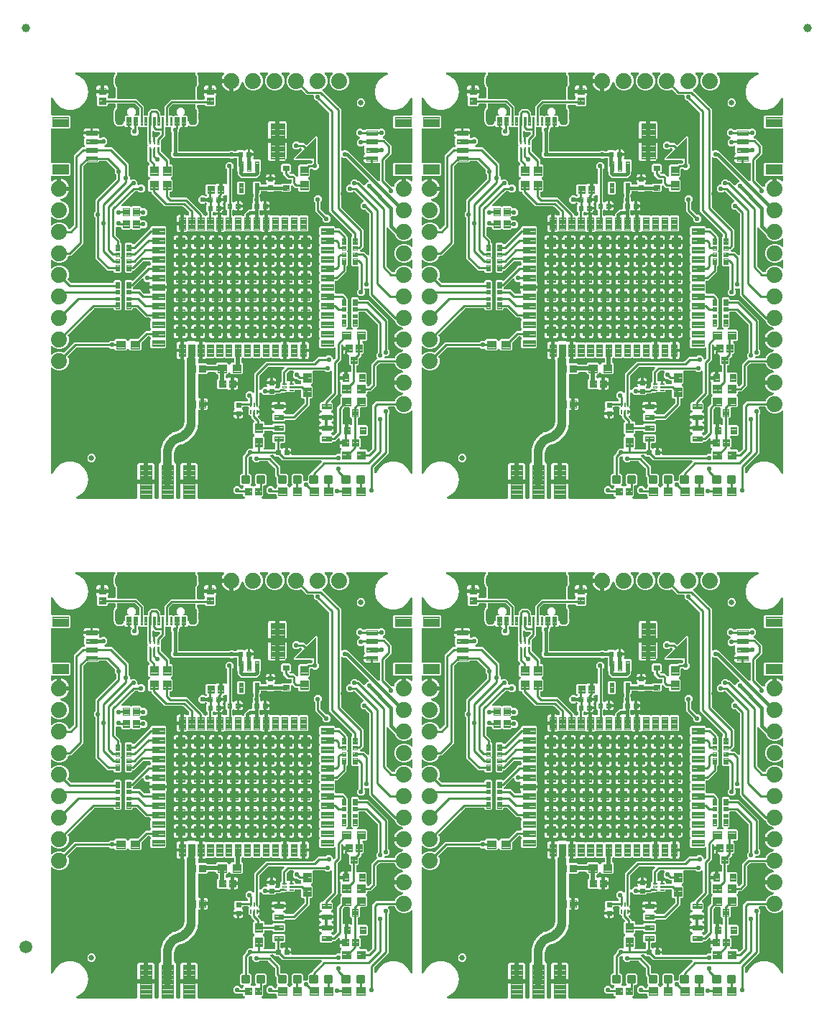
<source format=gtl>
G04 EAGLE Gerber RS-274X export*
G75*
%MOMM*%
%FSLAX34Y34*%
%LPD*%
%INTop Copper*%
%IPPOS*%
%AMOC8*
5,1,8,0,0,1.08239X$1,22.5*%
G01*
%ADD10C,0.096000*%
%ADD11C,0.102000*%
%ADD12C,1.879600*%
%ADD13C,0.100800*%
%ADD14C,0.100000*%
%ADD15C,0.635000*%
%ADD16C,0.300000*%
%ADD17C,0.654000*%
%ADD18C,0.099000*%
%ADD19C,0.102500*%
%ADD20C,0.104000*%
%ADD21C,0.105000*%
%ADD22C,0.100700*%
%ADD23C,1.000000*%
%ADD24C,1.500000*%
%ADD25C,0.558800*%
%ADD26C,0.254000*%
%ADD27C,0.381000*%
%ADD28C,0.152400*%
%ADD29C,0.604000*%
%ADD30C,1.000000*%
%ADD31C,0.508000*%

G36*
X540488Y2810D02*
X540488Y2810D01*
X540607Y2817D01*
X540645Y2830D01*
X540686Y2835D01*
X540796Y2878D01*
X540909Y2915D01*
X540944Y2937D01*
X540981Y2952D01*
X541077Y3021D01*
X541178Y3085D01*
X541206Y3115D01*
X541239Y3138D01*
X541315Y3230D01*
X541396Y3317D01*
X541416Y3352D01*
X541441Y3383D01*
X541492Y3491D01*
X541550Y3595D01*
X541560Y3635D01*
X541577Y3671D01*
X541599Y3788D01*
X541629Y3903D01*
X541633Y3963D01*
X541637Y3983D01*
X541635Y4004D01*
X541639Y4064D01*
X541639Y19861D01*
X550410Y19861D01*
X550528Y19876D01*
X550647Y19883D01*
X550685Y19896D01*
X550725Y19901D01*
X550836Y19944D01*
X550949Y19981D01*
X550984Y20003D01*
X551021Y20018D01*
X551117Y20088D01*
X551218Y20151D01*
X551246Y20181D01*
X551278Y20205D01*
X551354Y20296D01*
X551436Y20383D01*
X551455Y20418D01*
X551481Y20449D01*
X551532Y20557D01*
X551589Y20661D01*
X551600Y20701D01*
X551617Y20737D01*
X551639Y20854D01*
X551669Y20969D01*
X551673Y21030D01*
X551677Y21050D01*
X551675Y21070D01*
X551679Y21130D01*
X551679Y22401D01*
X551681Y22401D01*
X551681Y21130D01*
X551696Y21012D01*
X551703Y20893D01*
X551716Y20855D01*
X551721Y20815D01*
X551765Y20704D01*
X551801Y20591D01*
X551823Y20556D01*
X551838Y20519D01*
X551908Y20423D01*
X551971Y20322D01*
X552001Y20294D01*
X552025Y20261D01*
X552116Y20186D01*
X552203Y20104D01*
X552238Y20084D01*
X552270Y20059D01*
X552377Y20008D01*
X552481Y19950D01*
X552521Y19940D01*
X552557Y19923D01*
X552674Y19901D01*
X552789Y19871D01*
X552850Y19867D01*
X552870Y19863D01*
X552890Y19865D01*
X552950Y19861D01*
X561721Y19861D01*
X561721Y4064D01*
X561736Y3946D01*
X561743Y3827D01*
X561756Y3789D01*
X561761Y3748D01*
X561804Y3638D01*
X561841Y3525D01*
X561863Y3490D01*
X561878Y3453D01*
X561947Y3357D01*
X562011Y3256D01*
X562041Y3228D01*
X562064Y3195D01*
X562156Y3119D01*
X562243Y3038D01*
X562278Y3018D01*
X562309Y2993D01*
X562417Y2942D01*
X562521Y2884D01*
X562561Y2874D01*
X562597Y2857D01*
X562714Y2835D01*
X562829Y2805D01*
X562889Y2801D01*
X562909Y2797D01*
X562930Y2799D01*
X562990Y2795D01*
X565310Y2795D01*
X565428Y2810D01*
X565547Y2817D01*
X565585Y2830D01*
X565626Y2835D01*
X565736Y2878D01*
X565849Y2915D01*
X565884Y2937D01*
X565921Y2952D01*
X566017Y3021D01*
X566118Y3085D01*
X566146Y3115D01*
X566179Y3138D01*
X566255Y3230D01*
X566336Y3317D01*
X566356Y3352D01*
X566381Y3383D01*
X566432Y3491D01*
X566490Y3595D01*
X566500Y3635D01*
X566517Y3671D01*
X566539Y3788D01*
X566569Y3903D01*
X566573Y3963D01*
X566577Y3983D01*
X566575Y4004D01*
X566579Y4064D01*
X566579Y43335D01*
X568708Y45464D01*
X568768Y45542D01*
X568836Y45614D01*
X568865Y45667D01*
X568902Y45715D01*
X568942Y45806D01*
X568990Y45893D01*
X569005Y45951D01*
X569029Y46007D01*
X569044Y46105D01*
X569069Y46200D01*
X569075Y46300D01*
X569079Y46321D01*
X569077Y46333D01*
X569079Y46361D01*
X569079Y61170D01*
X571791Y69269D01*
X576934Y76087D01*
X583976Y80920D01*
X586309Y81586D01*
X588082Y82093D01*
X588102Y82101D01*
X588167Y82121D01*
X589700Y82679D01*
X589749Y82704D01*
X589801Y82721D01*
X589942Y82798D01*
X592696Y84532D01*
X592773Y84595D01*
X592855Y84651D01*
X592926Y84721D01*
X592942Y84734D01*
X592949Y84744D01*
X592970Y84765D01*
X595127Y87201D01*
X595183Y87283D01*
X595247Y87360D01*
X595295Y87447D01*
X595307Y87464D01*
X595311Y87475D01*
X595325Y87501D01*
X596714Y90444D01*
X596745Y90538D01*
X596784Y90630D01*
X596806Y90727D01*
X596812Y90746D01*
X596813Y90759D01*
X596820Y90787D01*
X597158Y92921D01*
X597159Y92960D01*
X597168Y92999D01*
X597164Y93119D01*
X597168Y93238D01*
X597159Y93277D01*
X597158Y93317D01*
X597124Y93432D01*
X597098Y93549D01*
X597080Y93584D01*
X597074Y93606D01*
X597074Y97236D01*
X597064Y97396D01*
X597039Y97590D01*
X597042Y97609D01*
X597064Y97694D01*
X597072Y97822D01*
X597074Y97836D01*
X597073Y97842D01*
X597074Y97855D01*
X597074Y166490D01*
X597059Y166608D01*
X597052Y166727D01*
X597039Y166765D01*
X597034Y166806D01*
X596991Y166916D01*
X596954Y167029D01*
X596932Y167064D01*
X596917Y167101D01*
X596848Y167197D01*
X596784Y167298D01*
X596754Y167326D01*
X596731Y167359D01*
X596639Y167435D01*
X596552Y167516D01*
X596517Y167536D01*
X596486Y167561D01*
X596378Y167612D01*
X596359Y167622D01*
X596359Y177070D01*
X596344Y177188D01*
X596337Y177307D01*
X596324Y177345D01*
X596319Y177385D01*
X596276Y177496D01*
X596239Y177609D01*
X596217Y177643D01*
X596202Y177681D01*
X596133Y177777D01*
X596122Y177794D01*
X596136Y177818D01*
X596161Y177850D01*
X596212Y177957D01*
X596270Y178062D01*
X596280Y178101D01*
X596297Y178137D01*
X596319Y178254D01*
X596349Y178370D01*
X596353Y178430D01*
X596357Y178450D01*
X596355Y178470D01*
X596359Y178530D01*
X596359Y187841D01*
X598243Y187841D01*
X598891Y187667D01*
X598996Y187653D01*
X599099Y187630D01*
X599152Y187631D01*
X599206Y187624D01*
X599311Y187636D01*
X599416Y187639D01*
X599468Y187654D01*
X599522Y187660D01*
X599620Y187698D01*
X599722Y187728D01*
X599768Y187755D01*
X599819Y187774D01*
X599905Y187836D01*
X599996Y187889D01*
X600060Y187946D01*
X600078Y187958D01*
X600088Y187970D01*
X600117Y187996D01*
X600422Y188301D01*
X610298Y188301D01*
X610603Y187996D01*
X610687Y187931D01*
X610765Y187859D01*
X610812Y187834D01*
X610855Y187801D01*
X610952Y187759D01*
X611045Y187709D01*
X611097Y187696D01*
X611146Y187674D01*
X611251Y187658D01*
X611354Y187632D01*
X611407Y187633D01*
X611461Y187625D01*
X611566Y187634D01*
X611672Y187635D01*
X611755Y187652D01*
X611777Y187654D01*
X611792Y187660D01*
X611829Y187667D01*
X612477Y187841D01*
X614361Y187841D01*
X614361Y178530D01*
X614376Y178412D01*
X614383Y178293D01*
X614395Y178255D01*
X614401Y178215D01*
X614444Y178104D01*
X614481Y177991D01*
X614503Y177957D01*
X614518Y177919D01*
X614587Y177823D01*
X614598Y177806D01*
X614584Y177782D01*
X614559Y177750D01*
X614508Y177643D01*
X614450Y177538D01*
X614440Y177499D01*
X614423Y177463D01*
X614401Y177346D01*
X614371Y177230D01*
X614367Y177170D01*
X614363Y177150D01*
X614365Y177130D01*
X614361Y177070D01*
X614361Y167743D01*
X614268Y167737D01*
X614230Y167724D01*
X614189Y167719D01*
X614079Y167676D01*
X613966Y167639D01*
X613931Y167617D01*
X613894Y167602D01*
X613798Y167533D01*
X613697Y167469D01*
X613669Y167439D01*
X613636Y167416D01*
X613561Y167324D01*
X613479Y167237D01*
X613459Y167202D01*
X613434Y167171D01*
X613383Y167063D01*
X613325Y166959D01*
X613315Y166920D01*
X613298Y166883D01*
X613276Y166766D01*
X613246Y166651D01*
X613242Y166591D01*
X613238Y166571D01*
X613240Y166550D01*
X613236Y166490D01*
X613236Y163758D01*
X613251Y163640D01*
X613258Y163521D01*
X613271Y163483D01*
X613276Y163442D01*
X613319Y163332D01*
X613356Y163219D01*
X613378Y163184D01*
X613393Y163147D01*
X613462Y163051D01*
X613526Y162950D01*
X613556Y162922D01*
X613579Y162889D01*
X613671Y162813D01*
X613758Y162732D01*
X613793Y162712D01*
X613824Y162687D01*
X613932Y162636D01*
X614036Y162578D01*
X614076Y162568D01*
X614112Y162551D01*
X614229Y162529D01*
X614344Y162499D01*
X614404Y162495D01*
X614424Y162491D01*
X614445Y162493D01*
X614505Y162489D01*
X622628Y162489D01*
X624216Y160900D01*
X624295Y160840D01*
X624367Y160772D01*
X624420Y160743D01*
X624468Y160706D01*
X624559Y160666D01*
X624645Y160618D01*
X624704Y160603D01*
X624759Y160579D01*
X624857Y160564D01*
X624953Y160539D01*
X625053Y160533D01*
X625073Y160529D01*
X625086Y160531D01*
X625114Y160529D01*
X633192Y160529D01*
X633310Y160544D01*
X633429Y160551D01*
X633467Y160564D01*
X633508Y160569D01*
X633618Y160612D01*
X633731Y160649D01*
X633766Y160671D01*
X633803Y160686D01*
X633899Y160755D01*
X634000Y160819D01*
X634028Y160849D01*
X634061Y160872D01*
X634136Y160964D01*
X634218Y161051D01*
X634238Y161086D01*
X634263Y161117D01*
X634314Y161225D01*
X634372Y161329D01*
X634382Y161369D01*
X634399Y161405D01*
X634421Y161522D01*
X634451Y161637D01*
X634451Y161644D01*
X635796Y162989D01*
X647684Y162989D01*
X649342Y161330D01*
X649437Y161257D01*
X649526Y161178D01*
X649562Y161160D01*
X649594Y161135D01*
X649703Y161088D01*
X649809Y161034D01*
X649848Y161025D01*
X649886Y161009D01*
X650003Y160990D01*
X650119Y160964D01*
X650160Y160965D01*
X650200Y160959D01*
X650318Y160970D01*
X650437Y160974D01*
X650476Y160985D01*
X650516Y160989D01*
X650629Y161029D01*
X650743Y161062D01*
X650777Y161083D01*
X650816Y161096D01*
X650914Y161163D01*
X651017Y161224D01*
X651062Y161264D01*
X651079Y161275D01*
X651092Y161290D01*
X651137Y161330D01*
X652796Y162989D01*
X654422Y162989D01*
X654540Y163004D01*
X654659Y163011D01*
X654697Y163024D01*
X654738Y163029D01*
X654848Y163072D01*
X654961Y163109D01*
X654996Y163131D01*
X655033Y163146D01*
X655129Y163215D01*
X655230Y163279D01*
X655258Y163309D01*
X655291Y163332D01*
X655367Y163424D01*
X655448Y163511D01*
X655468Y163546D01*
X655493Y163577D01*
X655544Y163685D01*
X655602Y163789D01*
X655612Y163829D01*
X655629Y163865D01*
X655651Y163982D01*
X655681Y164097D01*
X655685Y164157D01*
X655689Y164177D01*
X655687Y164198D01*
X655691Y164258D01*
X655691Y167356D01*
X655674Y167494D01*
X655661Y167633D01*
X655654Y167652D01*
X655651Y167672D01*
X655600Y167801D01*
X655553Y167932D01*
X655542Y167949D01*
X655534Y167967D01*
X655453Y168080D01*
X655375Y168195D01*
X655359Y168208D01*
X655348Y168225D01*
X655240Y168314D01*
X655136Y168405D01*
X655118Y168415D01*
X655103Y168428D01*
X654977Y168487D01*
X654853Y168550D01*
X654833Y168554D01*
X654815Y168563D01*
X654679Y168589D01*
X654542Y168620D01*
X654522Y168619D01*
X654503Y168623D01*
X654364Y168614D01*
X654225Y168610D01*
X654205Y168604D01*
X654185Y168603D01*
X654053Y168560D01*
X653919Y168522D01*
X653919Y168521D01*
X644928Y168521D01*
X644757Y168692D01*
X644663Y168765D01*
X644574Y168843D01*
X644538Y168862D01*
X644506Y168887D01*
X644397Y168934D01*
X644291Y168988D01*
X644251Y168997D01*
X644214Y169013D01*
X644097Y169032D01*
X643981Y169058D01*
X643940Y169056D01*
X643900Y169063D01*
X643781Y169052D01*
X643663Y169048D01*
X643624Y169037D01*
X643584Y169033D01*
X643471Y168993D01*
X643357Y168960D01*
X643322Y168939D01*
X643284Y168925D01*
X643186Y168858D01*
X643083Y168798D01*
X643038Y168758D01*
X643021Y168747D01*
X643008Y168731D01*
X642962Y168692D01*
X642792Y168521D01*
X633928Y168521D01*
X633757Y168692D01*
X633663Y168765D01*
X633574Y168843D01*
X633538Y168862D01*
X633506Y168887D01*
X633397Y168934D01*
X633291Y168988D01*
X633251Y168997D01*
X633214Y169013D01*
X633097Y169032D01*
X632981Y169058D01*
X632940Y169056D01*
X632900Y169063D01*
X632781Y169052D01*
X632663Y169048D01*
X632624Y169037D01*
X632584Y169033D01*
X632471Y168993D01*
X632357Y168960D01*
X632322Y168939D01*
X632284Y168925D01*
X632186Y168858D01*
X632083Y168798D01*
X632038Y168758D01*
X632021Y168747D01*
X632008Y168731D01*
X631962Y168692D01*
X631792Y168521D01*
X622603Y168521D01*
X622506Y168544D01*
X622459Y168543D01*
X622412Y168551D01*
X622300Y168540D01*
X622188Y168538D01*
X622143Y168525D01*
X622096Y168521D01*
X621990Y168483D01*
X621882Y168453D01*
X621817Y168421D01*
X621796Y168413D01*
X621781Y168403D01*
X621737Y168381D01*
X621021Y167968D01*
X620243Y167759D01*
X618359Y167759D01*
X618359Y177070D01*
X618344Y177188D01*
X618337Y177307D01*
X618324Y177345D01*
X618319Y177385D01*
X618276Y177496D01*
X618239Y177609D01*
X618217Y177643D01*
X618202Y177681D01*
X618133Y177777D01*
X618122Y177794D01*
X618136Y177818D01*
X618161Y177850D01*
X618212Y177957D01*
X618270Y178062D01*
X618280Y178101D01*
X618297Y178137D01*
X618319Y178254D01*
X618349Y178370D01*
X618353Y178430D01*
X618357Y178450D01*
X618355Y178470D01*
X618359Y178530D01*
X618359Y187841D01*
X620243Y187841D01*
X621021Y187632D01*
X621737Y187219D01*
X621841Y187175D01*
X621941Y187124D01*
X621987Y187114D01*
X622031Y187095D01*
X622142Y187079D01*
X622251Y187054D01*
X622299Y187056D01*
X622345Y187049D01*
X622457Y187061D01*
X622569Y187064D01*
X622615Y187077D01*
X622629Y187079D01*
X631792Y187079D01*
X631962Y186908D01*
X632057Y186835D01*
X632146Y186757D01*
X632182Y186738D01*
X632214Y186713D01*
X632323Y186666D01*
X632429Y186612D01*
X632468Y186603D01*
X632506Y186587D01*
X632623Y186568D01*
X632739Y186542D01*
X632780Y186544D01*
X632820Y186537D01*
X632938Y186548D01*
X633057Y186552D01*
X633096Y186563D01*
X633136Y186567D01*
X633248Y186607D01*
X633363Y186640D01*
X633398Y186661D01*
X633436Y186675D01*
X633534Y186741D01*
X633637Y186802D01*
X633682Y186842D01*
X633699Y186853D01*
X633712Y186869D01*
X633757Y186908D01*
X633928Y187079D01*
X642792Y187079D01*
X642962Y186908D01*
X643057Y186835D01*
X643146Y186757D01*
X643182Y186738D01*
X643214Y186713D01*
X643323Y186666D01*
X643429Y186612D01*
X643468Y186603D01*
X643506Y186587D01*
X643623Y186568D01*
X643739Y186542D01*
X643780Y186544D01*
X643820Y186537D01*
X643938Y186548D01*
X644057Y186552D01*
X644096Y186563D01*
X644136Y186567D01*
X644248Y186607D01*
X644363Y186640D01*
X644398Y186661D01*
X644436Y186675D01*
X644534Y186741D01*
X644637Y186802D01*
X644682Y186842D01*
X644699Y186853D01*
X644712Y186869D01*
X644757Y186908D01*
X644928Y187079D01*
X653792Y187079D01*
X653962Y186908D01*
X654057Y186835D01*
X654146Y186757D01*
X654182Y186738D01*
X654214Y186713D01*
X654323Y186666D01*
X654429Y186612D01*
X654468Y186603D01*
X654506Y186587D01*
X654623Y186568D01*
X654739Y186542D01*
X654780Y186544D01*
X654820Y186537D01*
X654938Y186548D01*
X655057Y186552D01*
X655096Y186563D01*
X655136Y186567D01*
X655248Y186607D01*
X655363Y186640D01*
X655398Y186661D01*
X655436Y186675D01*
X655534Y186741D01*
X655637Y186802D01*
X655682Y186842D01*
X655699Y186853D01*
X655712Y186869D01*
X655757Y186908D01*
X655928Y187079D01*
X664792Y187079D01*
X664962Y186908D01*
X665057Y186835D01*
X665146Y186757D01*
X665182Y186738D01*
X665214Y186713D01*
X665323Y186666D01*
X665429Y186612D01*
X665468Y186603D01*
X665506Y186587D01*
X665623Y186568D01*
X665739Y186542D01*
X665780Y186544D01*
X665820Y186537D01*
X665938Y186548D01*
X666057Y186552D01*
X666096Y186563D01*
X666136Y186567D01*
X666248Y186607D01*
X666363Y186640D01*
X666398Y186661D01*
X666436Y186675D01*
X666534Y186741D01*
X666637Y186802D01*
X666682Y186842D01*
X666699Y186853D01*
X666712Y186869D01*
X666757Y186908D01*
X666928Y187079D01*
X675792Y187079D01*
X675962Y186908D01*
X676057Y186835D01*
X676146Y186757D01*
X676182Y186738D01*
X676214Y186713D01*
X676323Y186666D01*
X676429Y186612D01*
X676468Y186603D01*
X676506Y186587D01*
X676623Y186568D01*
X676739Y186542D01*
X676780Y186544D01*
X676820Y186537D01*
X676938Y186548D01*
X677057Y186552D01*
X677096Y186563D01*
X677136Y186567D01*
X677248Y186607D01*
X677363Y186640D01*
X677398Y186661D01*
X677436Y186675D01*
X677534Y186741D01*
X677637Y186802D01*
X677682Y186842D01*
X677699Y186853D01*
X677712Y186869D01*
X677757Y186908D01*
X677928Y187079D01*
X686792Y187079D01*
X686962Y186908D01*
X687057Y186835D01*
X687146Y186757D01*
X687182Y186738D01*
X687214Y186713D01*
X687323Y186666D01*
X687429Y186612D01*
X687468Y186603D01*
X687506Y186587D01*
X687623Y186568D01*
X687739Y186542D01*
X687780Y186544D01*
X687820Y186537D01*
X687938Y186548D01*
X688057Y186552D01*
X688096Y186563D01*
X688136Y186567D01*
X688248Y186607D01*
X688363Y186640D01*
X688398Y186661D01*
X688436Y186675D01*
X688534Y186741D01*
X688637Y186802D01*
X688682Y186842D01*
X688699Y186853D01*
X688712Y186869D01*
X688757Y186908D01*
X688928Y187079D01*
X697792Y187079D01*
X697962Y186908D01*
X698057Y186835D01*
X698146Y186757D01*
X698182Y186738D01*
X698214Y186713D01*
X698323Y186666D01*
X698429Y186612D01*
X698468Y186603D01*
X698506Y186587D01*
X698623Y186568D01*
X698739Y186542D01*
X698780Y186544D01*
X698820Y186537D01*
X698938Y186548D01*
X699057Y186552D01*
X699096Y186563D01*
X699136Y186567D01*
X699248Y186607D01*
X699363Y186640D01*
X699398Y186661D01*
X699436Y186675D01*
X699534Y186741D01*
X699637Y186802D01*
X699682Y186842D01*
X699699Y186853D01*
X699712Y186869D01*
X699757Y186908D01*
X699928Y187079D01*
X709117Y187079D01*
X709214Y187056D01*
X709261Y187057D01*
X709308Y187049D01*
X709420Y187060D01*
X709532Y187062D01*
X709577Y187075D01*
X709624Y187079D01*
X709730Y187117D01*
X709838Y187147D01*
X709903Y187179D01*
X709924Y187187D01*
X709939Y187197D01*
X709983Y187219D01*
X710699Y187632D01*
X711477Y187841D01*
X713361Y187841D01*
X713361Y178530D01*
X713376Y178412D01*
X713383Y178293D01*
X713395Y178255D01*
X713401Y178215D01*
X713444Y178104D01*
X713481Y177991D01*
X713503Y177957D01*
X713518Y177919D01*
X713587Y177823D01*
X713598Y177806D01*
X713584Y177782D01*
X713559Y177750D01*
X713508Y177643D01*
X713450Y177538D01*
X713440Y177499D01*
X713423Y177463D01*
X713401Y177346D01*
X713371Y177230D01*
X713367Y177170D01*
X713363Y177150D01*
X713365Y177130D01*
X713361Y177070D01*
X713361Y167759D01*
X711477Y167759D01*
X710699Y167968D01*
X709983Y168381D01*
X709879Y168425D01*
X709779Y168476D01*
X709733Y168486D01*
X709689Y168505D01*
X709578Y168521D01*
X709469Y168546D01*
X709421Y168544D01*
X709375Y168551D01*
X709263Y168539D01*
X709151Y168536D01*
X709105Y168523D01*
X709091Y168521D01*
X699928Y168521D01*
X699757Y168692D01*
X699663Y168765D01*
X699574Y168843D01*
X699538Y168862D01*
X699506Y168887D01*
X699397Y168934D01*
X699291Y168988D01*
X699251Y168997D01*
X699214Y169013D01*
X699097Y169032D01*
X698981Y169058D01*
X698940Y169056D01*
X698900Y169063D01*
X698781Y169052D01*
X698663Y169048D01*
X698624Y169037D01*
X698584Y169033D01*
X698471Y168993D01*
X698357Y168960D01*
X698322Y168939D01*
X698284Y168925D01*
X698186Y168858D01*
X698083Y168798D01*
X698038Y168758D01*
X698021Y168747D01*
X698008Y168731D01*
X697962Y168692D01*
X697792Y168521D01*
X688928Y168521D01*
X688757Y168692D01*
X688663Y168765D01*
X688574Y168843D01*
X688538Y168862D01*
X688506Y168887D01*
X688397Y168934D01*
X688291Y168988D01*
X688251Y168997D01*
X688214Y169013D01*
X688097Y169032D01*
X687981Y169058D01*
X687940Y169056D01*
X687900Y169063D01*
X687781Y169052D01*
X687663Y169048D01*
X687624Y169037D01*
X687584Y169033D01*
X687471Y168993D01*
X687357Y168960D01*
X687322Y168939D01*
X687284Y168925D01*
X687186Y168858D01*
X687083Y168798D01*
X687038Y168758D01*
X687021Y168747D01*
X687008Y168731D01*
X686962Y168692D01*
X686792Y168521D01*
X677928Y168521D01*
X677757Y168692D01*
X677663Y168765D01*
X677574Y168843D01*
X677538Y168862D01*
X677506Y168887D01*
X677397Y168934D01*
X677291Y168988D01*
X677251Y168997D01*
X677214Y169013D01*
X677097Y169032D01*
X676981Y169058D01*
X676940Y169056D01*
X676900Y169063D01*
X676781Y169052D01*
X676663Y169048D01*
X676624Y169037D01*
X676584Y169033D01*
X676471Y168993D01*
X676357Y168960D01*
X676322Y168939D01*
X676284Y168925D01*
X676186Y168858D01*
X676083Y168798D01*
X676038Y168758D01*
X676021Y168747D01*
X676008Y168731D01*
X675962Y168692D01*
X675792Y168521D01*
X666928Y168521D01*
X666757Y168692D01*
X666663Y168765D01*
X666574Y168843D01*
X666538Y168862D01*
X666506Y168887D01*
X666397Y168934D01*
X666291Y168988D01*
X666251Y168997D01*
X666214Y169013D01*
X666096Y169032D01*
X665981Y169058D01*
X665940Y169056D01*
X665900Y169063D01*
X665781Y169052D01*
X665663Y169048D01*
X665624Y169037D01*
X665584Y169033D01*
X665471Y168993D01*
X665357Y168960D01*
X665322Y168939D01*
X665284Y168925D01*
X665186Y168858D01*
X665083Y168798D01*
X665038Y168758D01*
X665021Y168747D01*
X665008Y168731D01*
X664962Y168692D01*
X664700Y168430D01*
X664640Y168351D01*
X664572Y168279D01*
X664543Y168226D01*
X664506Y168178D01*
X664466Y168087D01*
X664418Y168001D01*
X664403Y167942D01*
X664379Y167886D01*
X664364Y167788D01*
X664339Y167693D01*
X664333Y167593D01*
X664329Y167572D01*
X664331Y167560D01*
X664329Y167532D01*
X664329Y163870D01*
X664341Y163771D01*
X664344Y163672D01*
X664361Y163614D01*
X664369Y163554D01*
X664405Y163462D01*
X664433Y163367D01*
X664463Y163315D01*
X664486Y163258D01*
X664544Y163178D01*
X664594Y163093D01*
X664660Y163018D01*
X664672Y163001D01*
X664682Y162993D01*
X664700Y162972D01*
X666019Y161654D01*
X666019Y150766D01*
X664684Y149431D01*
X652796Y149431D01*
X651137Y151090D01*
X651043Y151163D01*
X650954Y151242D01*
X650918Y151260D01*
X650886Y151285D01*
X650777Y151332D01*
X650671Y151386D01*
X650632Y151395D01*
X650594Y151411D01*
X650477Y151430D01*
X650361Y151456D01*
X650320Y151455D01*
X650280Y151461D01*
X650162Y151450D01*
X650043Y151446D01*
X650004Y151435D01*
X649964Y151431D01*
X649852Y151391D01*
X649737Y151358D01*
X649702Y151337D01*
X649664Y151324D01*
X649566Y151257D01*
X649463Y151196D01*
X649418Y151156D01*
X649401Y151145D01*
X649388Y151130D01*
X649342Y151090D01*
X647684Y149431D01*
X647328Y149431D01*
X647210Y149416D01*
X647091Y149409D01*
X647053Y149396D01*
X647012Y149391D01*
X646902Y149348D01*
X646789Y149311D01*
X646754Y149289D01*
X646717Y149274D01*
X646621Y149205D01*
X646520Y149141D01*
X646492Y149111D01*
X646459Y149088D01*
X646383Y148996D01*
X646302Y148909D01*
X646282Y148874D01*
X646257Y148843D01*
X646206Y148735D01*
X646148Y148631D01*
X646138Y148591D01*
X646121Y148555D01*
X646099Y148438D01*
X646069Y148323D01*
X646065Y148263D01*
X646061Y148243D01*
X646063Y148222D01*
X646059Y148162D01*
X646059Y146004D01*
X646075Y145873D01*
X646086Y145741D01*
X646095Y145715D01*
X646099Y145689D01*
X646147Y145565D01*
X646191Y145440D01*
X646206Y145418D01*
X646216Y145393D01*
X646293Y145286D01*
X646367Y145175D01*
X646387Y145157D01*
X646402Y145136D01*
X646504Y145051D01*
X646603Y144962D01*
X646627Y144950D01*
X646647Y144933D01*
X646767Y144876D01*
X646884Y144815D01*
X646911Y144809D01*
X646935Y144797D01*
X647065Y144772D01*
X647194Y144742D01*
X647221Y144743D01*
X647247Y144737D01*
X647379Y144746D01*
X647512Y144748D01*
X647538Y144756D01*
X647565Y144757D01*
X647691Y144798D01*
X647818Y144833D01*
X647853Y144850D01*
X647867Y144855D01*
X647886Y144867D01*
X647963Y144905D01*
X648582Y145263D01*
X649358Y145471D01*
X651376Y145471D01*
X651376Y139285D01*
X651391Y139167D01*
X651398Y139048D01*
X651410Y139010D01*
X651416Y138970D01*
X651459Y138859D01*
X651496Y138746D01*
X651518Y138712D01*
X651533Y138674D01*
X651602Y138578D01*
X651666Y138477D01*
X651696Y138449D01*
X651714Y138425D01*
X651700Y138409D01*
X651619Y138322D01*
X651599Y138287D01*
X651574Y138255D01*
X651523Y138148D01*
X651465Y138043D01*
X651455Y138004D01*
X651438Y137968D01*
X651416Y137851D01*
X651386Y137735D01*
X651382Y137675D01*
X651378Y137655D01*
X651380Y137635D01*
X651376Y137575D01*
X651376Y131389D01*
X649358Y131389D01*
X648582Y131597D01*
X647810Y132043D01*
X647707Y132087D01*
X647607Y132138D01*
X647561Y132148D01*
X647517Y132166D01*
X647406Y132183D01*
X647296Y132207D01*
X647249Y132206D01*
X647202Y132213D01*
X647091Y132201D01*
X646978Y132198D01*
X646933Y132185D01*
X646886Y132180D01*
X646810Y132151D01*
X637212Y132151D01*
X635871Y133492D01*
X635871Y143368D01*
X637050Y144546D01*
X637110Y144625D01*
X637178Y144697D01*
X637207Y144750D01*
X637244Y144798D01*
X637284Y144889D01*
X637332Y144975D01*
X637347Y145034D01*
X637371Y145089D01*
X637386Y145187D01*
X637411Y145283D01*
X637417Y145383D01*
X637421Y145403D01*
X637419Y145416D01*
X637421Y145444D01*
X637421Y148162D01*
X637406Y148280D01*
X637399Y148399D01*
X637386Y148437D01*
X637381Y148478D01*
X637338Y148588D01*
X637301Y148701D01*
X637279Y148736D01*
X637264Y148773D01*
X637195Y148869D01*
X637131Y148970D01*
X637101Y148998D01*
X637078Y149031D01*
X636986Y149107D01*
X636899Y149188D01*
X636864Y149208D01*
X636833Y149233D01*
X636725Y149284D01*
X636621Y149342D01*
X636581Y149352D01*
X636545Y149369D01*
X636428Y149391D01*
X636313Y149421D01*
X636253Y149425D01*
X636233Y149429D01*
X636212Y149427D01*
X636152Y149431D01*
X635796Y149431D01*
X634444Y150784D01*
X634439Y150859D01*
X634426Y150897D01*
X634421Y150938D01*
X634378Y151048D01*
X634341Y151161D01*
X634319Y151196D01*
X634304Y151233D01*
X634235Y151329D01*
X634171Y151430D01*
X634141Y151458D01*
X634118Y151491D01*
X634026Y151567D01*
X633939Y151648D01*
X633904Y151668D01*
X633873Y151693D01*
X633765Y151744D01*
X633661Y151802D01*
X633621Y151812D01*
X633585Y151829D01*
X633468Y151851D01*
X633353Y151881D01*
X633293Y151885D01*
X633273Y151889D01*
X633252Y151887D01*
X633192Y151891D01*
X625114Y151891D01*
X625016Y151879D01*
X624917Y151876D01*
X624858Y151859D01*
X624798Y151851D01*
X624706Y151815D01*
X624611Y151787D01*
X624559Y151757D01*
X624503Y151734D01*
X624423Y151676D01*
X624337Y151626D01*
X624262Y151560D01*
X624245Y151548D01*
X624237Y151538D01*
X624216Y151520D01*
X622628Y149931D01*
X614505Y149931D01*
X614387Y149916D01*
X614268Y149909D01*
X614230Y149896D01*
X614189Y149891D01*
X614079Y149848D01*
X613966Y149811D01*
X613931Y149789D01*
X613894Y149774D01*
X613798Y149705D01*
X613697Y149641D01*
X613669Y149611D01*
X613636Y149588D01*
X613560Y149496D01*
X613479Y149409D01*
X613459Y149374D01*
X613434Y149343D01*
X613383Y149235D01*
X613325Y149131D01*
X613315Y149091D01*
X613298Y149055D01*
X613276Y148938D01*
X613246Y148823D01*
X613242Y148763D01*
X613238Y148743D01*
X613240Y148722D01*
X613236Y148662D01*
X613236Y122610D01*
X613251Y122492D01*
X613258Y122373D01*
X613271Y122335D01*
X613276Y122294D01*
X613319Y122184D01*
X613356Y122071D01*
X613378Y122036D01*
X613393Y121999D01*
X613463Y121902D01*
X613526Y121802D01*
X613556Y121774D01*
X613579Y121741D01*
X613671Y121665D01*
X613758Y121584D01*
X613793Y121564D01*
X613824Y121539D01*
X613932Y121488D01*
X614036Y121430D01*
X614076Y121420D01*
X614112Y121403D01*
X614229Y121381D01*
X614344Y121351D01*
X614404Y121347D01*
X614424Y121343D01*
X614445Y121345D01*
X614505Y121341D01*
X615816Y121341D01*
X615816Y115155D01*
X615831Y115037D01*
X615838Y114918D01*
X615850Y114880D01*
X615856Y114840D01*
X615899Y114729D01*
X615936Y114616D01*
X615958Y114582D01*
X615973Y114544D01*
X616042Y114448D01*
X616106Y114347D01*
X616136Y114319D01*
X616154Y114295D01*
X616140Y114279D01*
X616059Y114192D01*
X616039Y114157D01*
X616014Y114125D01*
X615963Y114018D01*
X615905Y113913D01*
X615895Y113874D01*
X615878Y113838D01*
X615856Y113721D01*
X615826Y113605D01*
X615822Y113545D01*
X615818Y113525D01*
X615820Y113505D01*
X615816Y113445D01*
X615816Y107259D01*
X614505Y107259D01*
X614387Y107244D01*
X614268Y107237D01*
X614230Y107224D01*
X614189Y107219D01*
X614079Y107176D01*
X613966Y107139D01*
X613931Y107117D01*
X613894Y107102D01*
X613798Y107033D01*
X613697Y106969D01*
X613669Y106939D01*
X613636Y106916D01*
X613560Y106824D01*
X613479Y106737D01*
X613459Y106702D01*
X613434Y106671D01*
X613383Y106563D01*
X613325Y106459D01*
X613315Y106419D01*
X613298Y106383D01*
X613276Y106266D01*
X613246Y106151D01*
X613242Y106090D01*
X613238Y106071D01*
X613240Y106050D01*
X613236Y105990D01*
X613236Y97157D01*
X613236Y97156D01*
X613246Y96996D01*
X613636Y93933D01*
X612350Y85811D01*
X608840Y78375D01*
X603389Y72220D01*
X596431Y67837D01*
X592478Y66707D01*
X592458Y66699D01*
X592381Y66675D01*
X591031Y66169D01*
X590967Y66134D01*
X590898Y66109D01*
X590759Y66027D01*
X588390Y64401D01*
X588298Y64318D01*
X588200Y64241D01*
X588167Y64202D01*
X588153Y64190D01*
X588141Y64172D01*
X588095Y64119D01*
X586365Y61825D01*
X586303Y61717D01*
X586236Y61613D01*
X586216Y61566D01*
X586207Y61549D01*
X586201Y61529D01*
X586175Y61464D01*
X585263Y58740D01*
X585248Y58668D01*
X585224Y58598D01*
X585201Y58439D01*
X585085Y57002D01*
X585086Y56980D01*
X585081Y56900D01*
X585081Y46361D01*
X585093Y46263D01*
X585096Y46164D01*
X585113Y46106D01*
X585121Y46046D01*
X585157Y45954D01*
X585185Y45858D01*
X585215Y45806D01*
X585238Y45750D01*
X585296Y45670D01*
X585346Y45584D01*
X585412Y45509D01*
X585424Y45493D01*
X585434Y45485D01*
X585452Y45464D01*
X587581Y43335D01*
X587581Y4064D01*
X587596Y3946D01*
X587603Y3827D01*
X587616Y3789D01*
X587621Y3748D01*
X587664Y3638D01*
X587701Y3525D01*
X587723Y3490D01*
X587738Y3453D01*
X587807Y3357D01*
X587871Y3256D01*
X587901Y3228D01*
X587924Y3195D01*
X588016Y3119D01*
X588103Y3038D01*
X588138Y3018D01*
X588169Y2993D01*
X588277Y2942D01*
X588381Y2884D01*
X588421Y2874D01*
X588457Y2857D01*
X588574Y2835D01*
X588689Y2805D01*
X588749Y2801D01*
X588769Y2797D01*
X588790Y2799D01*
X588850Y2795D01*
X591170Y2795D01*
X591288Y2810D01*
X591407Y2817D01*
X591445Y2830D01*
X591486Y2835D01*
X591596Y2878D01*
X591709Y2915D01*
X591744Y2937D01*
X591781Y2952D01*
X591877Y3021D01*
X591978Y3085D01*
X592006Y3115D01*
X592039Y3138D01*
X592115Y3230D01*
X592196Y3317D01*
X592216Y3352D01*
X592241Y3383D01*
X592292Y3491D01*
X592350Y3595D01*
X592360Y3635D01*
X592377Y3671D01*
X592399Y3788D01*
X592429Y3903D01*
X592433Y3963D01*
X592437Y3983D01*
X592435Y4004D01*
X592439Y4064D01*
X592439Y19861D01*
X601210Y19861D01*
X601328Y19876D01*
X601447Y19883D01*
X601485Y19896D01*
X601525Y19901D01*
X601636Y19944D01*
X601749Y19981D01*
X601784Y20003D01*
X601821Y20018D01*
X601917Y20088D01*
X602018Y20151D01*
X602046Y20181D01*
X602078Y20205D01*
X602154Y20296D01*
X602236Y20383D01*
X602255Y20418D01*
X602281Y20449D01*
X602332Y20557D01*
X602389Y20661D01*
X602400Y20701D01*
X602417Y20737D01*
X602439Y20854D01*
X602469Y20969D01*
X602473Y21030D01*
X602477Y21050D01*
X602475Y21070D01*
X602479Y21130D01*
X602479Y22401D01*
X602481Y22401D01*
X602481Y21130D01*
X602496Y21012D01*
X602503Y20893D01*
X602516Y20855D01*
X602521Y20815D01*
X602565Y20704D01*
X602601Y20591D01*
X602623Y20556D01*
X602638Y20519D01*
X602708Y20423D01*
X602771Y20322D01*
X602801Y20294D01*
X602825Y20261D01*
X602916Y20186D01*
X603003Y20104D01*
X603038Y20084D01*
X603070Y20059D01*
X603177Y20008D01*
X603281Y19950D01*
X603321Y19940D01*
X603357Y19923D01*
X603474Y19901D01*
X603589Y19871D01*
X603650Y19867D01*
X603670Y19863D01*
X603690Y19865D01*
X603750Y19861D01*
X612521Y19861D01*
X612521Y4064D01*
X612536Y3946D01*
X612543Y3827D01*
X612556Y3789D01*
X612561Y3748D01*
X612604Y3638D01*
X612641Y3525D01*
X612663Y3490D01*
X612678Y3453D01*
X612747Y3357D01*
X612811Y3256D01*
X612841Y3228D01*
X612864Y3195D01*
X612956Y3119D01*
X613043Y3038D01*
X613078Y3018D01*
X613109Y2993D01*
X613217Y2942D01*
X613321Y2884D01*
X613361Y2874D01*
X613397Y2857D01*
X613514Y2835D01*
X613629Y2805D01*
X613689Y2801D01*
X613709Y2797D01*
X613730Y2799D01*
X613790Y2795D01*
X666984Y2795D01*
X667122Y2812D01*
X667261Y2825D01*
X667280Y2832D01*
X667300Y2835D01*
X667429Y2886D01*
X667560Y2933D01*
X667577Y2944D01*
X667596Y2952D01*
X667708Y3033D01*
X667823Y3111D01*
X667836Y3127D01*
X667853Y3138D01*
X667942Y3246D01*
X668034Y3350D01*
X668043Y3368D01*
X668056Y3383D01*
X668115Y3509D01*
X668178Y3633D01*
X668183Y3653D01*
X668191Y3671D01*
X668217Y3808D01*
X668248Y3943D01*
X668247Y3964D01*
X668251Y3983D01*
X668242Y4122D01*
X668238Y4261D01*
X668232Y4281D01*
X668231Y4301D01*
X668188Y4433D01*
X668150Y4567D01*
X668139Y4584D01*
X668133Y4603D01*
X668059Y4721D01*
X667988Y4841D01*
X667970Y4862D01*
X667963Y4872D01*
X667948Y4886D01*
X667882Y4961D01*
X666351Y6492D01*
X666351Y7112D01*
X666336Y7230D01*
X666329Y7349D01*
X666316Y7387D01*
X666311Y7428D01*
X666268Y7538D01*
X666231Y7651D01*
X666209Y7686D01*
X666194Y7723D01*
X666125Y7819D01*
X666061Y7920D01*
X666031Y7948D01*
X666008Y7981D01*
X665916Y8057D01*
X665829Y8138D01*
X665794Y8158D01*
X665763Y8183D01*
X665655Y8234D01*
X665551Y8292D01*
X665511Y8302D01*
X665475Y8319D01*
X665358Y8341D01*
X665243Y8371D01*
X665183Y8375D01*
X665163Y8379D01*
X665142Y8377D01*
X665082Y8381D01*
X661804Y8381D01*
X661706Y8369D01*
X661607Y8366D01*
X661548Y8349D01*
X661488Y8341D01*
X661396Y8305D01*
X661301Y8277D01*
X661249Y8247D01*
X661193Y8224D01*
X661113Y8166D01*
X661046Y8127D01*
X657236Y8127D01*
X654557Y10806D01*
X654557Y14594D01*
X657236Y17273D01*
X661024Y17273D01*
X663446Y14850D01*
X663525Y14790D01*
X663597Y14722D01*
X663650Y14693D01*
X663698Y14656D01*
X663789Y14616D01*
X663875Y14568D01*
X663934Y14553D01*
X663989Y14529D01*
X664087Y14514D01*
X664183Y14489D01*
X664283Y14483D01*
X664304Y14479D01*
X664316Y14481D01*
X664344Y14479D01*
X665082Y14479D01*
X665200Y14494D01*
X665319Y14501D01*
X665357Y14514D01*
X665398Y14519D01*
X665508Y14562D01*
X665621Y14599D01*
X665656Y14621D01*
X665693Y14636D01*
X665789Y14705D01*
X665890Y14769D01*
X665918Y14799D01*
X665951Y14822D01*
X666027Y14914D01*
X666108Y15001D01*
X666128Y15036D01*
X666153Y15067D01*
X666204Y15175D01*
X666262Y15279D01*
X666272Y15319D01*
X666289Y15355D01*
X666311Y15472D01*
X666341Y15587D01*
X666345Y15647D01*
X666349Y15667D01*
X666347Y15688D01*
X666351Y15748D01*
X666351Y16368D01*
X666438Y16454D01*
X666523Y16564D01*
X666612Y16671D01*
X666620Y16690D01*
X666633Y16706D01*
X666688Y16834D01*
X666747Y16959D01*
X666751Y16979D01*
X666759Y16998D01*
X666781Y17136D01*
X666807Y17272D01*
X666806Y17292D01*
X666809Y17312D01*
X666796Y17451D01*
X666787Y17589D01*
X666781Y17608D01*
X666779Y17628D01*
X666732Y17760D01*
X666689Y17891D01*
X666678Y17908D01*
X666672Y17928D01*
X666594Y18042D01*
X666519Y18160D01*
X666504Y18174D01*
X666493Y18191D01*
X666389Y18283D01*
X666287Y18378D01*
X666270Y18388D01*
X666255Y18401D01*
X666130Y18465D01*
X666009Y18532D01*
X665989Y18537D01*
X665971Y18546D01*
X665835Y18576D01*
X665701Y18611D01*
X665673Y18613D01*
X665661Y18616D01*
X665640Y18615D01*
X665540Y18621D01*
X664552Y18621D01*
X662631Y20542D01*
X662631Y30258D01*
X664552Y32179D01*
X665092Y32179D01*
X665210Y32194D01*
X665329Y32201D01*
X665367Y32214D01*
X665408Y32219D01*
X665518Y32262D01*
X665631Y32299D01*
X665666Y32321D01*
X665703Y32336D01*
X665799Y32405D01*
X665900Y32469D01*
X665928Y32499D01*
X665961Y32522D01*
X666037Y32614D01*
X666118Y32701D01*
X666138Y32736D01*
X666163Y32767D01*
X666214Y32875D01*
X666272Y32979D01*
X666282Y33019D01*
X666299Y33055D01*
X666321Y33172D01*
X666351Y33287D01*
X666355Y33347D01*
X666359Y33367D01*
X666357Y33388D01*
X666361Y33448D01*
X666361Y53453D01*
X669426Y56517D01*
X669486Y56595D01*
X669554Y56667D01*
X669583Y56720D01*
X669620Y56768D01*
X669660Y56859D01*
X669708Y56946D01*
X669723Y57005D01*
X669747Y57060D01*
X669762Y57158D01*
X669787Y57254D01*
X669793Y57354D01*
X669797Y57374D01*
X669795Y57387D01*
X669797Y57415D01*
X669797Y59044D01*
X672476Y61723D01*
X676686Y61723D01*
X676804Y61738D01*
X676923Y61745D01*
X676961Y61758D01*
X677002Y61763D01*
X677112Y61806D01*
X677225Y61843D01*
X677260Y61865D01*
X677297Y61880D01*
X677393Y61949D01*
X677494Y62013D01*
X677522Y62043D01*
X677555Y62066D01*
X677631Y62158D01*
X677712Y62245D01*
X677732Y62280D01*
X677757Y62311D01*
X677808Y62419D01*
X677866Y62523D01*
X677876Y62563D01*
X677893Y62599D01*
X677915Y62716D01*
X677945Y62831D01*
X677949Y62891D01*
X677953Y62911D01*
X677951Y62932D01*
X677955Y62992D01*
X677955Y75266D01*
X679614Y76925D01*
X679687Y77019D01*
X679766Y77108D01*
X679784Y77144D01*
X679809Y77176D01*
X679856Y77285D01*
X679910Y77391D01*
X679919Y77430D01*
X679935Y77468D01*
X679954Y77585D01*
X679980Y77701D01*
X679979Y77742D01*
X679985Y77782D01*
X679974Y77900D01*
X679970Y78019D01*
X679959Y78058D01*
X679955Y78098D01*
X679915Y78210D01*
X679882Y78325D01*
X679861Y78360D01*
X679848Y78398D01*
X679781Y78496D01*
X679720Y78599D01*
X679680Y78644D01*
X679669Y78661D01*
X679654Y78674D01*
X679614Y78720D01*
X677955Y80378D01*
X677955Y92266D01*
X679046Y93357D01*
X679119Y93451D01*
X679198Y93540D01*
X679217Y93576D01*
X679241Y93608D01*
X679289Y93718D01*
X679343Y93824D01*
X679352Y93863D01*
X679368Y93900D01*
X679386Y94018D01*
X679412Y94134D01*
X679411Y94174D01*
X679418Y94214D01*
X679406Y94333D01*
X679403Y94452D01*
X679392Y94491D01*
X679388Y94531D01*
X679347Y94643D01*
X679314Y94757D01*
X679294Y94792D01*
X679280Y94830D01*
X679213Y94929D01*
X679153Y95031D01*
X679113Y95076D01*
X679102Y95093D01*
X679086Y95107D01*
X679046Y95152D01*
X675709Y98489D01*
X675709Y99862D01*
X675694Y99980D01*
X675687Y100099D01*
X675674Y100137D01*
X675669Y100178D01*
X675626Y100288D01*
X675589Y100401D01*
X675567Y100436D01*
X675552Y100473D01*
X675483Y100569D01*
X675419Y100670D01*
X675389Y100698D01*
X675366Y100731D01*
X675274Y100807D01*
X675187Y100888D01*
X675152Y100908D01*
X675121Y100933D01*
X675013Y100984D01*
X674909Y101042D01*
X674869Y101052D01*
X674833Y101069D01*
X674716Y101091D01*
X674601Y101121D01*
X674541Y101125D01*
X674521Y101129D01*
X674500Y101127D01*
X674440Y101131D01*
X673856Y101131D01*
X672519Y102468D01*
X672519Y108352D01*
X672830Y108662D01*
X672903Y108757D01*
X672982Y108846D01*
X673000Y108882D01*
X673025Y108914D01*
X673072Y109023D01*
X673126Y109129D01*
X673135Y109168D01*
X673151Y109206D01*
X673170Y109323D01*
X673196Y109439D01*
X673195Y109480D01*
X673201Y109520D01*
X673190Y109638D01*
X673186Y109757D01*
X673175Y109796D01*
X673171Y109836D01*
X673131Y109948D01*
X673098Y110063D01*
X673077Y110098D01*
X673064Y110136D01*
X672997Y110234D01*
X672936Y110337D01*
X672896Y110382D01*
X672885Y110399D01*
X672870Y110412D01*
X672830Y110457D01*
X672408Y110880D01*
X672330Y110940D01*
X672258Y111008D01*
X672205Y111037D01*
X672157Y111074D01*
X672066Y111114D01*
X671979Y111162D01*
X671920Y111177D01*
X671865Y111201D01*
X671767Y111216D01*
X671671Y111241D01*
X671571Y111247D01*
X671551Y111251D01*
X671538Y111249D01*
X671510Y111251D01*
X666700Y111251D01*
X666582Y111236D01*
X666463Y111229D01*
X666425Y111216D01*
X666384Y111211D01*
X666274Y111168D01*
X666161Y111131D01*
X666126Y111109D01*
X666089Y111094D01*
X665993Y111025D01*
X665892Y110961D01*
X665864Y110931D01*
X665831Y110908D01*
X665755Y110816D01*
X665674Y110729D01*
X665654Y110694D01*
X665629Y110663D01*
X665578Y110555D01*
X665520Y110451D01*
X665510Y110411D01*
X665493Y110375D01*
X665471Y110258D01*
X665441Y110143D01*
X665437Y110083D01*
X665433Y110063D01*
X665435Y110042D01*
X665431Y109982D01*
X665431Y109610D01*
X665305Y109484D01*
X665232Y109390D01*
X665153Y109301D01*
X665135Y109265D01*
X665110Y109233D01*
X665063Y109124D01*
X665009Y109018D01*
X665000Y108978D01*
X664984Y108941D01*
X664965Y108823D01*
X664939Y108707D01*
X664940Y108667D01*
X664934Y108627D01*
X664945Y108508D01*
X664949Y108390D01*
X664960Y108351D01*
X664964Y108311D01*
X665004Y108199D01*
X665037Y108084D01*
X665058Y108049D01*
X665071Y108011D01*
X665138Y107913D01*
X665199Y107810D01*
X665238Y107765D01*
X665250Y107748D01*
X665265Y107735D01*
X665305Y107689D01*
X665583Y107411D01*
X665985Y106716D01*
X666193Y105940D01*
X666193Y104547D01*
X660882Y104547D01*
X660764Y104532D01*
X660645Y104525D01*
X660638Y104523D01*
X660582Y104537D01*
X660522Y104541D01*
X660502Y104545D01*
X660482Y104543D01*
X660422Y104547D01*
X655111Y104547D01*
X655111Y105940D01*
X655319Y106716D01*
X655721Y107411D01*
X655999Y107689D01*
X656072Y107783D01*
X656151Y107873D01*
X656169Y107909D01*
X656194Y107941D01*
X656241Y108050D01*
X656295Y108156D01*
X656304Y108195D01*
X656320Y108232D01*
X656339Y108350D01*
X656365Y108466D01*
X656364Y108507D01*
X656370Y108547D01*
X656359Y108665D01*
X656355Y108784D01*
X656344Y108823D01*
X656340Y108863D01*
X656300Y108975D01*
X656267Y109090D01*
X656246Y109124D01*
X656233Y109162D01*
X656166Y109261D01*
X656105Y109364D01*
X656066Y109409D01*
X656054Y109426D01*
X656039Y109439D01*
X655999Y109484D01*
X655873Y109610D01*
X655873Y116486D01*
X657214Y117827D01*
X664090Y117827D01*
X664196Y117720D01*
X664275Y117660D01*
X664347Y117592D01*
X664400Y117563D01*
X664448Y117526D01*
X664539Y117486D01*
X664625Y117438D01*
X664684Y117423D01*
X664739Y117399D01*
X664837Y117384D01*
X664933Y117359D01*
X665033Y117353D01*
X665053Y117349D01*
X665066Y117351D01*
X665094Y117349D01*
X670930Y117349D01*
X671048Y117364D01*
X671167Y117371D01*
X671205Y117384D01*
X671246Y117389D01*
X671356Y117432D01*
X671469Y117469D01*
X671504Y117491D01*
X671541Y117506D01*
X671637Y117575D01*
X671738Y117639D01*
X671766Y117669D01*
X671799Y117692D01*
X671875Y117784D01*
X671956Y117871D01*
X671976Y117906D01*
X672001Y117937D01*
X672052Y118045D01*
X672110Y118149D01*
X672120Y118189D01*
X672137Y118225D01*
X672159Y118342D01*
X672189Y118457D01*
X672193Y118517D01*
X672197Y118537D01*
X672195Y118558D01*
X672199Y118618D01*
X672199Y119130D01*
X672187Y119228D01*
X672184Y119327D01*
X672167Y119386D01*
X672159Y119446D01*
X672123Y119538D01*
X672095Y119633D01*
X672065Y119685D01*
X672042Y119741D01*
X671984Y119821D01*
X671934Y119907D01*
X671868Y119982D01*
X671856Y119999D01*
X671846Y120007D01*
X671828Y120028D01*
X669289Y122566D01*
X669289Y126354D01*
X671968Y129033D01*
X675756Y129033D01*
X677029Y127760D01*
X677138Y127675D01*
X677245Y127586D01*
X677264Y127578D01*
X677280Y127565D01*
X677408Y127510D01*
X677533Y127451D01*
X677553Y127447D01*
X677572Y127439D01*
X677710Y127417D01*
X677846Y127391D01*
X677866Y127392D01*
X677886Y127389D01*
X678025Y127402D01*
X678163Y127411D01*
X678182Y127417D01*
X678202Y127419D01*
X678334Y127466D01*
X678465Y127509D01*
X678483Y127520D01*
X678502Y127527D01*
X678617Y127605D01*
X678734Y127679D01*
X678748Y127694D01*
X678765Y127705D01*
X678857Y127809D01*
X678952Y127911D01*
X678962Y127928D01*
X678975Y127944D01*
X679039Y128068D01*
X679106Y128189D01*
X679111Y128209D01*
X679120Y128227D01*
X679150Y128363D01*
X679185Y128497D01*
X679187Y128525D01*
X679190Y128537D01*
X679189Y128558D01*
X679195Y128658D01*
X679195Y150107D01*
X693427Y164339D01*
X748501Y164339D01*
X748600Y164351D01*
X748699Y164354D01*
X748757Y164371D01*
X748817Y164379D01*
X748909Y164415D01*
X749004Y164443D01*
X749056Y164473D01*
X749113Y164496D01*
X749193Y164554D01*
X749278Y164604D01*
X749353Y164670D01*
X749370Y164682D01*
X749378Y164692D01*
X749399Y164710D01*
X754577Y169889D01*
X763326Y169889D01*
X763424Y169901D01*
X763523Y169904D01*
X763582Y169921D01*
X763642Y169929D01*
X763734Y169965D01*
X763829Y169993D01*
X763881Y170023D01*
X763937Y170046D01*
X764017Y170104D01*
X764103Y170154D01*
X764178Y170220D01*
X764195Y170232D01*
X764203Y170242D01*
X764224Y170260D01*
X765376Y171413D01*
X769164Y171413D01*
X771843Y168734D01*
X771843Y168349D01*
X771860Y168211D01*
X771873Y168072D01*
X771880Y168053D01*
X771883Y168033D01*
X771934Y167904D01*
X771981Y167773D01*
X771992Y167756D01*
X772000Y167737D01*
X772081Y167625D01*
X772159Y167510D01*
X772175Y167496D01*
X772186Y167480D01*
X772294Y167391D01*
X772398Y167299D01*
X772416Y167290D01*
X772431Y167277D01*
X772557Y167218D01*
X772681Y167155D01*
X772701Y167150D01*
X772719Y167142D01*
X772856Y167116D01*
X772991Y167085D01*
X773012Y167086D01*
X773031Y167082D01*
X773170Y167090D01*
X773309Y167095D01*
X773329Y167100D01*
X773349Y167102D01*
X773481Y167144D01*
X773615Y167183D01*
X773632Y167193D01*
X773651Y167200D01*
X773769Y167274D01*
X773889Y167345D01*
X773910Y167363D01*
X773920Y167370D01*
X773934Y167385D01*
X774009Y167451D01*
X775090Y168531D01*
X775150Y168609D01*
X775218Y168681D01*
X775247Y168735D01*
X775284Y168782D01*
X775324Y168873D01*
X775372Y168960D01*
X775387Y169019D01*
X775411Y169074D01*
X775426Y169172D01*
X775451Y169268D01*
X775457Y169368D01*
X775461Y169388D01*
X775459Y169401D01*
X775461Y169429D01*
X775461Y179626D01*
X775444Y179764D01*
X775431Y179903D01*
X775424Y179922D01*
X775421Y179942D01*
X775370Y180071D01*
X775323Y180202D01*
X775312Y180219D01*
X775304Y180237D01*
X775223Y180350D01*
X775145Y180465D01*
X775129Y180478D01*
X775118Y180495D01*
X775010Y180583D01*
X774906Y180675D01*
X774888Y180685D01*
X774873Y180698D01*
X774747Y180757D01*
X774623Y180820D01*
X774603Y180824D01*
X774585Y180833D01*
X774449Y180859D01*
X774313Y180890D01*
X774292Y180889D01*
X774273Y180893D01*
X774134Y180884D01*
X773995Y180880D01*
X773975Y180874D01*
X773955Y180873D01*
X773823Y180830D01*
X773689Y180792D01*
X773672Y180781D01*
X773653Y180775D01*
X773535Y180701D01*
X773415Y180630D01*
X773394Y180612D01*
X773384Y180605D01*
X773370Y180590D01*
X773294Y180524D01*
X773292Y180521D01*
X757428Y180521D01*
X756081Y181868D01*
X756081Y190732D01*
X756252Y190902D01*
X756325Y190997D01*
X756403Y191086D01*
X756422Y191122D01*
X756447Y191154D01*
X756494Y191263D01*
X756548Y191369D01*
X756557Y191408D01*
X756573Y191446D01*
X756592Y191563D01*
X756618Y191679D01*
X756616Y191720D01*
X756623Y191760D01*
X756612Y191878D01*
X756608Y191997D01*
X756597Y192036D01*
X756593Y192076D01*
X756553Y192188D01*
X756520Y192303D01*
X756499Y192338D01*
X756485Y192376D01*
X756419Y192474D01*
X756358Y192577D01*
X756318Y192622D01*
X756307Y192639D01*
X756291Y192652D01*
X756252Y192697D01*
X756081Y192868D01*
X756081Y201732D01*
X756252Y201902D01*
X756325Y201997D01*
X756403Y202086D01*
X756422Y202122D01*
X756447Y202154D01*
X756494Y202263D01*
X756548Y202369D01*
X756557Y202408D01*
X756573Y202446D01*
X756592Y202563D01*
X756618Y202679D01*
X756616Y202720D01*
X756623Y202760D01*
X756612Y202878D01*
X756608Y202997D01*
X756597Y203036D01*
X756593Y203076D01*
X756553Y203188D01*
X756520Y203303D01*
X756499Y203338D01*
X756485Y203376D01*
X756419Y203474D01*
X756358Y203577D01*
X756318Y203622D01*
X756307Y203639D01*
X756291Y203652D01*
X756252Y203697D01*
X756081Y203868D01*
X756081Y212732D01*
X756252Y212902D01*
X756325Y212997D01*
X756403Y213086D01*
X756422Y213122D01*
X756447Y213154D01*
X756494Y213263D01*
X756548Y213369D01*
X756557Y213408D01*
X756573Y213446D01*
X756592Y213563D01*
X756618Y213679D01*
X756616Y213720D01*
X756623Y213760D01*
X756612Y213878D01*
X756608Y213997D01*
X756597Y214036D01*
X756593Y214076D01*
X756553Y214188D01*
X756520Y214303D01*
X756499Y214338D01*
X756485Y214376D01*
X756419Y214474D01*
X756358Y214577D01*
X756318Y214622D01*
X756307Y214639D01*
X756291Y214652D01*
X756252Y214697D01*
X756081Y214868D01*
X756081Y223732D01*
X756252Y223902D01*
X756325Y223997D01*
X756403Y224086D01*
X756422Y224122D01*
X756447Y224154D01*
X756494Y224263D01*
X756548Y224369D01*
X756557Y224408D01*
X756573Y224446D01*
X756592Y224563D01*
X756618Y224679D01*
X756616Y224720D01*
X756623Y224760D01*
X756612Y224878D01*
X756608Y224997D01*
X756597Y225036D01*
X756593Y225076D01*
X756553Y225188D01*
X756520Y225303D01*
X756499Y225338D01*
X756485Y225376D01*
X756419Y225474D01*
X756358Y225577D01*
X756318Y225622D01*
X756307Y225639D01*
X756291Y225652D01*
X756252Y225697D01*
X756081Y225868D01*
X756081Y234732D01*
X756252Y234902D01*
X756325Y234997D01*
X756403Y235086D01*
X756422Y235122D01*
X756447Y235154D01*
X756494Y235263D01*
X756548Y235369D01*
X756557Y235408D01*
X756573Y235446D01*
X756592Y235563D01*
X756618Y235679D01*
X756616Y235720D01*
X756623Y235760D01*
X756612Y235878D01*
X756608Y235997D01*
X756597Y236036D01*
X756593Y236076D01*
X756553Y236188D01*
X756520Y236303D01*
X756499Y236338D01*
X756485Y236376D01*
X756419Y236474D01*
X756358Y236577D01*
X756318Y236622D01*
X756307Y236639D01*
X756291Y236652D01*
X756252Y236697D01*
X756081Y236868D01*
X756081Y245732D01*
X756252Y245902D01*
X756325Y245997D01*
X756403Y246086D01*
X756422Y246122D01*
X756447Y246154D01*
X756494Y246263D01*
X756548Y246369D01*
X756557Y246408D01*
X756573Y246446D01*
X756592Y246563D01*
X756618Y246679D01*
X756616Y246720D01*
X756623Y246760D01*
X756612Y246878D01*
X756608Y246997D01*
X756597Y247036D01*
X756593Y247076D01*
X756553Y247188D01*
X756520Y247303D01*
X756499Y247338D01*
X756485Y247376D01*
X756419Y247474D01*
X756358Y247577D01*
X756318Y247622D01*
X756307Y247639D01*
X756291Y247652D01*
X756252Y247697D01*
X756081Y247868D01*
X756081Y256732D01*
X756252Y256902D01*
X756325Y256997D01*
X756403Y257086D01*
X756422Y257122D01*
X756447Y257154D01*
X756494Y257263D01*
X756548Y257369D01*
X756557Y257408D01*
X756573Y257446D01*
X756592Y257563D01*
X756618Y257679D01*
X756616Y257720D01*
X756623Y257760D01*
X756612Y257878D01*
X756608Y257997D01*
X756597Y258036D01*
X756593Y258076D01*
X756553Y258188D01*
X756520Y258303D01*
X756499Y258338D01*
X756485Y258376D01*
X756419Y258474D01*
X756358Y258577D01*
X756318Y258622D01*
X756307Y258639D01*
X756291Y258652D01*
X756252Y258697D01*
X756081Y258868D01*
X756081Y267732D01*
X756252Y267902D01*
X756325Y267997D01*
X756403Y268086D01*
X756422Y268122D01*
X756447Y268154D01*
X756494Y268263D01*
X756548Y268369D01*
X756557Y268408D01*
X756573Y268446D01*
X756592Y268563D01*
X756618Y268679D01*
X756616Y268720D01*
X756623Y268760D01*
X756612Y268878D01*
X756608Y268997D01*
X756597Y269036D01*
X756593Y269076D01*
X756553Y269188D01*
X756520Y269303D01*
X756499Y269338D01*
X756485Y269376D01*
X756419Y269474D01*
X756358Y269577D01*
X756318Y269622D01*
X756307Y269639D01*
X756291Y269652D01*
X756252Y269697D01*
X756081Y269868D01*
X756081Y278732D01*
X756252Y278902D01*
X756325Y278997D01*
X756403Y279086D01*
X756422Y279122D01*
X756447Y279154D01*
X756494Y279263D01*
X756548Y279369D01*
X756557Y279408D01*
X756573Y279446D01*
X756592Y279563D01*
X756618Y279679D01*
X756616Y279720D01*
X756623Y279760D01*
X756612Y279878D01*
X756608Y279997D01*
X756597Y280036D01*
X756593Y280076D01*
X756553Y280188D01*
X756520Y280303D01*
X756499Y280338D01*
X756485Y280376D01*
X756419Y280474D01*
X756358Y280577D01*
X756318Y280622D01*
X756307Y280639D01*
X756291Y280652D01*
X756252Y280697D01*
X756081Y280868D01*
X756081Y289732D01*
X756252Y289902D01*
X756325Y289997D01*
X756403Y290086D01*
X756422Y290122D01*
X756447Y290154D01*
X756494Y290263D01*
X756548Y290369D01*
X756557Y290408D01*
X756573Y290446D01*
X756592Y290563D01*
X756618Y290679D01*
X756616Y290720D01*
X756623Y290760D01*
X756612Y290878D01*
X756608Y290997D01*
X756597Y291036D01*
X756593Y291076D01*
X756553Y291188D01*
X756520Y291303D01*
X756499Y291338D01*
X756485Y291376D01*
X756419Y291474D01*
X756358Y291577D01*
X756318Y291622D01*
X756307Y291639D01*
X756291Y291652D01*
X756252Y291697D01*
X756081Y291868D01*
X756081Y300732D01*
X756252Y300902D01*
X756325Y300997D01*
X756403Y301086D01*
X756422Y301122D01*
X756447Y301154D01*
X756494Y301263D01*
X756548Y301369D01*
X756557Y301408D01*
X756573Y301446D01*
X756592Y301563D01*
X756618Y301679D01*
X756616Y301720D01*
X756623Y301760D01*
X756612Y301878D01*
X756608Y301997D01*
X756597Y302036D01*
X756593Y302076D01*
X756553Y302188D01*
X756520Y302303D01*
X756499Y302338D01*
X756485Y302376D01*
X756419Y302474D01*
X756358Y302577D01*
X756318Y302622D01*
X756307Y302639D01*
X756291Y302652D01*
X756252Y302697D01*
X756081Y302868D01*
X756081Y311732D01*
X756252Y311902D01*
X756325Y311997D01*
X756403Y312086D01*
X756422Y312122D01*
X756447Y312154D01*
X756494Y312263D01*
X756548Y312369D01*
X756557Y312408D01*
X756573Y312446D01*
X756592Y312563D01*
X756618Y312679D01*
X756616Y312720D01*
X756623Y312760D01*
X756612Y312878D01*
X756608Y312997D01*
X756597Y313036D01*
X756593Y313076D01*
X756553Y313188D01*
X756520Y313303D01*
X756499Y313338D01*
X756485Y313376D01*
X756419Y313474D01*
X756358Y313577D01*
X756318Y313622D01*
X756307Y313639D01*
X756291Y313652D01*
X756252Y313697D01*
X756081Y313868D01*
X756081Y322732D01*
X757428Y324079D01*
X773292Y324079D01*
X774639Y322732D01*
X774639Y322618D01*
X774654Y322500D01*
X774661Y322381D01*
X774674Y322343D01*
X774679Y322302D01*
X774722Y322192D01*
X774759Y322079D01*
X774781Y322044D01*
X774796Y322007D01*
X774865Y321911D01*
X774929Y321810D01*
X774959Y321782D01*
X774982Y321749D01*
X775074Y321673D01*
X775161Y321592D01*
X775196Y321572D01*
X775227Y321547D01*
X775335Y321496D01*
X775439Y321438D01*
X775479Y321428D01*
X775515Y321411D01*
X775632Y321389D01*
X775747Y321359D01*
X775807Y321355D01*
X775827Y321351D01*
X775848Y321353D01*
X775908Y321349D01*
X780243Y321349D01*
X788059Y313533D01*
X788059Y313093D01*
X788071Y312994D01*
X788074Y312895D01*
X788091Y312837D01*
X788099Y312777D01*
X788135Y312685D01*
X788163Y312590D01*
X788193Y312538D01*
X788216Y312481D01*
X788274Y312401D01*
X788324Y312316D01*
X788390Y312240D01*
X788402Y312224D01*
X788412Y312216D01*
X788430Y312195D01*
X789539Y311087D01*
X789539Y295696D01*
X789380Y295538D01*
X789307Y295443D01*
X789228Y295354D01*
X789210Y295318D01*
X789185Y295286D01*
X789138Y295177D01*
X789084Y295071D01*
X789075Y295032D01*
X789059Y294994D01*
X789040Y294877D01*
X789014Y294761D01*
X789015Y294720D01*
X789009Y294680D01*
X789020Y294562D01*
X789024Y294443D01*
X789035Y294404D01*
X789039Y294364D01*
X789079Y294252D01*
X789112Y294137D01*
X789133Y294102D01*
X789146Y294064D01*
X789213Y293966D01*
X789274Y293863D01*
X789314Y293818D01*
X789325Y293801D01*
X789340Y293788D01*
X789380Y293743D01*
X789539Y293584D01*
X789539Y278193D01*
X788430Y277085D01*
X788370Y277007D01*
X788302Y276935D01*
X788273Y276881D01*
X788236Y276834D01*
X788196Y276743D01*
X788148Y276656D01*
X788133Y276597D01*
X788109Y276542D01*
X788094Y276444D01*
X788069Y276348D01*
X788063Y276248D01*
X788059Y276228D01*
X788061Y276215D01*
X788059Y276187D01*
X788059Y270667D01*
X777643Y260251D01*
X775908Y260251D01*
X775790Y260236D01*
X775671Y260229D01*
X775633Y260216D01*
X775592Y260211D01*
X775482Y260168D01*
X775369Y260131D01*
X775334Y260109D01*
X775297Y260094D01*
X775201Y260025D01*
X775100Y259961D01*
X775072Y259931D01*
X775039Y259908D01*
X774963Y259816D01*
X774882Y259729D01*
X774862Y259694D01*
X774837Y259663D01*
X774786Y259555D01*
X774728Y259451D01*
X774718Y259411D01*
X774701Y259375D01*
X774679Y259258D01*
X774649Y259143D01*
X774645Y259083D01*
X774641Y259063D01*
X774643Y259042D01*
X774639Y258982D01*
X774639Y258868D01*
X774468Y258697D01*
X774395Y258603D01*
X774317Y258514D01*
X774298Y258478D01*
X774273Y258446D01*
X774226Y258337D01*
X774172Y258231D01*
X774163Y258191D01*
X774147Y258154D01*
X774128Y258037D01*
X774102Y257921D01*
X774104Y257880D01*
X774097Y257840D01*
X774108Y257721D01*
X774112Y257603D01*
X774123Y257564D01*
X774127Y257524D01*
X774167Y257411D01*
X774200Y257297D01*
X774221Y257262D01*
X774235Y257224D01*
X774302Y257126D01*
X774362Y257023D01*
X774402Y256978D01*
X774413Y256961D01*
X774429Y256948D01*
X774468Y256902D01*
X774639Y256732D01*
X774639Y247868D01*
X774468Y247697D01*
X774395Y247603D01*
X774317Y247514D01*
X774298Y247478D01*
X774273Y247446D01*
X774226Y247337D01*
X774172Y247231D01*
X774163Y247191D01*
X774147Y247154D01*
X774128Y247037D01*
X774102Y246921D01*
X774104Y246880D01*
X774097Y246840D01*
X774108Y246721D01*
X774112Y246603D01*
X774123Y246564D01*
X774127Y246524D01*
X774167Y246411D01*
X774200Y246297D01*
X774221Y246262D01*
X774235Y246224D01*
X774302Y246126D01*
X774362Y246023D01*
X774402Y245978D01*
X774413Y245961D01*
X774429Y245948D01*
X774468Y245902D01*
X774639Y245732D01*
X774639Y245618D01*
X774654Y245500D01*
X774661Y245381D01*
X774674Y245343D01*
X774679Y245302D01*
X774722Y245192D01*
X774759Y245079D01*
X774781Y245044D01*
X774796Y245007D01*
X774865Y244911D01*
X774929Y244810D01*
X774959Y244782D01*
X774982Y244749D01*
X775074Y244673D01*
X775161Y244592D01*
X775196Y244572D01*
X775227Y244547D01*
X775335Y244496D01*
X775439Y244438D01*
X775479Y244428D01*
X775515Y244411D01*
X775632Y244389D01*
X775747Y244359D01*
X775807Y244355D01*
X775827Y244351D01*
X775848Y244353D01*
X775908Y244349D01*
X784303Y244349D01*
X788072Y240580D01*
X788074Y240505D01*
X788091Y240447D01*
X788099Y240387D01*
X788135Y240295D01*
X788163Y240200D01*
X788193Y240148D01*
X788216Y240091D01*
X788274Y240011D01*
X788324Y239926D01*
X788390Y239850D01*
X788402Y239834D01*
X788412Y239826D01*
X788430Y239805D01*
X789539Y238697D01*
X789539Y223306D01*
X789380Y223148D01*
X789307Y223053D01*
X789228Y222964D01*
X789210Y222928D01*
X789185Y222896D01*
X789138Y222787D01*
X789084Y222681D01*
X789075Y222642D01*
X789059Y222604D01*
X789040Y222487D01*
X789014Y222371D01*
X789015Y222330D01*
X789009Y222290D01*
X789020Y222172D01*
X789024Y222053D01*
X789035Y222014D01*
X789039Y221974D01*
X789079Y221862D01*
X789112Y221747D01*
X789133Y221712D01*
X789146Y221674D01*
X789213Y221576D01*
X789274Y221473D01*
X789314Y221428D01*
X789325Y221411D01*
X789340Y221398D01*
X789380Y221353D01*
X789539Y221194D01*
X789539Y205803D01*
X788031Y204295D01*
X787946Y204186D01*
X787857Y204079D01*
X787848Y204060D01*
X787836Y204044D01*
X787781Y203916D01*
X787722Y203791D01*
X787718Y203771D01*
X787710Y203752D01*
X787688Y203614D01*
X787662Y203478D01*
X787663Y203458D01*
X787660Y203438D01*
X787673Y203299D01*
X787682Y203161D01*
X787688Y203142D01*
X787690Y203122D01*
X787737Y202990D01*
X787780Y202859D01*
X787790Y202841D01*
X787797Y202822D01*
X787875Y202707D01*
X787950Y202590D01*
X787965Y202576D01*
X787976Y202559D01*
X788080Y202467D01*
X788181Y202372D01*
X788199Y202362D01*
X788214Y202349D01*
X788338Y202285D01*
X788460Y202218D01*
X788479Y202213D01*
X788498Y202204D01*
X788633Y202174D01*
X788768Y202139D01*
X788796Y202137D01*
X788808Y202134D01*
X788828Y202135D01*
X788928Y202129D01*
X794092Y202129D01*
X794229Y202146D01*
X794368Y202159D01*
X794387Y202166D01*
X794407Y202169D01*
X794536Y202220D01*
X794667Y202267D01*
X794684Y202278D01*
X794703Y202286D01*
X794815Y202367D01*
X794930Y202445D01*
X794944Y202461D01*
X794960Y202472D01*
X795049Y202580D01*
X795141Y202684D01*
X795150Y202702D01*
X795163Y202717D01*
X795222Y202843D01*
X795285Y202967D01*
X795290Y202987D01*
X795298Y203005D01*
X795325Y203142D01*
X795355Y203277D01*
X795354Y203298D01*
X795358Y203317D01*
X795350Y203456D01*
X795345Y203595D01*
X795340Y203615D01*
X795338Y203635D01*
X795296Y203767D01*
X795257Y203901D01*
X795247Y203918D01*
X795240Y203937D01*
X795166Y204055D01*
X795095Y204175D01*
X795077Y204196D01*
X795070Y204206D01*
X795055Y204220D01*
X794989Y204295D01*
X793481Y205803D01*
X793481Y221194D01*
X793640Y221352D01*
X793713Y221447D01*
X793792Y221536D01*
X793810Y221572D01*
X793835Y221604D01*
X793882Y221713D01*
X793936Y221819D01*
X793945Y221858D01*
X793961Y221896D01*
X793980Y222013D01*
X794006Y222129D01*
X794005Y222170D01*
X794011Y222210D01*
X794000Y222328D01*
X793996Y222447D01*
X793985Y222486D01*
X793981Y222526D01*
X793941Y222638D01*
X793908Y222753D01*
X793887Y222788D01*
X793874Y222826D01*
X793807Y222924D01*
X793746Y223027D01*
X793706Y223072D01*
X793695Y223089D01*
X793680Y223102D01*
X793640Y223147D01*
X793481Y223306D01*
X793481Y238697D01*
X794813Y240029D01*
X801207Y240029D01*
X802539Y238697D01*
X802539Y238568D01*
X802554Y238450D01*
X802561Y238331D01*
X802574Y238293D01*
X802579Y238252D01*
X802622Y238142D01*
X802659Y238029D01*
X802681Y237994D01*
X802696Y237957D01*
X802765Y237861D01*
X802829Y237760D01*
X802859Y237732D01*
X802882Y237699D01*
X802974Y237623D01*
X803061Y237542D01*
X803096Y237522D01*
X803127Y237497D01*
X803235Y237446D01*
X803339Y237388D01*
X803379Y237378D01*
X803415Y237361D01*
X803532Y237339D01*
X803647Y237309D01*
X803707Y237305D01*
X803727Y237301D01*
X803748Y237303D01*
X803808Y237299D01*
X813493Y237299D01*
X837185Y213607D01*
X837185Y179458D01*
X837197Y179360D01*
X837200Y179261D01*
X837217Y179202D01*
X837225Y179142D01*
X837261Y179050D01*
X837289Y178955D01*
X837319Y178903D01*
X837342Y178847D01*
X837400Y178767D01*
X837450Y178681D01*
X837516Y178606D01*
X837528Y178589D01*
X837538Y178581D01*
X837556Y178560D01*
X838963Y177154D01*
X838963Y173366D01*
X836284Y170687D01*
X833882Y170687D01*
X833764Y170672D01*
X833645Y170665D01*
X833607Y170652D01*
X833566Y170647D01*
X833456Y170604D01*
X833343Y170567D01*
X833308Y170545D01*
X833271Y170530D01*
X833175Y170461D01*
X833074Y170397D01*
X833046Y170367D01*
X833013Y170344D01*
X832937Y170252D01*
X832856Y170165D01*
X832836Y170130D01*
X832811Y170099D01*
X832760Y169991D01*
X832702Y169887D01*
X832692Y169847D01*
X832675Y169811D01*
X832653Y169694D01*
X832623Y169579D01*
X832619Y169519D01*
X832615Y169499D01*
X832617Y169478D01*
X832613Y169418D01*
X832628Y169300D01*
X832635Y169181D01*
X832648Y169143D01*
X832653Y169102D01*
X832696Y168992D01*
X832733Y168879D01*
X832755Y168844D01*
X832770Y168807D01*
X832839Y168711D01*
X832903Y168610D01*
X832933Y168582D01*
X832956Y168549D01*
X833048Y168473D01*
X833135Y168392D01*
X833170Y168372D01*
X833201Y168347D01*
X833309Y168296D01*
X833413Y168238D01*
X833453Y168228D01*
X833489Y168211D01*
X833606Y168189D01*
X833721Y168159D01*
X833781Y168155D01*
X833801Y168151D01*
X833822Y168153D01*
X833882Y168149D01*
X844297Y168149D01*
X844326Y168152D01*
X844356Y168150D01*
X844484Y168172D01*
X844613Y168189D01*
X844640Y168199D01*
X844669Y168204D01*
X844788Y168258D01*
X844908Y168306D01*
X844932Y168323D01*
X844959Y168335D01*
X845061Y168416D01*
X845166Y168492D01*
X845185Y168515D01*
X845208Y168534D01*
X845286Y168637D01*
X845369Y168737D01*
X845381Y168764D01*
X845399Y168788D01*
X845470Y168932D01*
X846505Y171431D01*
X849649Y174575D01*
X853944Y176354D01*
X854056Y176418D01*
X854171Y176477D01*
X854194Y176497D01*
X854220Y176512D01*
X854313Y176602D01*
X854410Y176687D01*
X854427Y176712D01*
X854448Y176733D01*
X854516Y176843D01*
X854589Y176950D01*
X854599Y176978D01*
X854615Y177004D01*
X854653Y177127D01*
X854697Y177249D01*
X854699Y177279D01*
X854708Y177308D01*
X854714Y177437D01*
X854727Y177566D01*
X854722Y177596D01*
X854723Y177626D01*
X854697Y177752D01*
X854677Y177880D01*
X854665Y177908D01*
X854659Y177937D01*
X854602Y178053D01*
X854551Y178172D01*
X854533Y178196D01*
X854519Y178223D01*
X854435Y178321D01*
X854357Y178423D01*
X854333Y178442D01*
X854313Y178465D01*
X854207Y178539D01*
X854105Y178619D01*
X854078Y178631D01*
X854053Y178648D01*
X853932Y178694D01*
X853814Y178745D01*
X853772Y178755D01*
X853756Y178761D01*
X853734Y178763D01*
X853657Y178780D01*
X853184Y178855D01*
X851397Y179436D01*
X849723Y180289D01*
X848202Y181394D01*
X846874Y182722D01*
X845769Y184243D01*
X844916Y185917D01*
X844335Y187704D01*
X844295Y187961D01*
X854710Y187961D01*
X854828Y187976D01*
X854947Y187983D01*
X854985Y187996D01*
X855025Y188001D01*
X855136Y188044D01*
X855249Y188081D01*
X855283Y188103D01*
X855321Y188118D01*
X855417Y188188D01*
X855518Y188251D01*
X855546Y188281D01*
X855578Y188304D01*
X855654Y188396D01*
X855736Y188483D01*
X855755Y188518D01*
X855781Y188549D01*
X855832Y188657D01*
X855889Y188761D01*
X855900Y188801D01*
X855917Y188837D01*
X855939Y188954D01*
X855969Y189069D01*
X855973Y189130D01*
X855977Y189150D01*
X855975Y189170D01*
X855979Y189230D01*
X855979Y191770D01*
X855964Y191888D01*
X855957Y192007D01*
X855944Y192045D01*
X855939Y192085D01*
X855895Y192196D01*
X855859Y192309D01*
X855837Y192344D01*
X855822Y192381D01*
X855752Y192477D01*
X855689Y192578D01*
X855659Y192606D01*
X855635Y192639D01*
X855544Y192714D01*
X855457Y192796D01*
X855422Y192816D01*
X855390Y192841D01*
X855283Y192892D01*
X855178Y192950D01*
X855139Y192960D01*
X855103Y192977D01*
X854986Y192999D01*
X854871Y193029D01*
X854810Y193033D01*
X854790Y193037D01*
X854770Y193035D01*
X854710Y193039D01*
X844295Y193039D01*
X844335Y193296D01*
X844916Y195083D01*
X845769Y196757D01*
X846874Y198278D01*
X848202Y199606D01*
X849723Y200711D01*
X851397Y201564D01*
X853184Y202145D01*
X853657Y202220D01*
X853780Y202255D01*
X853906Y202286D01*
X853933Y202300D01*
X853962Y202308D01*
X854073Y202374D01*
X854187Y202434D01*
X854210Y202455D01*
X854236Y202470D01*
X854327Y202561D01*
X854423Y202648D01*
X854439Y202674D01*
X854461Y202695D01*
X854526Y202806D01*
X854598Y202914D01*
X854607Y202943D01*
X854623Y202969D01*
X854659Y203093D01*
X854701Y203215D01*
X854703Y203245D01*
X854712Y203274D01*
X854716Y203403D01*
X854726Y203532D01*
X854721Y203562D01*
X854722Y203592D01*
X854694Y203718D01*
X854672Y203845D01*
X854659Y203873D01*
X854653Y203902D01*
X854594Y204018D01*
X854541Y204135D01*
X854522Y204159D01*
X854508Y204186D01*
X854423Y204283D01*
X854342Y204384D01*
X854318Y204402D01*
X854298Y204424D01*
X854191Y204497D01*
X854088Y204575D01*
X854050Y204594D01*
X854036Y204603D01*
X854015Y204611D01*
X853944Y204646D01*
X849649Y206425D01*
X846505Y209569D01*
X845470Y212068D01*
X845455Y212093D01*
X845446Y212121D01*
X845377Y212231D01*
X845312Y212344D01*
X845292Y212365D01*
X845276Y212390D01*
X845181Y212479D01*
X845091Y212572D01*
X845066Y212588D01*
X845044Y212608D01*
X844930Y212671D01*
X844820Y212739D01*
X844792Y212747D01*
X844766Y212762D01*
X844640Y212794D01*
X844603Y212805D01*
X842400Y215009D01*
X816989Y240420D01*
X814831Y242577D01*
X814831Y249428D01*
X814816Y249546D01*
X814809Y249665D01*
X814796Y249703D01*
X814791Y249744D01*
X814748Y249854D01*
X814711Y249967D01*
X814689Y250002D01*
X814674Y250039D01*
X814605Y250135D01*
X814541Y250236D01*
X814511Y250264D01*
X814488Y250297D01*
X814396Y250373D01*
X814309Y250454D01*
X814274Y250474D01*
X814243Y250499D01*
X814135Y250550D01*
X814031Y250608D01*
X813991Y250618D01*
X813955Y250635D01*
X813838Y250657D01*
X813723Y250687D01*
X813663Y250691D01*
X813643Y250695D01*
X813622Y250693D01*
X813562Y250697D01*
X810394Y250697D01*
X810256Y250680D01*
X810117Y250667D01*
X810098Y250660D01*
X810078Y250657D01*
X809949Y250606D01*
X809818Y250559D01*
X809801Y250548D01*
X809783Y250540D01*
X809670Y250459D01*
X809555Y250381D01*
X809542Y250365D01*
X809525Y250354D01*
X809436Y250246D01*
X809345Y250142D01*
X809335Y250124D01*
X809322Y250109D01*
X809263Y249983D01*
X809200Y249859D01*
X809195Y249839D01*
X809187Y249821D01*
X809161Y249684D01*
X809130Y249549D01*
X809131Y249528D01*
X809127Y249509D01*
X809136Y249370D01*
X809140Y249231D01*
X809146Y249211D01*
X809147Y249191D01*
X809190Y249059D01*
X809228Y248925D01*
X809239Y248908D01*
X809245Y248889D01*
X809319Y248771D01*
X809390Y248651D01*
X809408Y248630D01*
X809415Y248620D01*
X809430Y248606D01*
X809496Y248530D01*
X809753Y248274D01*
X809753Y244486D01*
X807074Y241807D01*
X803286Y241807D01*
X800607Y244486D01*
X800607Y248274D01*
X802128Y249794D01*
X802188Y249873D01*
X802256Y249945D01*
X802285Y249998D01*
X802322Y250046D01*
X802362Y250137D01*
X802410Y250223D01*
X802425Y250282D01*
X802449Y250337D01*
X802464Y250435D01*
X802489Y250531D01*
X802495Y250631D01*
X802499Y250652D01*
X802497Y250664D01*
X802499Y250692D01*
X802499Y275592D01*
X802484Y275710D01*
X802477Y275829D01*
X802464Y275867D01*
X802459Y275908D01*
X802416Y276018D01*
X802379Y276131D01*
X802357Y276166D01*
X802342Y276203D01*
X802273Y276299D01*
X802209Y276400D01*
X802179Y276428D01*
X802156Y276461D01*
X802064Y276537D01*
X801977Y276618D01*
X801942Y276638D01*
X801911Y276663D01*
X801803Y276714D01*
X801699Y276772D01*
X801659Y276782D01*
X801623Y276799D01*
X801506Y276821D01*
X801391Y276851D01*
X801331Y276855D01*
X801311Y276859D01*
X801290Y276857D01*
X801230Y276861D01*
X794813Y276861D01*
X793481Y278193D01*
X793481Y293584D01*
X793640Y293742D01*
X793713Y293837D01*
X793792Y293926D01*
X793810Y293962D01*
X793835Y293994D01*
X793882Y294103D01*
X793936Y294209D01*
X793945Y294248D01*
X793961Y294286D01*
X793980Y294403D01*
X794006Y294519D01*
X794005Y294560D01*
X794011Y294600D01*
X794000Y294718D01*
X793996Y294837D01*
X793985Y294876D01*
X793981Y294916D01*
X793941Y295028D01*
X793908Y295143D01*
X793887Y295178D01*
X793874Y295216D01*
X793807Y295314D01*
X793746Y295417D01*
X793706Y295462D01*
X793695Y295479D01*
X793680Y295492D01*
X793640Y295537D01*
X793481Y295696D01*
X793481Y311087D01*
X794590Y312195D01*
X794650Y312273D01*
X794718Y312345D01*
X794747Y312399D01*
X794784Y312446D01*
X794824Y312537D01*
X794872Y312624D01*
X794887Y312683D01*
X794911Y312738D01*
X794926Y312836D01*
X794951Y312932D01*
X794957Y313032D01*
X794961Y313052D01*
X794959Y313065D01*
X794961Y313093D01*
X794961Y313991D01*
X794949Y314090D01*
X794946Y314189D01*
X794929Y314247D01*
X794921Y314307D01*
X794885Y314399D01*
X794857Y314494D01*
X794827Y314546D01*
X794804Y314603D01*
X794746Y314683D01*
X794696Y314768D01*
X794630Y314843D01*
X794618Y314860D01*
X794608Y314868D01*
X794590Y314889D01*
X767841Y341637D01*
X767841Y457443D01*
X767829Y457542D01*
X767826Y457641D01*
X767809Y457699D01*
X767801Y457759D01*
X767765Y457851D01*
X767737Y457946D01*
X767707Y457998D01*
X767684Y458055D01*
X767626Y458135D01*
X767576Y458220D01*
X767510Y458296D01*
X767498Y458312D01*
X767488Y458320D01*
X767470Y458341D01*
X754169Y471642D01*
X754091Y471702D01*
X754019Y471770D01*
X753966Y471799D01*
X753918Y471836D01*
X753827Y471876D01*
X753740Y471924D01*
X753682Y471939D01*
X753626Y471963D01*
X753528Y471978D01*
X753432Y472003D01*
X753332Y472009D01*
X753312Y472013D01*
X753299Y472011D01*
X753271Y472013D01*
X752446Y472013D01*
X749767Y474692D01*
X749767Y477602D01*
X749752Y477720D01*
X749745Y477839D01*
X749732Y477877D01*
X749727Y477918D01*
X749684Y478028D01*
X749647Y478141D01*
X749625Y478176D01*
X749610Y478213D01*
X749541Y478309D01*
X749477Y478410D01*
X749447Y478438D01*
X749424Y478471D01*
X749332Y478547D01*
X749245Y478628D01*
X749210Y478648D01*
X749179Y478673D01*
X749071Y478724D01*
X748967Y478782D01*
X748927Y478792D01*
X748891Y478809D01*
X748774Y478831D01*
X748659Y478861D01*
X748599Y478865D01*
X748579Y478869D01*
X748558Y478867D01*
X748498Y478871D01*
X741197Y478871D01*
X735156Y484912D01*
X735133Y484931D01*
X735113Y484953D01*
X735007Y485028D01*
X734905Y485107D01*
X734878Y485119D01*
X734853Y485136D01*
X734732Y485182D01*
X734613Y485234D01*
X734584Y485238D01*
X734556Y485249D01*
X734427Y485263D01*
X734299Y485284D01*
X734269Y485281D01*
X734240Y485284D01*
X734112Y485266D01*
X733982Y485254D01*
X733954Y485244D01*
X733925Y485240D01*
X733773Y485188D01*
X731203Y484123D01*
X726757Y484123D01*
X722649Y485825D01*
X719505Y488969D01*
X717803Y493077D01*
X717803Y497523D01*
X719505Y501631D01*
X720912Y503039D01*
X720998Y503148D01*
X721086Y503255D01*
X721095Y503274D01*
X721107Y503290D01*
X721163Y503418D01*
X721222Y503543D01*
X721225Y503563D01*
X721234Y503582D01*
X721255Y503720D01*
X721281Y503856D01*
X721280Y503876D01*
X721283Y503896D01*
X721270Y504035D01*
X721262Y504173D01*
X721255Y504192D01*
X721254Y504212D01*
X721206Y504344D01*
X721164Y504475D01*
X721153Y504493D01*
X721146Y504512D01*
X721068Y504627D01*
X720994Y504744D01*
X720979Y504758D01*
X720967Y504775D01*
X720863Y504867D01*
X720762Y504962D01*
X720744Y504972D01*
X720729Y504985D01*
X720605Y505049D01*
X720483Y505116D01*
X720464Y505121D01*
X720446Y505130D01*
X720310Y505160D01*
X720175Y505195D01*
X720147Y505197D01*
X720135Y505200D01*
X720115Y505199D01*
X720015Y505205D01*
X712545Y505205D01*
X712407Y505188D01*
X712269Y505175D01*
X712250Y505168D01*
X712230Y505165D01*
X712100Y505114D01*
X711970Y505067D01*
X711953Y505056D01*
X711934Y505048D01*
X711822Y504967D01*
X711706Y504889D01*
X711693Y504873D01*
X711677Y504862D01*
X711588Y504754D01*
X711496Y504650D01*
X711487Y504632D01*
X711474Y504617D01*
X711415Y504491D01*
X711351Y504367D01*
X711347Y504347D01*
X711338Y504329D01*
X711312Y504192D01*
X711282Y504057D01*
X711282Y504036D01*
X711279Y504017D01*
X711287Y503878D01*
X711291Y503739D01*
X711297Y503719D01*
X711298Y503699D01*
X711341Y503567D01*
X711380Y503433D01*
X711390Y503416D01*
X711396Y503397D01*
X711471Y503279D01*
X711541Y503159D01*
X711560Y503138D01*
X711566Y503128D01*
X711581Y503114D01*
X711648Y503039D01*
X713055Y501631D01*
X714757Y497523D01*
X714757Y493077D01*
X713055Y488969D01*
X709911Y485825D01*
X705803Y484123D01*
X701357Y484123D01*
X697249Y485825D01*
X694105Y488969D01*
X692403Y493077D01*
X692403Y497523D01*
X694105Y501631D01*
X695512Y503039D01*
X695598Y503148D01*
X695686Y503255D01*
X695695Y503274D01*
X695707Y503290D01*
X695763Y503418D01*
X695822Y503543D01*
X695825Y503563D01*
X695834Y503582D01*
X695855Y503720D01*
X695881Y503856D01*
X695880Y503876D01*
X695883Y503896D01*
X695870Y504035D01*
X695862Y504173D01*
X695855Y504192D01*
X695854Y504212D01*
X695806Y504344D01*
X695764Y504475D01*
X695753Y504493D01*
X695746Y504512D01*
X695668Y504627D01*
X695594Y504744D01*
X695579Y504758D01*
X695567Y504775D01*
X695463Y504867D01*
X695362Y504962D01*
X695344Y504972D01*
X695329Y504985D01*
X695205Y505049D01*
X695083Y505116D01*
X695064Y505121D01*
X695046Y505130D01*
X694910Y505160D01*
X694775Y505195D01*
X694747Y505197D01*
X694735Y505200D01*
X694715Y505199D01*
X694615Y505205D01*
X687145Y505205D01*
X687007Y505188D01*
X686869Y505175D01*
X686850Y505168D01*
X686830Y505165D01*
X686700Y505114D01*
X686570Y505067D01*
X686553Y505056D01*
X686534Y505048D01*
X686422Y504967D01*
X686306Y504889D01*
X686293Y504873D01*
X686277Y504862D01*
X686188Y504754D01*
X686096Y504650D01*
X686087Y504632D01*
X686074Y504617D01*
X686015Y504491D01*
X685951Y504367D01*
X685947Y504347D01*
X685938Y504329D01*
X685912Y504192D01*
X685882Y504057D01*
X685882Y504036D01*
X685879Y504017D01*
X685887Y503878D01*
X685891Y503739D01*
X685897Y503719D01*
X685898Y503699D01*
X685941Y503567D01*
X685980Y503433D01*
X685990Y503416D01*
X685996Y503397D01*
X686071Y503279D01*
X686141Y503159D01*
X686160Y503138D01*
X686166Y503128D01*
X686181Y503114D01*
X686248Y503039D01*
X687655Y501631D01*
X689357Y497523D01*
X689357Y493077D01*
X687655Y488969D01*
X684511Y485825D01*
X680403Y484123D01*
X675957Y484123D01*
X671849Y485825D01*
X668705Y488969D01*
X666926Y493264D01*
X666862Y493376D01*
X666803Y493491D01*
X666783Y493514D01*
X666768Y493540D01*
X666678Y493633D01*
X666593Y493730D01*
X666568Y493747D01*
X666547Y493769D01*
X666437Y493836D01*
X666330Y493909D01*
X666302Y493919D01*
X666276Y493935D01*
X666152Y493973D01*
X666031Y494017D01*
X666001Y494020D01*
X665972Y494028D01*
X665843Y494034D01*
X665714Y494047D01*
X665684Y494042D01*
X665654Y494043D01*
X665528Y494017D01*
X665400Y493997D01*
X665372Y493985D01*
X665343Y493979D01*
X665226Y493922D01*
X665108Y493871D01*
X665084Y493853D01*
X665057Y493839D01*
X664959Y493755D01*
X664857Y493677D01*
X664838Y493653D01*
X664815Y493633D01*
X664741Y493527D01*
X664661Y493425D01*
X664649Y493398D01*
X664632Y493373D01*
X664586Y493252D01*
X664535Y493134D01*
X664525Y493092D01*
X664519Y493076D01*
X664517Y493054D01*
X664500Y492977D01*
X664425Y492504D01*
X663844Y490717D01*
X662991Y489043D01*
X661886Y487522D01*
X660558Y486194D01*
X659037Y485089D01*
X657363Y484236D01*
X655576Y483655D01*
X655319Y483615D01*
X655319Y494030D01*
X655304Y494148D01*
X655297Y494267D01*
X655284Y494305D01*
X655279Y494345D01*
X655236Y494456D01*
X655199Y494569D01*
X655177Y494603D01*
X655162Y494641D01*
X655092Y494737D01*
X655029Y494838D01*
X654999Y494866D01*
X654975Y494898D01*
X654884Y494974D01*
X654797Y495056D01*
X654762Y495075D01*
X654731Y495101D01*
X654623Y495152D01*
X654519Y495209D01*
X654479Y495220D01*
X654443Y495237D01*
X654326Y495259D01*
X654211Y495289D01*
X654150Y495293D01*
X654130Y495297D01*
X654110Y495295D01*
X654050Y495299D01*
X652779Y495299D01*
X652779Y496570D01*
X652764Y496688D01*
X652757Y496807D01*
X652744Y496845D01*
X652739Y496885D01*
X652695Y496996D01*
X652659Y497109D01*
X652637Y497144D01*
X652622Y497181D01*
X652552Y497277D01*
X652489Y497378D01*
X652459Y497406D01*
X652435Y497439D01*
X652344Y497514D01*
X652257Y497596D01*
X652222Y497616D01*
X652190Y497641D01*
X652083Y497692D01*
X651978Y497750D01*
X651939Y497760D01*
X651903Y497777D01*
X651786Y497799D01*
X651671Y497829D01*
X651610Y497833D01*
X651590Y497837D01*
X651570Y497835D01*
X651510Y497839D01*
X641095Y497839D01*
X641135Y498096D01*
X641716Y499883D01*
X642569Y501557D01*
X643732Y503158D01*
X643741Y503174D01*
X643809Y503255D01*
X643817Y503274D01*
X643829Y503289D01*
X643885Y503417D01*
X643944Y503543D01*
X643948Y503563D01*
X643956Y503581D01*
X643978Y503719D01*
X644004Y503856D01*
X644003Y503875D01*
X644006Y503895D01*
X643993Y504034D01*
X643984Y504173D01*
X643978Y504192D01*
X643976Y504212D01*
X643929Y504343D01*
X643886Y504475D01*
X643875Y504492D01*
X643869Y504511D01*
X643791Y504626D01*
X643716Y504744D01*
X643701Y504758D01*
X643690Y504774D01*
X643586Y504866D01*
X643484Y504962D01*
X643467Y504972D01*
X643452Y504985D01*
X643328Y505048D01*
X643206Y505116D01*
X643186Y505121D01*
X643169Y505130D01*
X643033Y505160D01*
X642898Y505195D01*
X642870Y505197D01*
X642858Y505199D01*
X642838Y505199D01*
X642737Y505205D01*
X613299Y505205D01*
X613148Y505186D01*
X612990Y505167D01*
X612987Y505166D01*
X612984Y505165D01*
X612842Y505110D01*
X612693Y505051D01*
X612691Y505049D01*
X612688Y505048D01*
X612563Y504958D01*
X612435Y504866D01*
X612433Y504863D01*
X612431Y504862D01*
X612331Y504741D01*
X612231Y504622D01*
X612230Y504619D01*
X612228Y504617D01*
X612162Y504478D01*
X612094Y504335D01*
X612094Y504332D01*
X612092Y504329D01*
X612063Y504176D01*
X612033Y504023D01*
X612033Y504020D01*
X612033Y504017D01*
X612042Y503860D01*
X612051Y503705D01*
X612052Y503702D01*
X612052Y503699D01*
X612102Y503547D01*
X612148Y503402D01*
X612150Y503399D01*
X612150Y503397D01*
X612153Y503392D01*
X612225Y503261D01*
X612332Y503090D01*
X612371Y503042D01*
X612403Y502989D01*
X612509Y502868D01*
X612963Y502413D01*
X613176Y501807D01*
X613203Y501751D01*
X613222Y501692D01*
X613299Y501551D01*
X613641Y501007D01*
X613713Y500368D01*
X613727Y500308D01*
X613733Y500246D01*
X613776Y500091D01*
X613927Y499660D01*
X613913Y499619D01*
X613910Y499574D01*
X613899Y499531D01*
X613889Y499370D01*
X613889Y498878D01*
X613890Y498865D01*
X613897Y498736D01*
X613972Y498065D01*
X613946Y497962D01*
X613907Y497836D01*
X613906Y497808D01*
X613899Y497781D01*
X613889Y497620D01*
X613889Y493788D01*
X613892Y493760D01*
X613890Y493732D01*
X613912Y493603D01*
X613929Y493472D01*
X613939Y493446D01*
X613944Y493419D01*
X613973Y493352D01*
X613897Y492672D01*
X613897Y492658D01*
X613889Y492530D01*
X613889Y492038D01*
X613894Y491994D01*
X613892Y491949D01*
X613914Y491836D01*
X613926Y491745D01*
X613776Y491317D01*
X613763Y491256D01*
X613741Y491198D01*
X613713Y491040D01*
X613641Y490401D01*
X613299Y489857D01*
X613273Y489801D01*
X613238Y489749D01*
X613176Y489601D01*
X612963Y488995D01*
X612509Y488540D01*
X612471Y488491D01*
X612426Y488449D01*
X612332Y488318D01*
X612208Y488121D01*
X612159Y488016D01*
X612103Y487915D01*
X612093Y487873D01*
X612074Y487833D01*
X612053Y487719D01*
X612024Y487607D01*
X612020Y487541D01*
X612016Y487520D01*
X612017Y487501D01*
X612014Y487446D01*
X612014Y474768D01*
X612029Y474650D01*
X612036Y474531D01*
X612049Y474493D01*
X612054Y474452D01*
X612097Y474342D01*
X612134Y474229D01*
X612156Y474194D01*
X612171Y474157D01*
X612240Y474061D01*
X612304Y473960D01*
X612334Y473932D01*
X612357Y473899D01*
X612449Y473823D01*
X612536Y473742D01*
X612571Y473722D01*
X612602Y473697D01*
X612710Y473646D01*
X612814Y473588D01*
X612854Y473578D01*
X612890Y473561D01*
X613007Y473539D01*
X613122Y473509D01*
X613182Y473505D01*
X613202Y473501D01*
X613223Y473503D01*
X613283Y473499D01*
X619832Y473499D01*
X619950Y473514D01*
X620069Y473521D01*
X620107Y473534D01*
X620148Y473539D01*
X620258Y473582D01*
X620371Y473619D01*
X620406Y473641D01*
X620443Y473656D01*
X620539Y473725D01*
X620640Y473789D01*
X620668Y473819D01*
X620701Y473842D01*
X620777Y473934D01*
X620858Y474021D01*
X620878Y474056D01*
X620903Y474087D01*
X620954Y474195D01*
X621012Y474299D01*
X621022Y474339D01*
X621039Y474375D01*
X621061Y474492D01*
X621091Y474607D01*
X621095Y474667D01*
X621099Y474687D01*
X621097Y474708D01*
X621101Y474768D01*
X621101Y476615D01*
X621113Y476641D01*
X621130Y476752D01*
X621156Y476862D01*
X621155Y476909D01*
X621162Y476955D01*
X621152Y477067D01*
X621150Y477180D01*
X621137Y477225D01*
X621133Y477272D01*
X621095Y477378D01*
X621065Y477486D01*
X621032Y477551D01*
X621025Y477571D01*
X621015Y477586D01*
X620993Y477630D01*
X620547Y478402D01*
X620339Y479178D01*
X620339Y481196D01*
X626525Y481196D01*
X626643Y481211D01*
X626762Y481218D01*
X626800Y481230D01*
X626840Y481236D01*
X626951Y481279D01*
X627064Y481316D01*
X627098Y481338D01*
X627136Y481353D01*
X627232Y481422D01*
X627333Y481486D01*
X627361Y481516D01*
X627385Y481534D01*
X627401Y481520D01*
X627488Y481439D01*
X627523Y481419D01*
X627555Y481394D01*
X627662Y481343D01*
X627767Y481285D01*
X627806Y481275D01*
X627842Y481258D01*
X627959Y481236D01*
X628075Y481206D01*
X628135Y481202D01*
X628155Y481198D01*
X628175Y481200D01*
X628235Y481196D01*
X634421Y481196D01*
X634421Y479178D01*
X634213Y478402D01*
X633767Y477630D01*
X633723Y477527D01*
X633672Y477427D01*
X633662Y477381D01*
X633644Y477337D01*
X633627Y477226D01*
X633603Y477116D01*
X633604Y477069D01*
X633597Y477022D01*
X633609Y476911D01*
X633612Y476798D01*
X633625Y476753D01*
X633630Y476706D01*
X633659Y476630D01*
X633659Y467032D01*
X632318Y465691D01*
X622442Y465691D01*
X621104Y467030D01*
X621025Y467090D01*
X620953Y467158D01*
X620900Y467187D01*
X620852Y467224D01*
X620761Y467264D01*
X620675Y467312D01*
X620616Y467327D01*
X620561Y467351D01*
X620463Y467366D01*
X620367Y467391D01*
X620267Y467397D01*
X620247Y467401D01*
X620234Y467399D01*
X620206Y467401D01*
X613283Y467401D01*
X613165Y467386D01*
X613046Y467379D01*
X613008Y467366D01*
X612967Y467361D01*
X612857Y467318D01*
X612744Y467281D01*
X612709Y467259D01*
X612672Y467244D01*
X612576Y467175D01*
X612475Y467111D01*
X612447Y467081D01*
X612414Y467058D01*
X612338Y466966D01*
X612257Y466879D01*
X612237Y466844D01*
X612212Y466813D01*
X612161Y466705D01*
X612103Y466601D01*
X612093Y466561D01*
X612076Y466525D01*
X612054Y466408D01*
X612024Y466293D01*
X612020Y466233D01*
X612016Y466213D01*
X612018Y466192D01*
X612014Y466132D01*
X612014Y464662D01*
X612028Y464547D01*
X612035Y464431D01*
X612048Y464390D01*
X612054Y464346D01*
X612096Y464239D01*
X612131Y464128D01*
X612163Y464070D01*
X612171Y464051D01*
X612182Y464035D01*
X612208Y463987D01*
X612332Y463790D01*
X612371Y463742D01*
X612403Y463689D01*
X612509Y463568D01*
X612963Y463113D01*
X613176Y462507D01*
X613203Y462451D01*
X613222Y462392D01*
X613299Y462251D01*
X613641Y461707D01*
X613713Y461068D01*
X613727Y461008D01*
X613733Y460946D01*
X613776Y460791D01*
X613927Y460360D01*
X613913Y460319D01*
X613910Y460274D01*
X613899Y460231D01*
X613889Y460070D01*
X613889Y459578D01*
X613890Y459565D01*
X613897Y459436D01*
X613972Y458765D01*
X613946Y458662D01*
X613907Y458536D01*
X613906Y458508D01*
X613899Y458481D01*
X613889Y458320D01*
X613889Y449488D01*
X613892Y449460D01*
X613890Y449432D01*
X613912Y449303D01*
X613929Y449172D01*
X613939Y449146D01*
X613944Y449119D01*
X613973Y449052D01*
X613897Y448372D01*
X613897Y448358D01*
X613889Y448230D01*
X613889Y447738D01*
X613894Y447694D01*
X613892Y447649D01*
X613914Y447536D01*
X613926Y447445D01*
X613776Y447017D01*
X613763Y446956D01*
X613741Y446898D01*
X613713Y446740D01*
X613641Y446101D01*
X613299Y445557D01*
X613273Y445501D01*
X613238Y445449D01*
X613176Y445301D01*
X612963Y444695D01*
X612509Y444240D01*
X612471Y444191D01*
X612426Y444149D01*
X612332Y444018D01*
X611990Y443474D01*
X611446Y443132D01*
X611398Y443093D01*
X611345Y443061D01*
X611224Y442955D01*
X610769Y442501D01*
X610163Y442288D01*
X610107Y442261D01*
X610048Y442242D01*
X609907Y442165D01*
X609363Y441823D01*
X608724Y441751D01*
X608664Y441737D01*
X608602Y441731D01*
X608447Y441688D01*
X607840Y441476D01*
X607202Y441548D01*
X607140Y441547D01*
X607079Y441556D01*
X606918Y441548D01*
X606280Y441476D01*
X605673Y441688D01*
X605612Y441701D01*
X605554Y441723D01*
X605396Y441751D01*
X604757Y441823D01*
X604213Y442165D01*
X604157Y442191D01*
X604105Y442226D01*
X603957Y442288D01*
X603351Y442501D01*
X603329Y442523D01*
X603229Y442600D01*
X603134Y442682D01*
X603104Y442697D01*
X603077Y442718D01*
X602962Y442767D01*
X602849Y442823D01*
X602816Y442831D01*
X602785Y442844D01*
X602661Y442864D01*
X602538Y442890D01*
X602505Y442888D01*
X602471Y442894D01*
X602346Y442882D01*
X602221Y442877D01*
X602188Y442867D01*
X602155Y442864D01*
X602036Y442821D01*
X601916Y442785D01*
X601887Y442768D01*
X601855Y442756D01*
X601751Y442686D01*
X601644Y442621D01*
X601620Y442597D01*
X601592Y442578D01*
X601509Y442483D01*
X601421Y442394D01*
X601394Y442353D01*
X601382Y442339D01*
X601372Y442320D01*
X601332Y442260D01*
X601061Y441791D01*
X600493Y441223D01*
X599798Y440821D01*
X599022Y440613D01*
X597629Y440613D01*
X597629Y444627D01*
X597614Y444745D01*
X597607Y444864D01*
X597594Y444902D01*
X597589Y444943D01*
X597546Y445053D01*
X597509Y445166D01*
X597487Y445201D01*
X597472Y445238D01*
X597403Y445334D01*
X597339Y445435D01*
X597309Y445463D01*
X597286Y445496D01*
X597194Y445572D01*
X597107Y445653D01*
X597072Y445673D01*
X597041Y445698D01*
X596933Y445749D01*
X596829Y445807D01*
X596789Y445817D01*
X596753Y445834D01*
X596636Y445856D01*
X596521Y445886D01*
X596461Y445890D01*
X596441Y445894D01*
X596420Y445892D01*
X596360Y445896D01*
X595900Y445896D01*
X595782Y445881D01*
X595663Y445874D01*
X595625Y445861D01*
X595584Y445856D01*
X595474Y445813D01*
X595361Y445776D01*
X595326Y445754D01*
X595289Y445739D01*
X595192Y445670D01*
X595092Y445606D01*
X595064Y445576D01*
X595031Y445553D01*
X594955Y445461D01*
X594874Y445374D01*
X594854Y445339D01*
X594829Y445308D01*
X594778Y445200D01*
X594720Y445096D01*
X594710Y445056D01*
X594693Y445020D01*
X594671Y444903D01*
X594641Y444788D01*
X594637Y444728D01*
X594633Y444708D01*
X594635Y444687D01*
X594631Y444627D01*
X594631Y440613D01*
X593238Y440613D01*
X593027Y440670D01*
X592902Y440687D01*
X592778Y440711D01*
X592745Y440709D01*
X592711Y440713D01*
X592586Y440699D01*
X592461Y440691D01*
X592429Y440681D01*
X592396Y440677D01*
X592278Y440632D01*
X592159Y440593D01*
X592130Y440575D01*
X592099Y440563D01*
X591996Y440490D01*
X591890Y440423D01*
X591867Y440398D01*
X591839Y440379D01*
X591758Y440283D01*
X591672Y440191D01*
X591656Y440162D01*
X591634Y440136D01*
X591579Y440023D01*
X591518Y439913D01*
X591510Y439880D01*
X591495Y439850D01*
X591470Y439726D01*
X591439Y439605D01*
X591436Y439556D01*
X591432Y439538D01*
X591433Y439516D01*
X591433Y439504D01*
X591431Y439497D01*
X591432Y439491D01*
X591429Y439444D01*
X591429Y438527D01*
X591049Y438148D01*
X590989Y438070D01*
X590921Y437998D01*
X590892Y437945D01*
X590855Y437897D01*
X590815Y437806D01*
X590767Y437719D01*
X590752Y437660D01*
X590728Y437605D01*
X590713Y437507D01*
X590688Y437411D01*
X590682Y437311D01*
X590678Y437291D01*
X590680Y437278D01*
X590678Y437250D01*
X590678Y435621D01*
X590160Y435104D01*
X590100Y435025D01*
X590032Y434953D01*
X590003Y434900D01*
X589966Y434852D01*
X589926Y434761D01*
X589878Y434675D01*
X589863Y434616D01*
X589839Y434561D01*
X589824Y434463D01*
X589799Y434367D01*
X589793Y434267D01*
X589789Y434246D01*
X589791Y434234D01*
X589789Y434206D01*
X589789Y413503D01*
X589804Y413385D01*
X589811Y413266D01*
X589824Y413228D01*
X589829Y413187D01*
X589872Y413077D01*
X589909Y412964D01*
X589931Y412929D01*
X589946Y412892D01*
X590015Y412796D01*
X590079Y412695D01*
X590109Y412667D01*
X590132Y412634D01*
X590224Y412558D01*
X590311Y412477D01*
X590346Y412457D01*
X590377Y412432D01*
X590485Y412381D01*
X590589Y412323D01*
X590629Y412313D01*
X590665Y412296D01*
X590782Y412274D01*
X590897Y412244D01*
X590957Y412240D01*
X590977Y412236D01*
X590998Y412238D01*
X591058Y412234D01*
X649471Y412234D01*
X649569Y412246D01*
X649668Y412249D01*
X649727Y412266D01*
X649787Y412274D01*
X649879Y412310D01*
X649974Y412338D01*
X650026Y412368D01*
X650082Y412391D01*
X650162Y412449D01*
X650248Y412499D01*
X650323Y412565D01*
X650340Y412577D01*
X650348Y412587D01*
X650369Y412605D01*
X650886Y413123D01*
X654674Y413123D01*
X655191Y412605D01*
X655270Y412545D01*
X655342Y412477D01*
X655395Y412448D01*
X655443Y412411D01*
X655534Y412371D01*
X655620Y412323D01*
X655679Y412308D01*
X655734Y412284D01*
X655832Y412269D01*
X655928Y412244D01*
X656028Y412238D01*
X656049Y412234D01*
X656061Y412236D01*
X656089Y412234D01*
X657571Y412234D01*
X657669Y412246D01*
X657768Y412249D01*
X657827Y412266D01*
X657887Y412274D01*
X657979Y412310D01*
X658074Y412338D01*
X658126Y412368D01*
X658182Y412391D01*
X658262Y412449D01*
X658348Y412499D01*
X658423Y412565D01*
X658440Y412577D01*
X658448Y412587D01*
X658469Y412605D01*
X659582Y413719D01*
X666458Y413719D01*
X666584Y413593D01*
X666678Y413520D01*
X666767Y413441D01*
X666803Y413423D01*
X666835Y413398D01*
X666944Y413351D01*
X667050Y413297D01*
X667090Y413288D01*
X667127Y413272D01*
X667245Y413253D01*
X667361Y413227D01*
X667401Y413228D01*
X667441Y413222D01*
X667560Y413233D01*
X667678Y413237D01*
X667717Y413248D01*
X667757Y413252D01*
X667869Y413292D01*
X667984Y413325D01*
X668019Y413346D01*
X668057Y413359D01*
X668155Y413426D01*
X668258Y413487D01*
X668303Y413526D01*
X668320Y413538D01*
X668333Y413553D01*
X668379Y413593D01*
X668657Y413871D01*
X669352Y414273D01*
X670128Y414481D01*
X671521Y414481D01*
X671521Y409170D01*
X671536Y409052D01*
X671543Y408933D01*
X671545Y408926D01*
X671531Y408870D01*
X671527Y408810D01*
X671523Y408790D01*
X671525Y408770D01*
X671521Y408710D01*
X671521Y405081D01*
X671536Y404963D01*
X671543Y404844D01*
X671555Y404806D01*
X671561Y404765D01*
X671604Y404655D01*
X671641Y404542D01*
X671663Y404507D01*
X671678Y404470D01*
X671726Y404403D01*
X671726Y395376D01*
X671741Y395258D01*
X671748Y395139D01*
X671760Y395101D01*
X671766Y395061D01*
X671809Y394950D01*
X671846Y394837D01*
X671868Y394803D01*
X671883Y394765D01*
X671952Y394669D01*
X672016Y394568D01*
X672046Y394540D01*
X672069Y394508D01*
X672161Y394432D01*
X672248Y394350D01*
X672283Y394331D01*
X672314Y394305D01*
X672422Y394254D01*
X672526Y394197D01*
X672566Y394187D01*
X672602Y394169D01*
X672719Y394147D01*
X672834Y394117D01*
X672894Y394113D01*
X672914Y394110D01*
X672935Y394111D01*
X672995Y394107D01*
X673205Y394107D01*
X673323Y394122D01*
X673442Y394129D01*
X673480Y394142D01*
X673521Y394147D01*
X673631Y394191D01*
X673744Y394227D01*
X673779Y394249D01*
X673816Y394264D01*
X673912Y394334D01*
X674013Y394397D01*
X674041Y394427D01*
X674074Y394451D01*
X674150Y394542D01*
X674231Y394629D01*
X674251Y394664D01*
X674276Y394696D01*
X674327Y394803D01*
X674385Y394908D01*
X674395Y394947D01*
X674412Y394983D01*
X674434Y395100D01*
X674464Y395216D01*
X674468Y395276D01*
X674472Y395296D01*
X674470Y395316D01*
X674474Y395376D01*
X674474Y404779D01*
X674479Y404805D01*
X674509Y404920D01*
X674513Y404980D01*
X674517Y405000D01*
X674515Y405021D01*
X674519Y405081D01*
X674519Y407441D01*
X678561Y407441D01*
X678561Y406048D01*
X678353Y405272D01*
X678169Y404954D01*
X678117Y404831D01*
X678061Y404712D01*
X678056Y404685D01*
X678045Y404660D01*
X678026Y404529D01*
X678001Y404399D01*
X678003Y404373D01*
X677999Y404346D01*
X678013Y404214D01*
X678021Y404082D01*
X678029Y404056D01*
X678032Y404030D01*
X678078Y403905D01*
X678119Y403780D01*
X678133Y403757D01*
X678143Y403731D01*
X678218Y403622D01*
X678289Y403511D01*
X678309Y403492D01*
X678324Y403470D01*
X678424Y403384D01*
X678521Y403293D01*
X678544Y403280D01*
X678565Y403262D01*
X678683Y403203D01*
X678799Y403139D01*
X678825Y403133D01*
X678850Y403121D01*
X678979Y403093D01*
X679107Y403060D01*
X679145Y403058D01*
X679161Y403054D01*
X679183Y403055D01*
X679268Y403050D01*
X685797Y403050D01*
X687129Y401718D01*
X687129Y388824D01*
X686656Y388351D01*
X686595Y388273D01*
X686527Y388201D01*
X686498Y388148D01*
X686461Y388100D01*
X686421Y388009D01*
X686373Y387922D01*
X686358Y387864D01*
X686334Y387808D01*
X686319Y387710D01*
X686294Y387614D01*
X686288Y387514D01*
X686284Y387494D01*
X686286Y387481D01*
X686284Y387453D01*
X686284Y385164D01*
X682246Y381126D01*
X663954Y381126D01*
X659916Y385164D01*
X659916Y387453D01*
X659904Y387552D01*
X659901Y387651D01*
X659884Y387709D01*
X659876Y387769D01*
X659840Y387861D01*
X659812Y387956D01*
X659782Y388008D01*
X659759Y388065D01*
X659701Y388145D01*
X659651Y388230D01*
X659585Y388305D01*
X659573Y388322D01*
X659563Y388330D01*
X659544Y388351D01*
X659071Y388824D01*
X659071Y401746D01*
X659092Y401784D01*
X659129Y401832D01*
X659169Y401923D01*
X659217Y402010D01*
X659232Y402068D01*
X659256Y402124D01*
X659271Y402222D01*
X659296Y402318D01*
X659302Y402418D01*
X659306Y402438D01*
X659304Y402451D01*
X659306Y402479D01*
X659306Y403597D01*
X659291Y403715D01*
X659284Y403834D01*
X659271Y403872D01*
X659266Y403913D01*
X659223Y404023D01*
X659186Y404136D01*
X659164Y404171D01*
X659149Y404208D01*
X659080Y404304D01*
X659016Y404405D01*
X658986Y404433D01*
X658963Y404466D01*
X658871Y404542D01*
X658784Y404623D01*
X658749Y404643D01*
X658718Y404668D01*
X658610Y404719D01*
X658506Y404777D01*
X658466Y404787D01*
X658430Y404804D01*
X658313Y404826D01*
X658198Y404856D01*
X658138Y404860D01*
X658118Y404864D01*
X658097Y404862D01*
X658037Y404866D01*
X656089Y404866D01*
X655991Y404854D01*
X655892Y404851D01*
X655833Y404834D01*
X655773Y404826D01*
X655681Y404790D01*
X655586Y404762D01*
X655534Y404732D01*
X655478Y404709D01*
X655398Y404651D01*
X655312Y404601D01*
X655237Y404535D01*
X655220Y404523D01*
X655212Y404513D01*
X655191Y404495D01*
X654674Y403977D01*
X650886Y403977D01*
X650369Y404495D01*
X650290Y404555D01*
X650218Y404623D01*
X650165Y404652D01*
X650117Y404689D01*
X650026Y404729D01*
X649940Y404777D01*
X649881Y404792D01*
X649826Y404816D01*
X649728Y404831D01*
X649632Y404856D01*
X649532Y404862D01*
X649511Y404866D01*
X649499Y404864D01*
X649471Y404866D01*
X588779Y404866D01*
X588680Y404854D01*
X588581Y404851D01*
X588523Y404834D01*
X588463Y404826D01*
X588371Y404790D01*
X588276Y404762D01*
X588224Y404732D01*
X588168Y404709D01*
X588087Y404651D01*
X588021Y404612D01*
X584211Y404612D01*
X581532Y407291D01*
X581532Y411079D01*
X582049Y411596D01*
X582110Y411674D01*
X582178Y411747D01*
X582207Y411800D01*
X582244Y411848D01*
X582284Y411938D01*
X582332Y412025D01*
X582347Y412084D01*
X582371Y412139D01*
X582386Y412237D01*
X582411Y412333D01*
X582417Y412433D01*
X582421Y412454D01*
X582419Y412466D01*
X582421Y412494D01*
X582421Y434206D01*
X582409Y434304D01*
X582406Y434403D01*
X582389Y434462D01*
X582381Y434522D01*
X582345Y434614D01*
X582317Y434709D01*
X582287Y434761D01*
X582264Y434817D01*
X582206Y434897D01*
X582156Y434983D01*
X582090Y435058D01*
X582078Y435075D01*
X582068Y435083D01*
X582050Y435104D01*
X581532Y435621D01*
X581532Y439473D01*
X581582Y439588D01*
X581641Y439713D01*
X581645Y439733D01*
X581653Y439752D01*
X581675Y439889D01*
X581701Y440026D01*
X581700Y440046D01*
X581703Y440066D01*
X581690Y440204D01*
X581681Y440343D01*
X581675Y440362D01*
X581673Y440382D01*
X581626Y440513D01*
X581583Y440645D01*
X581572Y440662D01*
X581566Y440682D01*
X581487Y440797D01*
X581413Y440914D01*
X581398Y440928D01*
X581387Y440945D01*
X581283Y441037D01*
X581181Y441132D01*
X581164Y441142D01*
X581149Y441155D01*
X581024Y441219D01*
X580903Y441286D01*
X580883Y441291D01*
X580865Y441300D01*
X580729Y441330D01*
X580595Y441365D01*
X580567Y441367D01*
X580555Y441370D01*
X580534Y441369D01*
X580434Y441375D01*
X579145Y441375D01*
X579117Y441380D01*
X579001Y441406D01*
X578961Y441405D01*
X578921Y441411D01*
X578802Y441400D01*
X578683Y441396D01*
X578644Y441385D01*
X578604Y441381D01*
X578588Y441375D01*
X575698Y441375D01*
X575580Y441360D01*
X575461Y441353D01*
X575423Y441340D01*
X575382Y441335D01*
X575272Y441292D01*
X575159Y441255D01*
X575124Y441233D01*
X575087Y441218D01*
X574991Y441149D01*
X574890Y441085D01*
X574862Y441055D01*
X574829Y441032D01*
X574753Y440940D01*
X574672Y440853D01*
X574652Y440818D01*
X574627Y440787D01*
X574576Y440679D01*
X574518Y440575D01*
X574508Y440535D01*
X574491Y440499D01*
X574469Y440382D01*
X574439Y440267D01*
X574435Y440207D01*
X574431Y440187D01*
X574433Y440166D01*
X574429Y440106D01*
X574429Y430417D01*
X569760Y425749D01*
X569700Y425671D01*
X569632Y425599D01*
X569603Y425546D01*
X569566Y425498D01*
X569526Y425407D01*
X569478Y425320D01*
X569463Y425261D01*
X569439Y425206D01*
X569424Y425108D01*
X569399Y425012D01*
X569393Y424912D01*
X569389Y424892D01*
X569391Y424879D01*
X569389Y424851D01*
X569389Y422048D01*
X569379Y422010D01*
X569373Y421910D01*
X569369Y421890D01*
X569371Y421877D01*
X569369Y421849D01*
X569369Y420149D01*
X569301Y420072D01*
X569283Y420036D01*
X569258Y420004D01*
X569211Y419895D01*
X569156Y419789D01*
X569148Y419750D01*
X569132Y419712D01*
X569113Y419595D01*
X569087Y419479D01*
X569088Y419438D01*
X569082Y419398D01*
X569093Y419280D01*
X569096Y419161D01*
X569108Y419122D01*
X569111Y419082D01*
X569152Y418970D01*
X569185Y418855D01*
X569205Y418821D01*
X569219Y418782D01*
X569286Y418684D01*
X569346Y418581D01*
X569369Y418556D01*
X569369Y417117D01*
X569381Y417018D01*
X569384Y416918D01*
X569389Y416903D01*
X569389Y413349D01*
X569401Y413250D01*
X569404Y413151D01*
X569421Y413093D01*
X569429Y413033D01*
X569465Y412941D01*
X569493Y412846D01*
X569523Y412794D01*
X569546Y412737D01*
X569604Y412657D01*
X569654Y412572D01*
X569720Y412497D01*
X569732Y412480D01*
X569742Y412472D01*
X569760Y412451D01*
X579629Y402583D01*
X579629Y398048D01*
X579644Y397930D01*
X579651Y397811D01*
X579664Y397773D01*
X579669Y397732D01*
X579712Y397622D01*
X579749Y397509D01*
X579771Y397474D01*
X579786Y397437D01*
X579855Y397341D01*
X579919Y397240D01*
X579949Y397212D01*
X579972Y397179D01*
X580064Y397103D01*
X580151Y397022D01*
X580186Y397002D01*
X580217Y396977D01*
X580325Y396926D01*
X580429Y396868D01*
X580469Y396858D01*
X580505Y396841D01*
X580622Y396819D01*
X580737Y396789D01*
X580797Y396785D01*
X580817Y396781D01*
X580838Y396783D01*
X580898Y396779D01*
X582024Y396779D01*
X583359Y395444D01*
X583359Y383556D01*
X581700Y381898D01*
X581627Y381803D01*
X581548Y381714D01*
X581530Y381678D01*
X581505Y381646D01*
X581458Y381537D01*
X581404Y381431D01*
X581395Y381392D01*
X581379Y381354D01*
X581360Y381237D01*
X581334Y381121D01*
X581335Y381080D01*
X581329Y381040D01*
X581340Y380922D01*
X581344Y380803D01*
X581355Y380764D01*
X581359Y380724D01*
X581399Y380611D01*
X581432Y380497D01*
X581453Y380463D01*
X581466Y380424D01*
X581533Y380326D01*
X581594Y380223D01*
X581634Y380178D01*
X581645Y380161D01*
X581660Y380148D01*
X581700Y380103D01*
X583359Y378444D01*
X583359Y366556D01*
X582024Y365221D01*
X580898Y365221D01*
X580780Y365206D01*
X580661Y365199D01*
X580623Y365186D01*
X580582Y365181D01*
X580472Y365138D01*
X580359Y365101D01*
X580324Y365079D01*
X580287Y365064D01*
X580191Y364995D01*
X580090Y364931D01*
X580062Y364901D01*
X580029Y364878D01*
X579953Y364786D01*
X579872Y364699D01*
X579852Y364664D01*
X579827Y364633D01*
X579776Y364525D01*
X579718Y364421D01*
X579708Y364381D01*
X579691Y364345D01*
X579669Y364228D01*
X579639Y364113D01*
X579635Y364053D01*
X579631Y364033D01*
X579633Y364012D01*
X579629Y363952D01*
X579629Y360669D01*
X579641Y360570D01*
X579644Y360471D01*
X579661Y360413D01*
X579669Y360353D01*
X579705Y360261D01*
X579733Y360166D01*
X579763Y360114D01*
X579786Y360057D01*
X579844Y359977D01*
X579894Y359892D01*
X579960Y359817D01*
X579972Y359800D01*
X579982Y359792D01*
X580000Y359771D01*
X581481Y358290D01*
X581559Y358230D01*
X581631Y358162D01*
X581684Y358133D01*
X581732Y358096D01*
X581823Y358056D01*
X581910Y358008D01*
X581969Y357993D01*
X582024Y357969D01*
X582122Y357954D01*
X582218Y357929D01*
X582318Y357923D01*
X582338Y357919D01*
X582351Y357921D01*
X582379Y357919D01*
X600323Y357919D01*
X619409Y338833D01*
X619409Y337848D01*
X619424Y337730D01*
X619431Y337611D01*
X619444Y337573D01*
X619449Y337532D01*
X619492Y337422D01*
X619529Y337309D01*
X619551Y337274D01*
X619566Y337237D01*
X619635Y337141D01*
X619699Y337040D01*
X619729Y337012D01*
X619752Y336979D01*
X619844Y336903D01*
X619931Y336822D01*
X619966Y336802D01*
X619997Y336777D01*
X620105Y336726D01*
X620209Y336668D01*
X620249Y336658D01*
X620285Y336641D01*
X620402Y336619D01*
X620517Y336589D01*
X620577Y336585D01*
X620597Y336581D01*
X620618Y336583D01*
X620678Y336579D01*
X620792Y336579D01*
X620962Y336408D01*
X621057Y336335D01*
X621146Y336257D01*
X621182Y336238D01*
X621214Y336213D01*
X621323Y336166D01*
X621429Y336112D01*
X621468Y336103D01*
X621506Y336087D01*
X621623Y336068D01*
X621739Y336042D01*
X621780Y336044D01*
X621820Y336037D01*
X621938Y336048D01*
X622057Y336052D01*
X622096Y336063D01*
X622136Y336067D01*
X622248Y336107D01*
X622363Y336140D01*
X622398Y336161D01*
X622436Y336175D01*
X622534Y336241D01*
X622637Y336302D01*
X622682Y336342D01*
X622699Y336353D01*
X622712Y336369D01*
X622757Y336408D01*
X622928Y336579D01*
X623042Y336579D01*
X623160Y336594D01*
X623279Y336601D01*
X623317Y336614D01*
X623358Y336619D01*
X623468Y336662D01*
X623581Y336699D01*
X623616Y336721D01*
X623653Y336736D01*
X623749Y336805D01*
X623850Y336869D01*
X623878Y336899D01*
X623911Y336922D01*
X623987Y337014D01*
X624068Y337101D01*
X624088Y337136D01*
X624113Y337167D01*
X624164Y337275D01*
X624222Y337379D01*
X624232Y337419D01*
X624249Y337455D01*
X624271Y337572D01*
X624301Y337687D01*
X624305Y337747D01*
X624309Y337767D01*
X624307Y337788D01*
X624308Y337791D01*
X624309Y337796D01*
X624308Y337802D01*
X624311Y337848D01*
X624311Y339846D01*
X624299Y339944D01*
X624296Y340043D01*
X624279Y340102D01*
X624271Y340162D01*
X624235Y340254D01*
X624207Y340349D01*
X624177Y340401D01*
X624154Y340457D01*
X624096Y340537D01*
X624046Y340623D01*
X623980Y340698D01*
X623968Y340715D01*
X623958Y340723D01*
X623940Y340744D01*
X622681Y342002D01*
X622681Y348878D01*
X623172Y349368D01*
X623245Y349462D01*
X623324Y349552D01*
X623342Y349588D01*
X623367Y349620D01*
X623414Y349729D01*
X623468Y349835D01*
X623477Y349874D01*
X623493Y349912D01*
X623512Y350029D01*
X623538Y350145D01*
X623537Y350186D01*
X623543Y350226D01*
X623532Y350344D01*
X623528Y350463D01*
X623517Y350502D01*
X623513Y350542D01*
X623473Y350654D01*
X623440Y350769D01*
X623419Y350804D01*
X623405Y350842D01*
X623339Y350940D01*
X623278Y351043D01*
X623238Y351088D01*
X623227Y351105D01*
X623212Y351118D01*
X623172Y351163D01*
X622903Y351432D01*
X622809Y351505D01*
X622720Y351584D01*
X622684Y351602D01*
X622652Y351627D01*
X622543Y351674D01*
X622437Y351728D01*
X622397Y351737D01*
X622360Y351753D01*
X622242Y351772D01*
X622126Y351798D01*
X622086Y351797D01*
X622046Y351803D01*
X621927Y351792D01*
X621809Y351788D01*
X621770Y351777D01*
X621729Y351773D01*
X621617Y351733D01*
X621503Y351700D01*
X621468Y351679D01*
X621430Y351666D01*
X621332Y351599D01*
X621229Y351538D01*
X621184Y351499D01*
X621167Y351487D01*
X621154Y351472D01*
X621108Y351432D01*
X620478Y350801D01*
X616502Y350801D01*
X613691Y353612D01*
X613691Y357588D01*
X616502Y360399D01*
X620478Y360399D01*
X621221Y359655D01*
X621299Y359595D01*
X621371Y359527D01*
X621424Y359498D01*
X621472Y359461D01*
X621563Y359421D01*
X621650Y359373D01*
X621708Y359358D01*
X621764Y359334D01*
X621862Y359319D01*
X621958Y359294D01*
X622058Y359288D01*
X622078Y359284D01*
X622090Y359286D01*
X622118Y359284D01*
X622153Y359284D01*
X622291Y359301D01*
X622430Y359314D01*
X622449Y359321D01*
X622469Y359324D01*
X622598Y359375D01*
X622729Y359422D01*
X622746Y359433D01*
X622765Y359441D01*
X622877Y359522D01*
X622992Y359600D01*
X623005Y359616D01*
X623022Y359627D01*
X623111Y359735D01*
X623203Y359839D01*
X623212Y359857D01*
X623225Y359872D01*
X623284Y359998D01*
X623347Y360122D01*
X623352Y360142D01*
X623360Y360160D01*
X623386Y360297D01*
X623417Y360432D01*
X623416Y360453D01*
X623420Y360472D01*
X623411Y360611D01*
X623407Y360750D01*
X623401Y360770D01*
X623400Y360790D01*
X623358Y360922D01*
X623319Y361056D01*
X623308Y361073D01*
X623302Y361092D01*
X623228Y361210D01*
X623157Y361330D01*
X623139Y361351D01*
X623132Y361361D01*
X623117Y361375D01*
X623051Y361450D01*
X622155Y362346D01*
X622155Y372222D01*
X623496Y373563D01*
X633079Y373563D01*
X633105Y373551D01*
X633216Y373534D01*
X633326Y373508D01*
X633373Y373509D01*
X633419Y373502D01*
X633531Y373512D01*
X633644Y373514D01*
X633689Y373527D01*
X633736Y373531D01*
X633842Y373569D01*
X633950Y373599D01*
X634015Y373632D01*
X634035Y373639D01*
X634050Y373649D01*
X634094Y373671D01*
X634866Y374117D01*
X635642Y374325D01*
X637660Y374325D01*
X637660Y368139D01*
X637675Y368021D01*
X637682Y367902D01*
X637694Y367864D01*
X637700Y367824D01*
X637743Y367713D01*
X637780Y367600D01*
X637802Y367566D01*
X637817Y367528D01*
X637886Y367432D01*
X637950Y367331D01*
X637980Y367303D01*
X638003Y367271D01*
X638095Y367195D01*
X638182Y367113D01*
X638217Y367094D01*
X638248Y367068D01*
X638356Y367017D01*
X638460Y366960D01*
X638500Y366950D01*
X638536Y366932D01*
X638653Y366910D01*
X638768Y366880D01*
X638828Y366876D01*
X638848Y366873D01*
X638869Y366874D01*
X638929Y366870D01*
X640639Y366870D01*
X640757Y366885D01*
X640876Y366892D01*
X640914Y366905D01*
X640955Y366910D01*
X641065Y366954D01*
X641178Y366990D01*
X641213Y367012D01*
X641250Y367027D01*
X641346Y367097D01*
X641447Y367160D01*
X641475Y367190D01*
X641508Y367214D01*
X641584Y367305D01*
X641665Y367392D01*
X641685Y367427D01*
X641710Y367459D01*
X641761Y367566D01*
X641819Y367671D01*
X641829Y367710D01*
X641846Y367746D01*
X641868Y367863D01*
X641898Y367979D01*
X641902Y368039D01*
X641906Y368059D01*
X641904Y368079D01*
X641908Y368139D01*
X641908Y374325D01*
X643926Y374325D01*
X644702Y374117D01*
X645367Y373732D01*
X645490Y373681D01*
X645609Y373625D01*
X645636Y373620D01*
X645661Y373609D01*
X645792Y373590D01*
X645922Y373565D01*
X645948Y373567D01*
X645975Y373563D01*
X646107Y373576D01*
X646239Y373585D01*
X646265Y373593D01*
X646291Y373596D01*
X646416Y373642D01*
X646541Y373683D01*
X646564Y373697D01*
X646590Y373707D01*
X646698Y373782D01*
X646810Y373853D01*
X646829Y373873D01*
X646851Y373888D01*
X646937Y373988D01*
X647028Y374084D01*
X647041Y374108D01*
X647059Y374129D01*
X647118Y374247D01*
X647182Y374363D01*
X647188Y374389D01*
X647200Y374413D01*
X647228Y374543D01*
X647261Y374671D01*
X647263Y374709D01*
X647267Y374724D01*
X647266Y374746D01*
X647271Y374832D01*
X647271Y390946D01*
X647259Y391044D01*
X647256Y391143D01*
X647239Y391202D01*
X647231Y391262D01*
X647195Y391354D01*
X647167Y391449D01*
X647137Y391501D01*
X647114Y391557D01*
X647056Y391638D01*
X647006Y391723D01*
X646940Y391798D01*
X646928Y391815D01*
X646918Y391823D01*
X646900Y391844D01*
X645667Y393076D01*
X645667Y396864D01*
X648346Y399543D01*
X652134Y399543D01*
X654813Y396864D01*
X654813Y393076D01*
X653740Y392004D01*
X653680Y391925D01*
X653612Y391853D01*
X653583Y391800D01*
X653546Y391752D01*
X653506Y391662D01*
X653458Y391575D01*
X653443Y391516D01*
X653419Y391461D01*
X653404Y391363D01*
X653379Y391267D01*
X653373Y391167D01*
X653369Y391146D01*
X653371Y391134D01*
X653369Y391106D01*
X653369Y353674D01*
X653381Y353576D01*
X653384Y353477D01*
X653401Y353418D01*
X653409Y353358D01*
X653445Y353266D01*
X653473Y353171D01*
X653503Y353119D01*
X653526Y353063D01*
X653584Y352982D01*
X653634Y352897D01*
X653700Y352822D01*
X653712Y352805D01*
X653722Y352797D01*
X653740Y352776D01*
X653884Y352633D01*
X653978Y352560D01*
X654067Y352481D01*
X654103Y352463D01*
X654135Y352438D01*
X654244Y352391D01*
X654350Y352337D01*
X654390Y352328D01*
X654427Y352312D01*
X654545Y352293D01*
X654661Y352267D01*
X654701Y352268D01*
X654741Y352262D01*
X654860Y352273D01*
X654978Y352277D01*
X655017Y352288D01*
X655058Y352292D01*
X655170Y352332D01*
X655284Y352365D01*
X655319Y352386D01*
X655357Y352399D01*
X655455Y352466D01*
X655558Y352527D01*
X655603Y352566D01*
X655620Y352578D01*
X655633Y352593D01*
X655679Y352633D01*
X655957Y352911D01*
X656652Y353313D01*
X657428Y353521D01*
X658821Y353521D01*
X658821Y348210D01*
X658836Y348092D01*
X658843Y347973D01*
X658845Y347966D01*
X658831Y347910D01*
X658827Y347850D01*
X658823Y347830D01*
X658825Y347810D01*
X658821Y347750D01*
X658821Y342439D01*
X657428Y342439D01*
X656652Y342647D01*
X655957Y343049D01*
X655679Y343327D01*
X655585Y343400D01*
X655495Y343479D01*
X655459Y343497D01*
X655427Y343522D01*
X655318Y343569D01*
X655212Y343623D01*
X655173Y343632D01*
X655136Y343648D01*
X655018Y343667D01*
X654902Y343693D01*
X654861Y343692D01*
X654821Y343698D01*
X654703Y343687D01*
X654584Y343683D01*
X654545Y343672D01*
X654505Y343668D01*
X654393Y343628D01*
X654278Y343595D01*
X654244Y343574D01*
X654206Y343561D01*
X654107Y343494D01*
X654005Y343433D01*
X653959Y343394D01*
X653942Y343382D01*
X653929Y343367D01*
X653884Y343327D01*
X653740Y343184D01*
X653680Y343105D01*
X653612Y343033D01*
X653583Y342980D01*
X653546Y342932D01*
X653506Y342842D01*
X653458Y342755D01*
X653443Y342696D01*
X653419Y342641D01*
X653404Y342543D01*
X653379Y342447D01*
X653373Y342347D01*
X653369Y342327D01*
X653371Y342314D01*
X653369Y342286D01*
X653369Y337528D01*
X653381Y337430D01*
X653384Y337331D01*
X653401Y337272D01*
X653409Y337212D01*
X653445Y337120D01*
X653473Y337025D01*
X653503Y336973D01*
X653526Y336917D01*
X653584Y336837D01*
X653634Y336751D01*
X653700Y336676D01*
X653712Y336659D01*
X653722Y336652D01*
X653740Y336630D01*
X653962Y336408D01*
X654057Y336335D01*
X654146Y336257D01*
X654182Y336238D01*
X654214Y336213D01*
X654323Y336166D01*
X654429Y336112D01*
X654468Y336103D01*
X654506Y336087D01*
X654623Y336068D01*
X654739Y336042D01*
X654780Y336044D01*
X654820Y336037D01*
X654938Y336048D01*
X655057Y336052D01*
X655096Y336063D01*
X655136Y336067D01*
X655249Y336107D01*
X655363Y336140D01*
X655397Y336161D01*
X655436Y336175D01*
X655534Y336242D01*
X655637Y336302D01*
X655682Y336342D01*
X655699Y336353D01*
X655712Y336369D01*
X655757Y336408D01*
X655928Y336579D01*
X664792Y336579D01*
X664962Y336408D01*
X665057Y336335D01*
X665146Y336257D01*
X665182Y336238D01*
X665214Y336213D01*
X665323Y336166D01*
X665429Y336112D01*
X665468Y336103D01*
X665506Y336087D01*
X665623Y336068D01*
X665739Y336042D01*
X665780Y336044D01*
X665820Y336037D01*
X665938Y336048D01*
X666057Y336052D01*
X666096Y336063D01*
X666136Y336067D01*
X666248Y336107D01*
X666363Y336140D01*
X666398Y336161D01*
X666436Y336175D01*
X666534Y336241D01*
X666637Y336302D01*
X666682Y336342D01*
X666699Y336353D01*
X666712Y336369D01*
X666757Y336408D01*
X667261Y336912D01*
X667276Y336922D01*
X667295Y336946D01*
X667300Y336950D01*
X667311Y336966D01*
X667352Y337014D01*
X667433Y337101D01*
X667453Y337136D01*
X667478Y337167D01*
X667529Y337275D01*
X667587Y337379D01*
X667597Y337419D01*
X667614Y337455D01*
X667636Y337572D01*
X667666Y337687D01*
X667670Y337747D01*
X667674Y337767D01*
X667672Y337788D01*
X667673Y337791D01*
X667674Y337796D01*
X667673Y337802D01*
X667676Y337848D01*
X667676Y338876D01*
X672844Y344044D01*
X676022Y344044D01*
X676140Y344059D01*
X676259Y344066D01*
X676297Y344079D01*
X676338Y344084D01*
X676448Y344127D01*
X676561Y344164D01*
X676596Y344186D01*
X676633Y344201D01*
X676729Y344270D01*
X676830Y344334D01*
X676858Y344364D01*
X676891Y344387D01*
X676967Y344479D01*
X677048Y344566D01*
X677068Y344601D01*
X677093Y344632D01*
X677144Y344740D01*
X677202Y344844D01*
X677212Y344884D01*
X677229Y344920D01*
X677251Y345037D01*
X677281Y345152D01*
X677285Y345212D01*
X677289Y345232D01*
X677287Y345253D01*
X677291Y345313D01*
X677291Y351418D01*
X677641Y351767D01*
X677714Y351861D01*
X677792Y351951D01*
X677811Y351987D01*
X677836Y352019D01*
X677883Y352128D01*
X677937Y352234D01*
X677946Y352273D01*
X677962Y352311D01*
X677981Y352428D01*
X678007Y352544D01*
X678006Y352585D01*
X678012Y352625D01*
X678001Y352743D01*
X677997Y352862D01*
X677986Y352901D01*
X677982Y352941D01*
X677942Y353053D01*
X677909Y353168D01*
X677888Y353203D01*
X677874Y353241D01*
X677808Y353339D01*
X677747Y353442D01*
X677707Y353487D01*
X677696Y353504D01*
X677681Y353517D01*
X677641Y353562D01*
X677497Y353706D01*
X677497Y357494D01*
X678015Y358011D01*
X678075Y358090D01*
X678143Y358162D01*
X678172Y358215D01*
X678209Y358263D01*
X678249Y358354D01*
X678297Y358440D01*
X678312Y358499D01*
X678336Y358554D01*
X678351Y358652D01*
X678376Y358748D01*
X678382Y358848D01*
X678386Y358869D01*
X678384Y358881D01*
X678386Y358909D01*
X678386Y361981D01*
X678374Y362080D01*
X678371Y362179D01*
X678354Y362237D01*
X678346Y362297D01*
X678310Y362389D01*
X678282Y362484D01*
X678256Y362530D01*
X678255Y362532D01*
X678251Y362538D01*
X678229Y362593D01*
X678171Y362673D01*
X678121Y362758D01*
X678088Y362796D01*
X678085Y362801D01*
X678078Y362807D01*
X678071Y362815D01*
X678071Y375716D01*
X679403Y377048D01*
X685797Y377048D01*
X687129Y375716D01*
X687129Y374222D01*
X687144Y374104D01*
X687151Y373985D01*
X687164Y373947D01*
X687169Y373906D01*
X687212Y373796D01*
X687249Y373683D01*
X687271Y373648D01*
X687286Y373611D01*
X687355Y373515D01*
X687419Y373414D01*
X687449Y373386D01*
X687472Y373353D01*
X687564Y373277D01*
X687651Y373196D01*
X687686Y373176D01*
X687717Y373151D01*
X687825Y373100D01*
X687929Y373042D01*
X687969Y373032D01*
X688005Y373015D01*
X688122Y372993D01*
X688237Y372963D01*
X688297Y372959D01*
X688317Y372955D01*
X688338Y372957D01*
X688398Y372953D01*
X692806Y372953D01*
X692904Y372965D01*
X693003Y372968D01*
X693062Y372985D01*
X693122Y372993D01*
X693214Y373029D01*
X693309Y373057D01*
X693361Y373087D01*
X693417Y373110D01*
X693497Y373168D01*
X693583Y373218D01*
X693658Y373284D01*
X693675Y373296D01*
X693683Y373306D01*
X693704Y373324D01*
X693847Y373468D01*
X693920Y373562D01*
X693999Y373651D01*
X694017Y373687D01*
X694042Y373719D01*
X694089Y373828D01*
X694143Y373934D01*
X694152Y373974D01*
X694168Y374011D01*
X694187Y374129D01*
X694213Y374245D01*
X694212Y374285D01*
X694218Y374325D01*
X694207Y374444D01*
X694203Y374562D01*
X694192Y374601D01*
X694188Y374642D01*
X694148Y374754D01*
X694115Y374868D01*
X694094Y374903D01*
X694081Y374941D01*
X694014Y375039D01*
X693953Y375142D01*
X693913Y375187D01*
X693902Y375204D01*
X693887Y375217D01*
X693847Y375263D01*
X693569Y375541D01*
X693167Y376236D01*
X692959Y377012D01*
X692959Y378405D01*
X698270Y378405D01*
X698388Y378420D01*
X698507Y378427D01*
X698514Y378429D01*
X698570Y378415D01*
X698630Y378411D01*
X698650Y378407D01*
X698670Y378409D01*
X698730Y378405D01*
X704041Y378405D01*
X704041Y377012D01*
X703833Y376236D01*
X703431Y375541D01*
X703153Y375263D01*
X703080Y375168D01*
X703001Y375079D01*
X702983Y375043D01*
X702958Y375011D01*
X702911Y374902D01*
X702857Y374796D01*
X702848Y374757D01*
X702832Y374720D01*
X702813Y374602D01*
X702787Y374486D01*
X702788Y374445D01*
X702782Y374405D01*
X702793Y374287D01*
X702797Y374168D01*
X702808Y374129D01*
X702812Y374089D01*
X702852Y373977D01*
X702885Y373862D01*
X702906Y373828D01*
X702919Y373790D01*
X702986Y373691D01*
X703047Y373589D01*
X703087Y373543D01*
X703098Y373526D01*
X703113Y373513D01*
X703153Y373468D01*
X703296Y373324D01*
X703375Y373264D01*
X703447Y373196D01*
X703500Y373167D01*
X703548Y373130D01*
X703639Y373090D01*
X703725Y373042D01*
X703784Y373027D01*
X703839Y373003D01*
X703937Y372988D01*
X704033Y372963D01*
X704133Y372957D01*
X704153Y372953D01*
X704166Y372955D01*
X704194Y372953D01*
X710195Y372953D01*
X710293Y372965D01*
X710392Y372968D01*
X710450Y372985D01*
X710510Y372993D01*
X710602Y373029D01*
X710697Y373057D01*
X710750Y373087D01*
X710806Y373110D01*
X710886Y373168D01*
X710971Y373218D01*
X711047Y373284D01*
X711063Y373296D01*
X711071Y373306D01*
X711092Y373324D01*
X712196Y374429D01*
X721419Y374429D01*
X721441Y374410D01*
X721460Y374401D01*
X721476Y374389D01*
X721603Y374334D01*
X721729Y374274D01*
X721749Y374271D01*
X721768Y374262D01*
X721905Y374241D01*
X722042Y374215D01*
X722062Y374216D01*
X722082Y374213D01*
X722220Y374226D01*
X722359Y374234D01*
X722378Y374241D01*
X722398Y374242D01*
X722529Y374289D01*
X722661Y374332D01*
X722679Y374343D01*
X722698Y374350D01*
X722812Y374428D01*
X722930Y374502D01*
X722944Y374517D01*
X722961Y374529D01*
X723052Y374632D01*
X723148Y374734D01*
X723158Y374752D01*
X723171Y374767D01*
X723234Y374891D01*
X723302Y375013D01*
X723307Y375032D01*
X723316Y375050D01*
X723346Y375186D01*
X723381Y375321D01*
X723383Y375349D01*
X723386Y375360D01*
X723385Y375381D01*
X723391Y375481D01*
X723391Y378241D01*
X723376Y378359D01*
X723369Y378478D01*
X723356Y378516D01*
X723351Y378557D01*
X723308Y378667D01*
X723271Y378780D01*
X723249Y378815D01*
X723234Y378852D01*
X723165Y378948D01*
X723101Y379049D01*
X723071Y379077D01*
X723048Y379110D01*
X722956Y379186D01*
X722869Y379267D01*
X722834Y379287D01*
X722803Y379312D01*
X722695Y379363D01*
X722591Y379421D01*
X722551Y379431D01*
X722515Y379448D01*
X722398Y379470D01*
X722283Y379500D01*
X722223Y379504D01*
X722203Y379508D01*
X722182Y379506D01*
X722122Y379510D01*
X718538Y379510D01*
X713739Y384309D01*
X713739Y386302D01*
X713724Y386420D01*
X713717Y386539D01*
X713704Y386577D01*
X713699Y386618D01*
X713656Y386728D01*
X713619Y386841D01*
X713597Y386876D01*
X713582Y386913D01*
X713513Y387009D01*
X713449Y387110D01*
X713419Y387138D01*
X713396Y387171D01*
X713304Y387247D01*
X713217Y387328D01*
X713182Y387348D01*
X713151Y387373D01*
X713043Y387424D01*
X712939Y387482D01*
X712899Y387492D01*
X712863Y387509D01*
X712746Y387531D01*
X712631Y387561D01*
X712571Y387565D01*
X712551Y387569D01*
X712530Y387567D01*
X712470Y387571D01*
X712196Y387571D01*
X710859Y388908D01*
X710859Y396092D01*
X712196Y397429D01*
X721380Y397429D01*
X722717Y396092D01*
X722717Y388908D01*
X721583Y387774D01*
X721498Y387665D01*
X721409Y387558D01*
X721400Y387539D01*
X721388Y387523D01*
X721333Y387396D01*
X721273Y387270D01*
X721270Y387250D01*
X721261Y387231D01*
X721240Y387093D01*
X721214Y386957D01*
X721215Y386937D01*
X721212Y386917D01*
X721225Y386778D01*
X721233Y386640D01*
X721240Y386621D01*
X721241Y386601D01*
X721289Y386469D01*
X721331Y386338D01*
X721342Y386320D01*
X721349Y386301D01*
X721427Y386186D01*
X721501Y386069D01*
X721516Y386055D01*
X721528Y386038D01*
X721632Y385946D01*
X721733Y385851D01*
X721751Y385841D01*
X721766Y385828D01*
X721890Y385764D01*
X722012Y385697D01*
X722031Y385692D01*
X722049Y385683D01*
X722185Y385653D01*
X722320Y385618D01*
X722348Y385616D01*
X722360Y385613D01*
X722380Y385614D01*
X722480Y385608D01*
X726144Y385608D01*
X728301Y383450D01*
X728302Y383450D01*
X729179Y382573D01*
X729288Y382488D01*
X729395Y382399D01*
X729414Y382391D01*
X729430Y382378D01*
X729558Y382323D01*
X729683Y382264D01*
X729703Y382260D01*
X729722Y382252D01*
X729860Y382230D01*
X729996Y382204D01*
X730016Y382205D01*
X730036Y382202D01*
X730175Y382215D01*
X730313Y382224D01*
X730332Y382230D01*
X730352Y382232D01*
X730483Y382279D01*
X730615Y382322D01*
X730633Y382332D01*
X730652Y382339D01*
X730766Y382417D01*
X730884Y382492D01*
X730898Y382507D01*
X730915Y382518D01*
X731007Y382622D01*
X731102Y382723D01*
X731112Y382741D01*
X731125Y382756D01*
X731188Y382880D01*
X731256Y383002D01*
X731261Y383021D01*
X731270Y383040D01*
X731300Y383175D01*
X731335Y383310D01*
X731337Y383338D01*
X731340Y383350D01*
X731339Y383370D01*
X731345Y383471D01*
X731345Y395444D01*
X732680Y396779D01*
X740565Y396779D01*
X740664Y396791D01*
X740763Y396794D01*
X740821Y396811D01*
X740881Y396819D01*
X740973Y396855D01*
X741068Y396883D01*
X741120Y396913D01*
X741177Y396936D01*
X741257Y396994D01*
X741342Y397044D01*
X741417Y397110D01*
X741434Y397122D01*
X741442Y397132D01*
X741463Y397150D01*
X742331Y398019D01*
X746506Y398019D01*
X746624Y398034D01*
X746743Y398041D01*
X746781Y398054D01*
X746822Y398059D01*
X746932Y398102D01*
X747045Y398139D01*
X747080Y398161D01*
X747117Y398176D01*
X747213Y398245D01*
X747314Y398309D01*
X747342Y398339D01*
X747375Y398362D01*
X747451Y398454D01*
X747532Y398541D01*
X747552Y398576D01*
X747577Y398607D01*
X747628Y398715D01*
X747686Y398819D01*
X747696Y398859D01*
X747713Y398895D01*
X747735Y399012D01*
X747765Y399127D01*
X747769Y399187D01*
X747773Y399207D01*
X747771Y399228D01*
X747775Y399288D01*
X747775Y400432D01*
X747760Y400550D01*
X747753Y400669D01*
X747740Y400707D01*
X747735Y400748D01*
X747692Y400858D01*
X747655Y400971D01*
X747633Y401006D01*
X747618Y401043D01*
X747549Y401139D01*
X747485Y401240D01*
X747455Y401268D01*
X747432Y401301D01*
X747340Y401377D01*
X747253Y401458D01*
X747218Y401478D01*
X747187Y401503D01*
X747079Y401554D01*
X746975Y401612D01*
X746935Y401622D01*
X746899Y401639D01*
X746782Y401661D01*
X746667Y401691D01*
X746607Y401695D01*
X746587Y401699D01*
X746566Y401697D01*
X746506Y401701D01*
X727130Y401701D01*
X725941Y402890D01*
X725941Y404570D01*
X735255Y413885D01*
X735341Y413994D01*
X735429Y414101D01*
X735438Y414120D01*
X735450Y414136D01*
X735506Y414264D01*
X735565Y414389D01*
X735569Y414409D01*
X735577Y414428D01*
X735599Y414566D01*
X735625Y414702D01*
X735623Y414722D01*
X735627Y414742D01*
X735614Y414881D01*
X735605Y415019D01*
X735599Y415038D01*
X735597Y415058D01*
X735550Y415190D01*
X735507Y415321D01*
X735496Y415339D01*
X735489Y415358D01*
X735411Y415473D01*
X735337Y415590D01*
X735322Y415604D01*
X735311Y415621D01*
X735206Y415713D01*
X735105Y415808D01*
X735087Y415818D01*
X735072Y415831D01*
X734948Y415895D01*
X734827Y415962D01*
X734807Y415967D01*
X734789Y415976D01*
X734653Y416006D01*
X734519Y416041D01*
X734491Y416043D01*
X734479Y416046D01*
X734458Y416045D01*
X734358Y416051D01*
X732924Y416051D01*
X732826Y416039D01*
X732727Y416036D01*
X732668Y416019D01*
X732608Y416011D01*
X732516Y415975D01*
X732421Y415947D01*
X732369Y415917D01*
X732313Y415894D01*
X732233Y415836D01*
X732147Y415786D01*
X732072Y415720D01*
X732055Y415708D01*
X732047Y415698D01*
X732026Y415680D01*
X730874Y414527D01*
X727086Y414527D01*
X724407Y417206D01*
X724407Y420994D01*
X727086Y423673D01*
X730874Y423673D01*
X732026Y422520D01*
X732105Y422460D01*
X732177Y422392D01*
X732230Y422363D01*
X732278Y422326D01*
X732369Y422286D01*
X732455Y422238D01*
X732514Y422223D01*
X732569Y422199D01*
X732667Y422184D01*
X732763Y422159D01*
X732863Y422153D01*
X732884Y422149D01*
X732896Y422151D01*
X732924Y422149D01*
X737963Y422149D01*
X739844Y420268D01*
X739938Y420195D01*
X740027Y420116D01*
X740063Y420098D01*
X740095Y420073D01*
X740204Y420026D01*
X740310Y419971D01*
X740350Y419963D01*
X740387Y419947D01*
X740505Y419928D01*
X740621Y419902D01*
X740661Y419903D01*
X740701Y419897D01*
X740820Y419908D01*
X740938Y419911D01*
X740977Y419923D01*
X741018Y419926D01*
X741130Y419967D01*
X741244Y420000D01*
X741279Y420020D01*
X741317Y420034D01*
X741415Y420101D01*
X741518Y420161D01*
X741563Y420201D01*
X741580Y420213D01*
X741593Y420228D01*
X741639Y420268D01*
X751130Y429759D01*
X752810Y429759D01*
X753999Y428570D01*
X753999Y402772D01*
X753962Y402707D01*
X753947Y402648D01*
X753923Y402592D01*
X753908Y402494D01*
X753883Y402399D01*
X753877Y402299D01*
X753873Y402278D01*
X753875Y402266D01*
X753873Y402238D01*
X753873Y398914D01*
X753885Y398816D01*
X753888Y398717D01*
X753905Y398658D01*
X753913Y398598D01*
X753949Y398506D01*
X753977Y398411D01*
X754007Y398359D01*
X754030Y398303D01*
X754088Y398223D01*
X754138Y398137D01*
X754204Y398062D01*
X754216Y398045D01*
X754226Y398037D01*
X754244Y398016D01*
X755397Y396864D01*
X755397Y393076D01*
X752718Y390397D01*
X748930Y390397D01*
X747778Y391550D01*
X747699Y391610D01*
X747627Y391678D01*
X747574Y391707D01*
X747526Y391744D01*
X747435Y391784D01*
X747349Y391832D01*
X747290Y391847D01*
X747235Y391871D01*
X747137Y391886D01*
X747041Y391911D01*
X746941Y391917D01*
X746920Y391921D01*
X746908Y391919D01*
X746880Y391921D01*
X746172Y391921D01*
X746054Y391906D01*
X745935Y391899D01*
X745897Y391886D01*
X745856Y391881D01*
X745746Y391838D01*
X745633Y391801D01*
X745598Y391779D01*
X745561Y391764D01*
X745465Y391695D01*
X745364Y391631D01*
X745336Y391601D01*
X745303Y391578D01*
X745227Y391486D01*
X745146Y391399D01*
X745126Y391364D01*
X745101Y391333D01*
X745050Y391225D01*
X744992Y391121D01*
X744982Y391081D01*
X744965Y391045D01*
X744943Y390928D01*
X744913Y390813D01*
X744909Y390753D01*
X744905Y390733D01*
X744907Y390712D01*
X744903Y390652D01*
X744903Y383556D01*
X743244Y381898D01*
X743171Y381803D01*
X743092Y381714D01*
X743074Y381678D01*
X743049Y381646D01*
X743002Y381537D01*
X742948Y381431D01*
X742939Y381392D01*
X742923Y381354D01*
X742904Y381237D01*
X742878Y381121D01*
X742879Y381080D01*
X742873Y381040D01*
X742884Y380922D01*
X742888Y380803D01*
X742899Y380764D01*
X742903Y380724D01*
X742943Y380611D01*
X742976Y380497D01*
X742997Y380463D01*
X743010Y380424D01*
X743077Y380326D01*
X743138Y380223D01*
X743178Y380178D01*
X743189Y380161D01*
X743204Y380148D01*
X743244Y380103D01*
X744903Y378444D01*
X744903Y366556D01*
X743568Y365221D01*
X732680Y365221D01*
X731345Y366556D01*
X731345Y368182D01*
X731330Y368300D01*
X731323Y368419D01*
X731310Y368457D01*
X731305Y368498D01*
X731262Y368608D01*
X731225Y368721D01*
X731203Y368756D01*
X731188Y368793D01*
X731119Y368889D01*
X731055Y368990D01*
X731025Y369018D01*
X731002Y369051D01*
X730910Y369127D01*
X730823Y369208D01*
X730788Y369228D01*
X730757Y369253D01*
X730649Y369304D01*
X730545Y369362D01*
X730505Y369372D01*
X730469Y369389D01*
X730352Y369411D01*
X730237Y369441D01*
X730177Y369445D01*
X730157Y369449D01*
X730136Y369447D01*
X730076Y369451D01*
X727327Y369451D01*
X725549Y371229D01*
X724884Y371895D01*
X724774Y371980D01*
X724667Y372069D01*
X724648Y372077D01*
X724632Y372090D01*
X724504Y372145D01*
X724379Y372204D01*
X724359Y372208D01*
X724340Y372216D01*
X724202Y372238D01*
X724066Y372264D01*
X724046Y372263D01*
X724026Y372266D01*
X723887Y372253D01*
X723749Y372244D01*
X723730Y372238D01*
X723710Y372236D01*
X723579Y372189D01*
X723447Y372146D01*
X723429Y372136D01*
X723410Y372129D01*
X723296Y372051D01*
X723178Y371976D01*
X723164Y371961D01*
X723147Y371950D01*
X723055Y371846D01*
X722960Y371745D01*
X722950Y371727D01*
X722937Y371712D01*
X722874Y371588D01*
X722806Y371466D01*
X722801Y371447D01*
X722792Y371428D01*
X722762Y371293D01*
X722727Y371158D01*
X722725Y371130D01*
X722722Y371118D01*
X722723Y371098D01*
X722717Y370997D01*
X722717Y365908D01*
X721380Y364571D01*
X712196Y364571D01*
X711554Y365214D01*
X711476Y365274D01*
X711404Y365342D01*
X711351Y365371D01*
X711303Y365408D01*
X711212Y365448D01*
X711125Y365496D01*
X711067Y365511D01*
X711011Y365535D01*
X710913Y365550D01*
X710817Y365575D01*
X710717Y365581D01*
X710697Y365585D01*
X710685Y365583D01*
X710657Y365585D01*
X702924Y365585D01*
X702826Y365573D01*
X702727Y365570D01*
X702668Y365553D01*
X702608Y365545D01*
X702516Y365509D01*
X702421Y365481D01*
X702369Y365451D01*
X702313Y365428D01*
X702233Y365370D01*
X702147Y365320D01*
X702072Y365254D01*
X702055Y365242D01*
X702047Y365232D01*
X702026Y365214D01*
X701938Y365125D01*
X695062Y365125D01*
X694974Y365214D01*
X694895Y365274D01*
X694823Y365342D01*
X694770Y365371D01*
X694722Y365408D01*
X694631Y365448D01*
X694545Y365496D01*
X694486Y365511D01*
X694431Y365535D01*
X694333Y365550D01*
X694237Y365575D01*
X694137Y365581D01*
X694117Y365585D01*
X694104Y365583D01*
X694076Y365585D01*
X688398Y365585D01*
X688280Y365570D01*
X688161Y365563D01*
X688123Y365550D01*
X688082Y365545D01*
X687972Y365502D01*
X687859Y365465D01*
X687824Y365443D01*
X687787Y365428D01*
X687691Y365359D01*
X687590Y365295D01*
X687562Y365265D01*
X687529Y365242D01*
X687453Y365150D01*
X687372Y365063D01*
X687352Y365028D01*
X687327Y364997D01*
X687276Y364889D01*
X687218Y364785D01*
X687208Y364745D01*
X687191Y364709D01*
X687169Y364592D01*
X687139Y364477D01*
X687135Y364417D01*
X687131Y364397D01*
X687133Y364376D01*
X687129Y364316D01*
X687129Y362822D01*
X686125Y361819D01*
X686065Y361741D01*
X685997Y361669D01*
X685968Y361616D01*
X685931Y361568D01*
X685891Y361477D01*
X685843Y361390D01*
X685828Y361332D01*
X685804Y361276D01*
X685789Y361178D01*
X685764Y361082D01*
X685758Y360982D01*
X685754Y360962D01*
X685756Y360949D01*
X685754Y360921D01*
X685754Y358909D01*
X685766Y358811D01*
X685769Y358712D01*
X685786Y358653D01*
X685794Y358593D01*
X685830Y358501D01*
X685858Y358406D01*
X685888Y358354D01*
X685911Y358298D01*
X685969Y358218D01*
X686019Y358132D01*
X686085Y358057D01*
X686097Y358040D01*
X686107Y358032D01*
X686125Y358011D01*
X686643Y357494D01*
X686643Y354495D01*
X686660Y354360D01*
X686668Y354245D01*
X686675Y354227D01*
X686677Y354201D01*
X686681Y354191D01*
X686683Y354180D01*
X686733Y354052D01*
X686769Y353944D01*
X686780Y353927D01*
X686789Y353903D01*
X686796Y353894D01*
X686800Y353884D01*
X686881Y353772D01*
X686942Y353677D01*
X686957Y353664D01*
X686972Y353643D01*
X686980Y353636D01*
X686986Y353627D01*
X687093Y353539D01*
X687176Y353462D01*
X687194Y353452D01*
X687213Y353436D01*
X687223Y353431D01*
X687231Y353424D01*
X687355Y353366D01*
X687456Y353311D01*
X687476Y353306D01*
X687498Y353295D01*
X687509Y353293D01*
X687519Y353288D01*
X687651Y353263D01*
X687765Y353235D01*
X687786Y353235D01*
X687810Y353230D01*
X687821Y353231D01*
X687831Y353229D01*
X687963Y353237D01*
X688083Y353238D01*
X688112Y353244D01*
X688127Y353244D01*
X688138Y353248D01*
X688149Y353248D01*
X688171Y353256D01*
X688241Y353270D01*
X689178Y353521D01*
X690571Y353521D01*
X690571Y348210D01*
X690586Y348092D01*
X690593Y347973D01*
X690595Y347966D01*
X690581Y347910D01*
X690577Y347850D01*
X690573Y347830D01*
X690575Y347810D01*
X690571Y347750D01*
X690571Y342439D01*
X689178Y342439D01*
X688402Y342647D01*
X687658Y343077D01*
X687535Y343129D01*
X687416Y343185D01*
X687389Y343190D01*
X687364Y343200D01*
X687233Y343220D01*
X687103Y343245D01*
X687077Y343243D01*
X687050Y343247D01*
X686918Y343233D01*
X686786Y343225D01*
X686760Y343217D01*
X686734Y343214D01*
X686609Y343168D01*
X686484Y343127D01*
X686461Y343112D01*
X686435Y343103D01*
X686327Y343028D01*
X686215Y342957D01*
X686196Y342937D01*
X686174Y342922D01*
X686088Y342822D01*
X685997Y342725D01*
X685984Y342702D01*
X685966Y342681D01*
X685907Y342562D01*
X685843Y342447D01*
X685837Y342421D01*
X685825Y342396D01*
X685797Y342267D01*
X685764Y342139D01*
X685762Y342101D01*
X685758Y342085D01*
X685759Y342063D01*
X685754Y341978D01*
X685754Y337848D01*
X685769Y337730D01*
X685776Y337611D01*
X685789Y337573D01*
X685794Y337532D01*
X685837Y337422D01*
X685874Y337309D01*
X685896Y337274D01*
X685911Y337237D01*
X685980Y337141D01*
X686044Y337040D01*
X686074Y337012D01*
X686097Y336979D01*
X686189Y336903D01*
X686276Y336822D01*
X686311Y336802D01*
X686342Y336777D01*
X686450Y336726D01*
X686554Y336668D01*
X686594Y336658D01*
X686630Y336641D01*
X686747Y336619D01*
X686862Y336589D01*
X686922Y336585D01*
X686942Y336581D01*
X686963Y336583D01*
X687023Y336579D01*
X687117Y336579D01*
X687214Y336556D01*
X687261Y336557D01*
X687308Y336549D01*
X687420Y336560D01*
X687532Y336562D01*
X687577Y336575D01*
X687624Y336579D01*
X687730Y336617D01*
X687838Y336647D01*
X687903Y336679D01*
X687924Y336687D01*
X687939Y336697D01*
X687983Y336719D01*
X688699Y337132D01*
X689477Y337341D01*
X691361Y337341D01*
X691361Y328030D01*
X691376Y327912D01*
X691383Y327793D01*
X691395Y327755D01*
X691401Y327715D01*
X691444Y327604D01*
X691481Y327491D01*
X691503Y327457D01*
X691518Y327419D01*
X691587Y327323D01*
X691598Y327306D01*
X691584Y327282D01*
X691559Y327250D01*
X691508Y327143D01*
X691450Y327038D01*
X691440Y326999D01*
X691423Y326963D01*
X691401Y326846D01*
X691371Y326730D01*
X691367Y326670D01*
X691363Y326650D01*
X691365Y326630D01*
X691361Y326570D01*
X691361Y317259D01*
X689477Y317259D01*
X688699Y317468D01*
X687983Y317881D01*
X687879Y317925D01*
X687779Y317976D01*
X687733Y317986D01*
X687689Y318005D01*
X687578Y318021D01*
X687469Y318046D01*
X687421Y318044D01*
X687375Y318051D01*
X687263Y318039D01*
X687151Y318036D01*
X687105Y318023D01*
X687091Y318021D01*
X677928Y318021D01*
X677757Y318192D01*
X677663Y318265D01*
X677574Y318343D01*
X677538Y318362D01*
X677506Y318387D01*
X677397Y318434D01*
X677291Y318488D01*
X677251Y318497D01*
X677214Y318513D01*
X677097Y318532D01*
X676981Y318558D01*
X676940Y318556D01*
X676900Y318563D01*
X676781Y318552D01*
X676663Y318548D01*
X676624Y318537D01*
X676584Y318533D01*
X676471Y318493D01*
X676357Y318460D01*
X676322Y318439D01*
X676284Y318425D01*
X676186Y318358D01*
X676083Y318298D01*
X676038Y318258D01*
X676021Y318247D01*
X676008Y318231D01*
X675962Y318192D01*
X675792Y318021D01*
X666928Y318021D01*
X666757Y318192D01*
X666663Y318265D01*
X666574Y318343D01*
X666538Y318362D01*
X666506Y318387D01*
X666397Y318434D01*
X666291Y318488D01*
X666251Y318497D01*
X666214Y318513D01*
X666097Y318532D01*
X665981Y318558D01*
X665940Y318556D01*
X665900Y318563D01*
X665781Y318552D01*
X665663Y318548D01*
X665624Y318537D01*
X665584Y318533D01*
X665471Y318493D01*
X665357Y318460D01*
X665322Y318439D01*
X665284Y318425D01*
X665186Y318358D01*
X665083Y318298D01*
X665038Y318258D01*
X665021Y318247D01*
X665008Y318231D01*
X664962Y318192D01*
X664792Y318021D01*
X655928Y318021D01*
X655757Y318192D01*
X655663Y318265D01*
X655574Y318343D01*
X655538Y318362D01*
X655506Y318387D01*
X655397Y318434D01*
X655291Y318488D01*
X655251Y318497D01*
X655214Y318513D01*
X655097Y318532D01*
X654981Y318558D01*
X654940Y318556D01*
X654900Y318563D01*
X654781Y318552D01*
X654663Y318548D01*
X654624Y318537D01*
X654584Y318533D01*
X654471Y318493D01*
X654357Y318460D01*
X654322Y318439D01*
X654284Y318425D01*
X654186Y318358D01*
X654083Y318298D01*
X654038Y318258D01*
X654021Y318247D01*
X654008Y318231D01*
X653962Y318192D01*
X653792Y318021D01*
X644604Y318021D01*
X644506Y318044D01*
X644459Y318043D01*
X644413Y318051D01*
X644301Y318040D01*
X644188Y318038D01*
X644143Y318025D01*
X644096Y318021D01*
X643990Y317983D01*
X643882Y317953D01*
X643817Y317921D01*
X643797Y317914D01*
X643782Y317903D01*
X643737Y317881D01*
X643021Y317468D01*
X642243Y317259D01*
X640359Y317259D01*
X640359Y326570D01*
X640344Y326688D01*
X640337Y326807D01*
X640324Y326845D01*
X640319Y326885D01*
X640276Y326996D01*
X640239Y327109D01*
X640217Y327143D01*
X640202Y327181D01*
X640133Y327277D01*
X640122Y327294D01*
X640136Y327318D01*
X640161Y327350D01*
X640212Y327457D01*
X640270Y327562D01*
X640280Y327601D01*
X640297Y327637D01*
X640319Y327754D01*
X640349Y327870D01*
X640353Y327930D01*
X640357Y327950D01*
X640355Y327970D01*
X640359Y328030D01*
X640359Y337341D01*
X642243Y337341D01*
X643021Y337132D01*
X643737Y336719D01*
X643841Y336675D01*
X643942Y336624D01*
X643987Y336614D01*
X644031Y336595D01*
X644142Y336579D01*
X644252Y336554D01*
X644299Y336556D01*
X644345Y336549D01*
X644457Y336561D01*
X644570Y336564D01*
X644615Y336577D01*
X644629Y336579D01*
X646002Y336579D01*
X646120Y336594D01*
X646239Y336601D01*
X646277Y336614D01*
X646318Y336619D01*
X646428Y336662D01*
X646541Y336699D01*
X646576Y336721D01*
X646613Y336736D01*
X646709Y336805D01*
X646810Y336869D01*
X646838Y336899D01*
X646871Y336922D01*
X646947Y337014D01*
X647028Y337101D01*
X647048Y337136D01*
X647073Y337167D01*
X647124Y337275D01*
X647182Y337379D01*
X647192Y337419D01*
X647209Y337455D01*
X647231Y337572D01*
X647261Y337687D01*
X647265Y337747D01*
X647269Y337767D01*
X647267Y337788D01*
X647268Y337791D01*
X647269Y337796D01*
X647268Y337802D01*
X647271Y337848D01*
X647271Y342286D01*
X647259Y342384D01*
X647256Y342484D01*
X647239Y342542D01*
X647231Y342602D01*
X647195Y342694D01*
X647167Y342789D01*
X647137Y342841D01*
X647114Y342897D01*
X647056Y342978D01*
X647006Y343063D01*
X646940Y343138D01*
X646928Y343155D01*
X646918Y343163D01*
X646900Y343184D01*
X645541Y344542D01*
X645541Y351418D01*
X646900Y352776D01*
X646960Y352855D01*
X647028Y352927D01*
X647057Y352980D01*
X647094Y353028D01*
X647134Y353118D01*
X647182Y353205D01*
X647197Y353264D01*
X647221Y353319D01*
X647236Y353417D01*
X647261Y353513D01*
X647267Y353613D01*
X647271Y353633D01*
X647269Y353646D01*
X647271Y353674D01*
X647271Y359736D01*
X647255Y359868D01*
X647244Y360000D01*
X647235Y360025D01*
X647231Y360052D01*
X647183Y360175D01*
X647139Y360300D01*
X647124Y360323D01*
X647114Y360348D01*
X647037Y360455D01*
X646963Y360565D01*
X646943Y360583D01*
X646928Y360605D01*
X646826Y360689D01*
X646727Y360778D01*
X646703Y360791D01*
X646683Y360808D01*
X646563Y360864D01*
X646446Y360926D01*
X646419Y360932D01*
X646395Y360943D01*
X646265Y360968D01*
X646136Y360999D01*
X646109Y360998D01*
X646083Y361003D01*
X645950Y360995D01*
X645818Y360992D01*
X645792Y360985D01*
X645765Y360983D01*
X645639Y360942D01*
X645512Y360907D01*
X645477Y360890D01*
X645463Y360885D01*
X645444Y360874D01*
X645367Y360836D01*
X644702Y360451D01*
X643926Y360243D01*
X643863Y360243D01*
X643738Y360227D01*
X643613Y360218D01*
X643581Y360208D01*
X643548Y360203D01*
X643431Y360157D01*
X643312Y360117D01*
X643284Y360099D01*
X643252Y360086D01*
X643150Y360012D01*
X643045Y359944D01*
X643022Y359919D01*
X642995Y359900D01*
X642915Y359803D01*
X642829Y359710D01*
X642814Y359681D01*
X642792Y359655D01*
X642739Y359541D01*
X642679Y359430D01*
X642671Y359397D01*
X642657Y359367D01*
X642633Y359244D01*
X642603Y359121D01*
X642603Y359088D01*
X642597Y359055D01*
X642605Y358929D01*
X642606Y358803D01*
X642615Y358755D01*
X642616Y358737D01*
X642623Y358717D01*
X642637Y358645D01*
X642747Y358238D01*
X642747Y356845D01*
X637436Y356845D01*
X637318Y356830D01*
X637199Y356823D01*
X637161Y356810D01*
X637121Y356805D01*
X637010Y356762D01*
X636897Y356725D01*
X636863Y356703D01*
X636825Y356688D01*
X636729Y356619D01*
X636628Y356555D01*
X636600Y356525D01*
X636568Y356502D01*
X636492Y356410D01*
X636410Y356323D01*
X636391Y356288D01*
X636365Y356257D01*
X636345Y356214D01*
X636268Y356158D01*
X636168Y356095D01*
X636140Y356065D01*
X636107Y356041D01*
X636031Y355950D01*
X635950Y355863D01*
X635930Y355828D01*
X635905Y355796D01*
X635854Y355689D01*
X635796Y355584D01*
X635786Y355545D01*
X635769Y355509D01*
X635747Y355392D01*
X635717Y355276D01*
X635713Y355216D01*
X635709Y355196D01*
X635711Y355176D01*
X635707Y355116D01*
X635707Y352250D01*
X635722Y352132D01*
X635729Y352013D01*
X635741Y351975D01*
X635747Y351934D01*
X635790Y351824D01*
X635827Y351711D01*
X635849Y351676D01*
X635864Y351639D01*
X635933Y351543D01*
X635961Y351499D01*
X635961Y345670D01*
X635976Y345552D01*
X635983Y345433D01*
X635985Y345426D01*
X635971Y345370D01*
X635967Y345310D01*
X635963Y345290D01*
X635965Y345270D01*
X635961Y345210D01*
X635961Y339899D01*
X634568Y339899D01*
X633792Y340107D01*
X633097Y340509D01*
X632819Y340787D01*
X632724Y340860D01*
X632635Y340939D01*
X632599Y340957D01*
X632567Y340982D01*
X632458Y341029D01*
X632352Y341083D01*
X632313Y341092D01*
X632276Y341108D01*
X632158Y341127D01*
X632042Y341153D01*
X632001Y341152D01*
X631961Y341158D01*
X631843Y341147D01*
X631724Y341143D01*
X631685Y341132D01*
X631645Y341128D01*
X631533Y341088D01*
X631418Y341055D01*
X631384Y341034D01*
X631346Y341021D01*
X631247Y340954D01*
X631144Y340893D01*
X631099Y340854D01*
X631082Y340842D01*
X631069Y340827D01*
X631024Y340787D01*
X630780Y340544D01*
X630720Y340465D01*
X630652Y340393D01*
X630623Y340340D01*
X630586Y340292D01*
X630546Y340201D01*
X630498Y340115D01*
X630483Y340056D01*
X630459Y340001D01*
X630444Y339903D01*
X630419Y339807D01*
X630413Y339707D01*
X630409Y339686D01*
X630411Y339674D01*
X630409Y339646D01*
X630409Y337848D01*
X630424Y337730D01*
X630431Y337611D01*
X630444Y337573D01*
X630449Y337532D01*
X630492Y337422D01*
X630529Y337309D01*
X630551Y337274D01*
X630566Y337237D01*
X630635Y337141D01*
X630699Y337040D01*
X630729Y337012D01*
X630752Y336979D01*
X630844Y336903D01*
X630931Y336822D01*
X630966Y336802D01*
X630997Y336777D01*
X631105Y336726D01*
X631209Y336668D01*
X631249Y336658D01*
X631285Y336641D01*
X631402Y336619D01*
X631517Y336589D01*
X631577Y336585D01*
X631597Y336581D01*
X631618Y336583D01*
X631678Y336579D01*
X632116Y336579D01*
X632214Y336556D01*
X632261Y336557D01*
X632307Y336549D01*
X632419Y336560D01*
X632532Y336562D01*
X632577Y336575D01*
X632624Y336579D01*
X632730Y336617D01*
X632838Y336647D01*
X632903Y336679D01*
X632923Y336686D01*
X632938Y336697D01*
X632983Y336719D01*
X633699Y337132D01*
X634477Y337341D01*
X636361Y337341D01*
X636361Y328030D01*
X636376Y327912D01*
X636383Y327793D01*
X636395Y327755D01*
X636401Y327715D01*
X636444Y327604D01*
X636481Y327491D01*
X636503Y327457D01*
X636518Y327419D01*
X636587Y327323D01*
X636598Y327306D01*
X636584Y327282D01*
X636559Y327250D01*
X636508Y327143D01*
X636450Y327038D01*
X636440Y326999D01*
X636423Y326963D01*
X636401Y326846D01*
X636371Y326730D01*
X636367Y326670D01*
X636363Y326650D01*
X636365Y326630D01*
X636361Y326570D01*
X636361Y317259D01*
X634477Y317259D01*
X633699Y317468D01*
X632983Y317881D01*
X632879Y317925D01*
X632778Y317976D01*
X632733Y317986D01*
X632689Y318005D01*
X632578Y318021D01*
X632468Y318046D01*
X632421Y318044D01*
X632375Y318051D01*
X632263Y318039D01*
X632150Y318036D01*
X632105Y318023D01*
X632091Y318021D01*
X622928Y318021D01*
X622757Y318192D01*
X622663Y318265D01*
X622574Y318343D01*
X622538Y318362D01*
X622506Y318387D01*
X622397Y318434D01*
X622291Y318488D01*
X622251Y318497D01*
X622214Y318513D01*
X622097Y318532D01*
X621981Y318558D01*
X621940Y318556D01*
X621900Y318563D01*
X621781Y318552D01*
X621663Y318548D01*
X621624Y318537D01*
X621584Y318533D01*
X621471Y318493D01*
X621357Y318460D01*
X621322Y318439D01*
X621284Y318425D01*
X621186Y318358D01*
X621083Y318298D01*
X621038Y318258D01*
X621021Y318247D01*
X621008Y318231D01*
X620962Y318192D01*
X620792Y318021D01*
X611928Y318021D01*
X611757Y318192D01*
X611663Y318265D01*
X611574Y318343D01*
X611538Y318362D01*
X611506Y318387D01*
X611397Y318434D01*
X611291Y318488D01*
X611251Y318497D01*
X611214Y318513D01*
X611097Y318532D01*
X610981Y318558D01*
X610940Y318556D01*
X610900Y318563D01*
X610781Y318552D01*
X610663Y318548D01*
X610624Y318537D01*
X610584Y318533D01*
X610471Y318493D01*
X610357Y318460D01*
X610322Y318439D01*
X610284Y318425D01*
X610186Y318358D01*
X610083Y318298D01*
X610038Y318258D01*
X610021Y318247D01*
X610008Y318231D01*
X609962Y318192D01*
X609792Y318021D01*
X600603Y318021D01*
X600506Y318044D01*
X600459Y318043D01*
X600413Y318051D01*
X600301Y318040D01*
X600188Y318038D01*
X600143Y318025D01*
X600096Y318021D01*
X599990Y317983D01*
X599882Y317953D01*
X599817Y317921D01*
X599797Y317914D01*
X599782Y317903D01*
X599737Y317881D01*
X599021Y317468D01*
X598243Y317259D01*
X596359Y317259D01*
X596359Y326570D01*
X596344Y326688D01*
X596337Y326807D01*
X596324Y326845D01*
X596319Y326885D01*
X596276Y326996D01*
X596239Y327109D01*
X596217Y327143D01*
X596202Y327181D01*
X596133Y327277D01*
X596122Y327294D01*
X596136Y327318D01*
X596161Y327350D01*
X596212Y327457D01*
X596270Y327562D01*
X596280Y327601D01*
X596297Y327637D01*
X596319Y327754D01*
X596349Y327870D01*
X596353Y327930D01*
X596357Y327950D01*
X596355Y327970D01*
X596359Y328030D01*
X596359Y337341D01*
X598243Y337341D01*
X599021Y337132D01*
X599737Y336719D01*
X599841Y336675D01*
X599942Y336624D01*
X599987Y336614D01*
X600031Y336595D01*
X600142Y336579D01*
X600252Y336554D01*
X600299Y336556D01*
X600345Y336549D01*
X600457Y336561D01*
X600570Y336564D01*
X600615Y336577D01*
X600629Y336579D01*
X601472Y336579D01*
X601590Y336594D01*
X601709Y336601D01*
X601747Y336614D01*
X601788Y336619D01*
X601898Y336662D01*
X602011Y336699D01*
X602046Y336721D01*
X602083Y336736D01*
X602179Y336805D01*
X602280Y336869D01*
X602308Y336899D01*
X602341Y336922D01*
X602417Y337014D01*
X602498Y337101D01*
X602518Y337136D01*
X602543Y337167D01*
X602594Y337275D01*
X602652Y337379D01*
X602662Y337419D01*
X602679Y337455D01*
X602701Y337572D01*
X602731Y337687D01*
X602735Y337747D01*
X602739Y337767D01*
X602737Y337788D01*
X602738Y337791D01*
X602739Y337796D01*
X602738Y337802D01*
X602741Y337848D01*
X602741Y339841D01*
X602729Y339940D01*
X602726Y340039D01*
X602709Y340097D01*
X602701Y340157D01*
X602665Y340249D01*
X602637Y340344D01*
X602607Y340396D01*
X602584Y340453D01*
X602526Y340533D01*
X602476Y340618D01*
X602410Y340693D01*
X602398Y340710D01*
X602388Y340718D01*
X602370Y340739D01*
X596009Y347100D01*
X595931Y347160D01*
X595859Y347228D01*
X595806Y347257D01*
X595758Y347294D01*
X595667Y347334D01*
X595580Y347382D01*
X595521Y347397D01*
X595466Y347421D01*
X595368Y347436D01*
X595272Y347461D01*
X595172Y347467D01*
X595152Y347471D01*
X595139Y347469D01*
X595111Y347471D01*
X574047Y347471D01*
X558291Y363227D01*
X558291Y363952D01*
X558276Y364070D01*
X558269Y364189D01*
X558256Y364227D01*
X558251Y364268D01*
X558208Y364378D01*
X558171Y364491D01*
X558149Y364526D01*
X558134Y364563D01*
X558065Y364659D01*
X558001Y364760D01*
X557971Y364788D01*
X557948Y364821D01*
X557856Y364897D01*
X557769Y364978D01*
X557734Y364998D01*
X557703Y365023D01*
X557595Y365074D01*
X557491Y365132D01*
X557451Y365142D01*
X557415Y365159D01*
X557298Y365181D01*
X557183Y365211D01*
X557123Y365215D01*
X557103Y365219D01*
X557082Y365217D01*
X557022Y365221D01*
X555896Y365221D01*
X554561Y366556D01*
X554561Y378444D01*
X556220Y380103D01*
X556293Y380197D01*
X556372Y380286D01*
X556390Y380322D01*
X556415Y380354D01*
X556462Y380463D01*
X556516Y380569D01*
X556525Y380608D01*
X556541Y380646D01*
X556560Y380763D01*
X556586Y380879D01*
X556585Y380920D01*
X556591Y380960D01*
X556580Y381078D01*
X556576Y381197D01*
X556565Y381236D01*
X556561Y381276D01*
X556521Y381388D01*
X556488Y381503D01*
X556467Y381538D01*
X556454Y381576D01*
X556387Y381674D01*
X556326Y381777D01*
X556286Y381822D01*
X556275Y381839D01*
X556260Y381852D01*
X556220Y381898D01*
X554561Y383556D01*
X554561Y395444D01*
X555862Y396745D01*
X555935Y396839D01*
X556014Y396928D01*
X556033Y396964D01*
X556057Y396996D01*
X556105Y397106D01*
X556159Y397212D01*
X556168Y397251D01*
X556184Y397288D01*
X556202Y397406D01*
X556228Y397522D01*
X556227Y397562D01*
X556234Y397602D01*
X556222Y397721D01*
X556219Y397840D01*
X556208Y397879D01*
X556204Y397919D01*
X556163Y398031D01*
X556130Y398145D01*
X556110Y398180D01*
X556096Y398218D01*
X556029Y398317D01*
X555969Y398419D01*
X555929Y398464D01*
X555918Y398481D01*
X555902Y398495D01*
X555862Y398540D01*
X553291Y401111D01*
X553291Y416918D01*
X553301Y416956D01*
X553307Y417056D01*
X553311Y417076D01*
X553309Y417089D01*
X553311Y417117D01*
X553311Y418545D01*
X553477Y418711D01*
X553550Y418805D01*
X553629Y418894D01*
X553647Y418930D01*
X553672Y418962D01*
X553720Y419071D01*
X553774Y419177D01*
X553782Y419217D01*
X553799Y419254D01*
X553817Y419371D01*
X553843Y419487D01*
X553842Y419528D01*
X553848Y419568D01*
X553837Y419687D01*
X553834Y419805D01*
X553822Y419844D01*
X553819Y419884D01*
X553778Y419997D01*
X553745Y420111D01*
X553725Y420146D01*
X553711Y420184D01*
X553644Y420282D01*
X553584Y420385D01*
X553544Y420430D01*
X553532Y420447D01*
X553517Y420460D01*
X553477Y420506D01*
X553311Y420671D01*
X553311Y422099D01*
X553299Y422198D01*
X553296Y422297D01*
X553279Y422355D01*
X553271Y422415D01*
X553235Y422507D01*
X553211Y422589D01*
X553211Y440106D01*
X553196Y440224D01*
X553189Y440343D01*
X553176Y440381D01*
X553171Y440422D01*
X553128Y440532D01*
X553091Y440645D01*
X553069Y440680D01*
X553054Y440717D01*
X552985Y440813D01*
X552921Y440914D01*
X552891Y440942D01*
X552868Y440975D01*
X552776Y441051D01*
X552689Y441132D01*
X552654Y441152D01*
X552623Y441177D01*
X552515Y441228D01*
X552411Y441286D01*
X552371Y441296D01*
X552335Y441313D01*
X552218Y441335D01*
X552103Y441365D01*
X552043Y441369D01*
X552023Y441373D01*
X552002Y441371D01*
X551942Y441375D01*
X549145Y441375D01*
X549116Y441380D01*
X549000Y441406D01*
X548960Y441405D01*
X548920Y441411D01*
X548801Y441400D01*
X548682Y441396D01*
X548644Y441385D01*
X548604Y441381D01*
X548587Y441375D01*
X544403Y441375D01*
X544379Y441396D01*
X544360Y441404D01*
X544344Y441417D01*
X544217Y441472D01*
X544091Y441531D01*
X544071Y441535D01*
X544052Y441543D01*
X543915Y441565D01*
X543778Y441591D01*
X543758Y441590D01*
X543738Y441593D01*
X543600Y441580D01*
X543461Y441571D01*
X543442Y441565D01*
X543422Y441563D01*
X543291Y441516D01*
X543159Y441473D01*
X543141Y441462D01*
X543122Y441456D01*
X543007Y441377D01*
X542890Y441303D01*
X542876Y441288D01*
X542859Y441277D01*
X542768Y441173D01*
X542672Y441071D01*
X542662Y441054D01*
X542649Y441039D01*
X542586Y440915D01*
X542518Y440793D01*
X542513Y440773D01*
X542504Y440755D01*
X542474Y440619D01*
X542439Y440485D01*
X542437Y440457D01*
X542434Y440445D01*
X542435Y440424D01*
X542429Y440324D01*
X542429Y438654D01*
X542441Y438556D01*
X542444Y438457D01*
X542461Y438398D01*
X542469Y438338D01*
X542505Y438246D01*
X542533Y438151D01*
X542563Y438099D01*
X542586Y438043D01*
X542644Y437963D01*
X542694Y437877D01*
X542760Y437802D01*
X542772Y437785D01*
X542782Y437777D01*
X542800Y437756D01*
X543053Y437504D01*
X543053Y433716D01*
X540374Y431037D01*
X536586Y431037D01*
X533907Y433716D01*
X533907Y437504D01*
X534850Y438447D01*
X534935Y438556D01*
X535024Y438663D01*
X535032Y438682D01*
X535045Y438698D01*
X535100Y438825D01*
X535159Y438951D01*
X535163Y438971D01*
X535171Y438990D01*
X535193Y439128D01*
X535219Y439264D01*
X535218Y439284D01*
X535221Y439304D01*
X535208Y439443D01*
X535199Y439581D01*
X535193Y439600D01*
X535191Y439620D01*
X535144Y439752D01*
X535101Y439883D01*
X535090Y439901D01*
X535083Y439920D01*
X535005Y440035D01*
X534931Y440152D01*
X534916Y440166D01*
X534905Y440183D01*
X534801Y440275D01*
X534699Y440370D01*
X534682Y440380D01*
X534666Y440393D01*
X534542Y440457D01*
X534421Y440524D01*
X534401Y440529D01*
X534383Y440538D01*
X534247Y440568D01*
X534113Y440603D01*
X534085Y440605D01*
X534073Y440608D01*
X534052Y440607D01*
X533952Y440613D01*
X533129Y440613D01*
X533129Y444627D01*
X533114Y444745D01*
X533107Y444864D01*
X533094Y444902D01*
X533089Y444943D01*
X533046Y445053D01*
X533009Y445166D01*
X532987Y445201D01*
X532972Y445238D01*
X532903Y445334D01*
X532839Y445435D01*
X532809Y445463D01*
X532786Y445496D01*
X532694Y445572D01*
X532607Y445653D01*
X532572Y445673D01*
X532541Y445698D01*
X532433Y445749D01*
X532329Y445807D01*
X532289Y445817D01*
X532253Y445834D01*
X532136Y445856D01*
X532021Y445886D01*
X531961Y445890D01*
X531941Y445894D01*
X531920Y445892D01*
X531860Y445896D01*
X531400Y445896D01*
X531282Y445881D01*
X531163Y445874D01*
X531125Y445861D01*
X531084Y445856D01*
X530974Y445813D01*
X530861Y445776D01*
X530826Y445754D01*
X530789Y445739D01*
X530692Y445670D01*
X530592Y445606D01*
X530564Y445576D01*
X530531Y445553D01*
X530455Y445461D01*
X530374Y445374D01*
X530354Y445339D01*
X530329Y445308D01*
X530278Y445200D01*
X530220Y445096D01*
X530210Y445056D01*
X530193Y445020D01*
X530171Y444903D01*
X530141Y444788D01*
X530137Y444728D01*
X530133Y444708D01*
X530135Y444687D01*
X530131Y444627D01*
X530131Y440613D01*
X528738Y440613D01*
X527962Y440821D01*
X527267Y441223D01*
X526699Y441791D01*
X526428Y442260D01*
X526352Y442360D01*
X526282Y442464D01*
X526256Y442486D01*
X526236Y442513D01*
X526137Y442591D01*
X526043Y442674D01*
X526013Y442690D01*
X525987Y442711D01*
X525872Y442762D01*
X525760Y442819D01*
X525727Y442826D01*
X525696Y442840D01*
X525572Y442861D01*
X525450Y442889D01*
X525416Y442888D01*
X525383Y442893D01*
X525257Y442883D01*
X525132Y442879D01*
X525099Y442870D01*
X525066Y442867D01*
X524947Y442826D01*
X524826Y442791D01*
X524797Y442773D01*
X524765Y442762D01*
X524661Y442693D01*
X524552Y442629D01*
X524515Y442597D01*
X524500Y442587D01*
X524486Y442571D01*
X524431Y442523D01*
X524409Y442501D01*
X523803Y442288D01*
X523747Y442261D01*
X523688Y442242D01*
X523547Y442165D01*
X523003Y441823D01*
X522364Y441751D01*
X522304Y441737D01*
X522242Y441731D01*
X522087Y441688D01*
X521480Y441476D01*
X520842Y441548D01*
X520780Y441547D01*
X520719Y441556D01*
X520558Y441548D01*
X519920Y441476D01*
X519313Y441688D01*
X519252Y441701D01*
X519194Y441723D01*
X519036Y441751D01*
X518397Y441823D01*
X517853Y442165D01*
X517797Y442191D01*
X517745Y442226D01*
X517597Y442288D01*
X516991Y442501D01*
X516536Y442955D01*
X516487Y442993D01*
X516445Y443038D01*
X516314Y443132D01*
X515770Y443474D01*
X515428Y444018D01*
X515389Y444066D01*
X515357Y444119D01*
X515251Y444240D01*
X514797Y444695D01*
X514584Y445301D01*
X514557Y445357D01*
X514538Y445416D01*
X514461Y445557D01*
X514119Y446101D01*
X514047Y446740D01*
X514033Y446800D01*
X514027Y446862D01*
X513984Y447017D01*
X513833Y447448D01*
X513847Y447489D01*
X513850Y447534D01*
X513861Y447577D01*
X513871Y447738D01*
X513871Y448230D01*
X513870Y448243D01*
X513863Y448372D01*
X513788Y449043D01*
X513814Y449146D01*
X513853Y449272D01*
X513854Y449300D01*
X513861Y449327D01*
X513871Y449488D01*
X513871Y458320D01*
X513868Y458348D01*
X513870Y458376D01*
X513848Y458505D01*
X513831Y458636D01*
X513821Y458662D01*
X513816Y458689D01*
X513787Y458756D01*
X513863Y459436D01*
X513863Y459450D01*
X513871Y459578D01*
X513871Y460070D01*
X513866Y460114D01*
X513868Y460159D01*
X513846Y460272D01*
X513834Y460363D01*
X513984Y460791D01*
X513997Y460852D01*
X514019Y460910D01*
X514047Y461068D01*
X514119Y461707D01*
X514461Y462251D01*
X514487Y462307D01*
X514522Y462359D01*
X514584Y462507D01*
X514797Y463113D01*
X515251Y463568D01*
X515289Y463617D01*
X515334Y463659D01*
X515428Y463790D01*
X515552Y463987D01*
X515601Y464092D01*
X515657Y464193D01*
X515667Y464236D01*
X515686Y464275D01*
X515707Y464389D01*
X515736Y464501D01*
X515740Y464567D01*
X515744Y464588D01*
X515743Y464607D01*
X515746Y464662D01*
X515746Y467402D01*
X515731Y467520D01*
X515724Y467639D01*
X515711Y467677D01*
X515706Y467718D01*
X515663Y467828D01*
X515626Y467941D01*
X515604Y467976D01*
X515589Y468013D01*
X515520Y468109D01*
X515456Y468210D01*
X515426Y468238D01*
X515403Y468271D01*
X515311Y468347D01*
X515224Y468428D01*
X515189Y468448D01*
X515158Y468473D01*
X515050Y468524D01*
X514946Y468582D01*
X514906Y468592D01*
X514870Y468609D01*
X514753Y468631D01*
X514638Y468661D01*
X514578Y468665D01*
X514558Y468669D01*
X514537Y468667D01*
X514477Y468671D01*
X507928Y468671D01*
X507810Y468656D01*
X507691Y468649D01*
X507653Y468636D01*
X507612Y468631D01*
X507502Y468588D01*
X507389Y468551D01*
X507354Y468529D01*
X507317Y468514D01*
X507221Y468445D01*
X507120Y468381D01*
X507092Y468351D01*
X507059Y468328D01*
X506983Y468236D01*
X506902Y468149D01*
X506882Y468114D01*
X506857Y468083D01*
X506806Y467975D01*
X506748Y467871D01*
X506738Y467831D01*
X506721Y467795D01*
X506699Y467678D01*
X506669Y467563D01*
X506665Y467503D01*
X506661Y467483D01*
X506663Y467462D01*
X506659Y467402D01*
X506659Y467032D01*
X505318Y465691D01*
X495442Y465691D01*
X494101Y467032D01*
X494101Y476615D01*
X494113Y476641D01*
X494130Y476752D01*
X494156Y476862D01*
X494155Y476909D01*
X494162Y476955D01*
X494152Y477067D01*
X494150Y477180D01*
X494137Y477225D01*
X494133Y477272D01*
X494095Y477378D01*
X494065Y477486D01*
X494032Y477551D01*
X494025Y477571D01*
X494015Y477586D01*
X493993Y477630D01*
X493547Y478402D01*
X493339Y479178D01*
X493339Y481196D01*
X499525Y481196D01*
X499643Y481211D01*
X499762Y481218D01*
X499800Y481230D01*
X499840Y481236D01*
X499951Y481279D01*
X500064Y481316D01*
X500098Y481338D01*
X500136Y481353D01*
X500232Y481422D01*
X500333Y481486D01*
X500361Y481516D01*
X500385Y481534D01*
X500401Y481520D01*
X500488Y481439D01*
X500523Y481419D01*
X500555Y481394D01*
X500662Y481343D01*
X500767Y481285D01*
X500806Y481275D01*
X500842Y481258D01*
X500959Y481236D01*
X501075Y481206D01*
X501135Y481202D01*
X501155Y481198D01*
X501175Y481200D01*
X501235Y481196D01*
X507421Y481196D01*
X507421Y479178D01*
X507213Y478402D01*
X506767Y477630D01*
X506723Y477527D01*
X506672Y477427D01*
X506662Y477381D01*
X506644Y477337D01*
X506627Y477226D01*
X506603Y477116D01*
X506604Y477069D01*
X506597Y477022D01*
X506609Y476911D01*
X506612Y476798D01*
X506625Y476753D01*
X506630Y476706D01*
X506659Y476630D01*
X506659Y476038D01*
X506674Y475920D01*
X506681Y475801D01*
X506694Y475763D01*
X506699Y475722D01*
X506742Y475612D01*
X506779Y475499D01*
X506801Y475464D01*
X506816Y475427D01*
X506885Y475331D01*
X506949Y475230D01*
X506979Y475202D01*
X507002Y475169D01*
X507094Y475093D01*
X507181Y475012D01*
X507216Y474992D01*
X507247Y474967D01*
X507355Y474916D01*
X507459Y474858D01*
X507499Y474848D01*
X507535Y474831D01*
X507652Y474809D01*
X507767Y474779D01*
X507827Y474775D01*
X507847Y474771D01*
X507868Y474773D01*
X507928Y474769D01*
X514477Y474769D01*
X514595Y474784D01*
X514714Y474791D01*
X514752Y474804D01*
X514793Y474809D01*
X514903Y474852D01*
X515016Y474889D01*
X515051Y474911D01*
X515088Y474926D01*
X515184Y474995D01*
X515285Y475059D01*
X515313Y475089D01*
X515346Y475112D01*
X515422Y475204D01*
X515503Y475291D01*
X515523Y475326D01*
X515548Y475357D01*
X515599Y475465D01*
X515657Y475569D01*
X515667Y475609D01*
X515684Y475645D01*
X515706Y475762D01*
X515736Y475877D01*
X515740Y475937D01*
X515744Y475957D01*
X515742Y475978D01*
X515746Y476038D01*
X515746Y487446D01*
X515732Y487561D01*
X515725Y487677D01*
X515712Y487718D01*
X515706Y487762D01*
X515664Y487869D01*
X515629Y487980D01*
X515597Y488038D01*
X515589Y488057D01*
X515578Y488073D01*
X515552Y488121D01*
X515428Y488318D01*
X515389Y488366D01*
X515357Y488419D01*
X515332Y488449D01*
X515327Y488456D01*
X515316Y488467D01*
X515251Y488540D01*
X514797Y488995D01*
X514584Y489601D01*
X514557Y489657D01*
X514538Y489716D01*
X514461Y489857D01*
X514119Y490401D01*
X514047Y491040D01*
X514033Y491100D01*
X514027Y491162D01*
X513984Y491317D01*
X513833Y491748D01*
X513847Y491789D01*
X513850Y491834D01*
X513861Y491877D01*
X513871Y492038D01*
X513871Y492530D01*
X513870Y492543D01*
X513863Y492672D01*
X513788Y493343D01*
X513814Y493446D01*
X513853Y493572D01*
X513854Y493600D01*
X513861Y493627D01*
X513871Y493788D01*
X513871Y497620D01*
X513868Y497648D01*
X513870Y497676D01*
X513848Y497805D01*
X513831Y497936D01*
X513821Y497962D01*
X513816Y497989D01*
X513787Y498056D01*
X513863Y498736D01*
X513863Y498750D01*
X513871Y498878D01*
X513871Y499370D01*
X513866Y499414D01*
X513868Y499459D01*
X513846Y499572D01*
X513834Y499663D01*
X513984Y500091D01*
X513997Y500152D01*
X514019Y500210D01*
X514047Y500368D01*
X514119Y501007D01*
X514461Y501551D01*
X514487Y501607D01*
X514522Y501659D01*
X514584Y501807D01*
X514797Y502413D01*
X515251Y502868D01*
X515289Y502917D01*
X515334Y502959D01*
X515428Y503090D01*
X515535Y503261D01*
X515601Y503402D01*
X515668Y503543D01*
X515668Y503546D01*
X515670Y503549D01*
X515699Y503705D01*
X515727Y503856D01*
X515727Y503859D01*
X515728Y503862D01*
X515717Y504020D01*
X515708Y504173D01*
X515707Y504176D01*
X515707Y504179D01*
X515658Y504328D01*
X515610Y504475D01*
X515608Y504478D01*
X515607Y504481D01*
X515524Y504611D01*
X515440Y504744D01*
X515437Y504746D01*
X515436Y504749D01*
X515322Y504855D01*
X515208Y504962D01*
X515205Y504964D01*
X515203Y504966D01*
X515066Y505040D01*
X514929Y505116D01*
X514926Y505116D01*
X514924Y505118D01*
X514774Y505156D01*
X514621Y505195D01*
X514617Y505195D01*
X514615Y505196D01*
X514610Y505196D01*
X514461Y505205D01*
X469755Y505205D01*
X469659Y505193D01*
X469561Y505190D01*
X469501Y505173D01*
X469440Y505165D01*
X469349Y505130D01*
X469255Y505103D01*
X469202Y505071D01*
X469144Y505048D01*
X469065Y504991D01*
X468981Y504942D01*
X468937Y504898D01*
X468887Y504862D01*
X468824Y504786D01*
X468755Y504718D01*
X468723Y504665D01*
X468684Y504617D01*
X468642Y504529D01*
X468592Y504445D01*
X468575Y504385D01*
X468548Y504329D01*
X468530Y504233D01*
X468502Y504140D01*
X468500Y504078D01*
X468488Y504017D01*
X468494Y503919D01*
X468491Y503822D01*
X468504Y503761D01*
X468508Y503699D01*
X468538Y503607D01*
X468559Y503511D01*
X468587Y503456D01*
X468606Y503397D01*
X468658Y503314D01*
X468702Y503227D01*
X468743Y503181D01*
X468776Y503128D01*
X468847Y503061D01*
X468911Y502988D01*
X468963Y502953D01*
X469008Y502910D01*
X469093Y502863D01*
X469174Y502808D01*
X469269Y502766D01*
X469287Y502756D01*
X469297Y502754D01*
X469321Y502743D01*
X473113Y501363D01*
X478877Y496527D01*
X482639Y490010D01*
X483946Y482600D01*
X482639Y475190D01*
X478877Y468674D01*
X473113Y463837D01*
X466042Y461263D01*
X458518Y461263D01*
X451447Y463837D01*
X445683Y468673D01*
X442043Y474978D01*
X441955Y475094D01*
X441870Y475212D01*
X441859Y475220D01*
X441851Y475231D01*
X441737Y475321D01*
X441625Y475415D01*
X441612Y475420D01*
X441602Y475429D01*
X441468Y475488D01*
X441337Y475550D01*
X441324Y475553D01*
X441311Y475558D01*
X441167Y475583D01*
X441024Y475610D01*
X441011Y475609D01*
X440998Y475611D01*
X440852Y475599D01*
X440707Y475590D01*
X440694Y475586D01*
X440681Y475585D01*
X440543Y475537D01*
X440405Y475492D01*
X440393Y475485D01*
X440380Y475480D01*
X440259Y475400D01*
X440136Y475322D01*
X440127Y475312D01*
X440115Y475305D01*
X440018Y475196D01*
X439918Y475090D01*
X439911Y475078D01*
X439902Y475068D01*
X439835Y474940D01*
X439764Y474812D01*
X439761Y474799D01*
X439755Y474787D01*
X439721Y474645D01*
X439685Y474504D01*
X439684Y474485D01*
X439682Y474477D01*
X439682Y474460D01*
X439675Y474343D01*
X439675Y456148D01*
X439690Y456030D01*
X439697Y455911D01*
X439710Y455873D01*
X439715Y455832D01*
X439758Y455722D01*
X439795Y455609D01*
X439817Y455574D01*
X439832Y455537D01*
X439901Y455441D01*
X439965Y455340D01*
X439995Y455312D01*
X440018Y455279D01*
X440110Y455203D01*
X440197Y455122D01*
X440232Y455102D01*
X440263Y455077D01*
X440371Y455026D01*
X440475Y454968D01*
X440515Y454958D01*
X440551Y454941D01*
X440668Y454919D01*
X440783Y454889D01*
X440843Y454885D01*
X440863Y454881D01*
X440884Y454883D01*
X440944Y454879D01*
X461386Y454879D01*
X462709Y453556D01*
X462709Y440644D01*
X461386Y439321D01*
X440944Y439321D01*
X440826Y439306D01*
X440707Y439299D01*
X440669Y439286D01*
X440628Y439281D01*
X440518Y439238D01*
X440405Y439201D01*
X440370Y439179D01*
X440333Y439164D01*
X440237Y439095D01*
X440136Y439031D01*
X440108Y439001D01*
X440075Y438978D01*
X439999Y438886D01*
X439918Y438799D01*
X439898Y438764D01*
X439873Y438733D01*
X439822Y438625D01*
X439764Y438521D01*
X439754Y438481D01*
X439737Y438445D01*
X439715Y438328D01*
X439685Y438213D01*
X439681Y438153D01*
X439677Y438133D01*
X439679Y438112D01*
X439675Y438052D01*
X439675Y400148D01*
X439690Y400030D01*
X439697Y399911D01*
X439710Y399873D01*
X439715Y399832D01*
X439758Y399722D01*
X439795Y399609D01*
X439817Y399574D01*
X439832Y399537D01*
X439901Y399441D01*
X439965Y399340D01*
X439995Y399312D01*
X440018Y399279D01*
X440110Y399203D01*
X440197Y399122D01*
X440232Y399102D01*
X440263Y399077D01*
X440371Y399026D01*
X440475Y398968D01*
X440515Y398958D01*
X440551Y398941D01*
X440668Y398919D01*
X440783Y398889D01*
X440843Y398885D01*
X440863Y398881D01*
X440884Y398883D01*
X440944Y398879D01*
X461386Y398879D01*
X462709Y397556D01*
X462709Y384644D01*
X461386Y383321D01*
X440944Y383321D01*
X440826Y383306D01*
X440707Y383299D01*
X440669Y383286D01*
X440628Y383281D01*
X440518Y383238D01*
X440405Y383201D01*
X440370Y383179D01*
X440333Y383164D01*
X440237Y383095D01*
X440136Y383031D01*
X440108Y383001D01*
X440075Y382978D01*
X439999Y382886D01*
X439918Y382799D01*
X439898Y382764D01*
X439873Y382733D01*
X439822Y382625D01*
X439764Y382521D01*
X439754Y382481D01*
X439737Y382445D01*
X439715Y382328D01*
X439685Y382213D01*
X439681Y382153D01*
X439677Y382133D01*
X439679Y382112D01*
X439675Y382052D01*
X439675Y378343D01*
X439692Y378204D01*
X439705Y378066D01*
X439712Y378047D01*
X439715Y378027D01*
X439766Y377898D01*
X439813Y377767D01*
X439824Y377750D01*
X439832Y377732D01*
X439913Y377619D01*
X439992Y377504D01*
X440007Y377490D01*
X440018Y377474D01*
X440126Y377385D01*
X440230Y377293D01*
X440248Y377284D01*
X440263Y377271D01*
X440389Y377212D01*
X440514Y377149D01*
X440533Y377144D01*
X440551Y377136D01*
X440688Y377110D01*
X440824Y377079D01*
X440844Y377080D01*
X440863Y377076D01*
X441002Y377085D01*
X441142Y377089D01*
X441161Y377095D01*
X441181Y377096D01*
X441313Y377139D01*
X441447Y377178D01*
X441464Y377188D01*
X441483Y377194D01*
X441601Y377269D01*
X441721Y377339D01*
X441742Y377358D01*
X441752Y377364D01*
X441766Y377379D01*
X441772Y377384D01*
X443323Y378511D01*
X444997Y379364D01*
X446784Y379945D01*
X447041Y379985D01*
X447041Y369570D01*
X447056Y369452D01*
X447063Y369333D01*
X447076Y369295D01*
X447081Y369255D01*
X447124Y369144D01*
X447161Y369031D01*
X447183Y368997D01*
X447198Y368959D01*
X447268Y368863D01*
X447331Y368762D01*
X447361Y368734D01*
X447384Y368702D01*
X447476Y368626D01*
X447563Y368544D01*
X447598Y368525D01*
X447629Y368499D01*
X447737Y368448D01*
X447841Y368391D01*
X447881Y368380D01*
X447917Y368363D01*
X448034Y368341D01*
X448149Y368311D01*
X448210Y368307D01*
X448230Y368303D01*
X448250Y368305D01*
X448310Y368301D01*
X449581Y368301D01*
X449581Y367030D01*
X449596Y366912D01*
X449603Y366793D01*
X449616Y366755D01*
X449621Y366714D01*
X449665Y366604D01*
X449701Y366491D01*
X449723Y366456D01*
X449738Y366419D01*
X449808Y366323D01*
X449871Y366222D01*
X449901Y366194D01*
X449925Y366161D01*
X450016Y366086D01*
X450103Y366004D01*
X450138Y365984D01*
X450170Y365959D01*
X450277Y365908D01*
X450382Y365850D01*
X450421Y365840D01*
X450457Y365823D01*
X450574Y365801D01*
X450689Y365771D01*
X450750Y365767D01*
X450770Y365763D01*
X450790Y365765D01*
X450850Y365761D01*
X461265Y365761D01*
X461225Y365504D01*
X460644Y363717D01*
X459791Y362043D01*
X458686Y360522D01*
X457358Y359194D01*
X455837Y358089D01*
X454163Y357236D01*
X452376Y356655D01*
X451903Y356580D01*
X451779Y356544D01*
X451654Y356514D01*
X451627Y356500D01*
X451598Y356492D01*
X451487Y356426D01*
X451373Y356366D01*
X451350Y356345D01*
X451324Y356330D01*
X451233Y356239D01*
X451137Y356152D01*
X451121Y356126D01*
X451099Y356105D01*
X451034Y355994D01*
X450962Y355886D01*
X450953Y355857D01*
X450937Y355831D01*
X450901Y355707D01*
X450859Y355585D01*
X450857Y355555D01*
X450848Y355526D01*
X450844Y355397D01*
X450834Y355268D01*
X450839Y355238D01*
X450838Y355208D01*
X450866Y355082D01*
X450888Y354955D01*
X450901Y354927D01*
X450907Y354898D01*
X450966Y354783D01*
X451019Y354665D01*
X451038Y354641D01*
X451052Y354614D01*
X451137Y354517D01*
X451218Y354416D01*
X451242Y354398D01*
X451262Y354376D01*
X451368Y354303D01*
X451472Y354225D01*
X451511Y354206D01*
X451525Y354196D01*
X451545Y354189D01*
X451616Y354154D01*
X455911Y352375D01*
X459055Y349231D01*
X460757Y345123D01*
X460757Y340677D01*
X459055Y336569D01*
X455911Y333425D01*
X451803Y331723D01*
X447357Y331723D01*
X443249Y333425D01*
X441841Y334832D01*
X441732Y334918D01*
X441625Y335006D01*
X441606Y335015D01*
X441590Y335027D01*
X441462Y335083D01*
X441337Y335142D01*
X441317Y335145D01*
X441298Y335154D01*
X441160Y335175D01*
X441024Y335201D01*
X441004Y335200D01*
X440984Y335203D01*
X440845Y335190D01*
X440707Y335182D01*
X440688Y335175D01*
X440668Y335174D01*
X440536Y335126D01*
X440405Y335084D01*
X440387Y335073D01*
X440368Y335066D01*
X440253Y334988D01*
X440136Y334914D01*
X440122Y334899D01*
X440105Y334887D01*
X440013Y334783D01*
X439918Y334682D01*
X439908Y334664D01*
X439895Y334649D01*
X439831Y334525D01*
X439764Y334403D01*
X439759Y334384D01*
X439750Y334366D01*
X439720Y334230D01*
X439685Y334095D01*
X439683Y334067D01*
X439680Y334055D01*
X439681Y334035D01*
X439675Y333935D01*
X439675Y326465D01*
X439692Y326327D01*
X439705Y326189D01*
X439712Y326170D01*
X439715Y326150D01*
X439766Y326020D01*
X439813Y325890D01*
X439824Y325873D01*
X439832Y325854D01*
X439913Y325742D01*
X439991Y325626D01*
X440007Y325613D01*
X440018Y325597D01*
X440126Y325508D01*
X440230Y325416D01*
X440248Y325407D01*
X440263Y325394D01*
X440389Y325335D01*
X440513Y325271D01*
X440533Y325267D01*
X440551Y325258D01*
X440688Y325232D01*
X440823Y325202D01*
X440844Y325202D01*
X440863Y325199D01*
X441002Y325207D01*
X441141Y325211D01*
X441161Y325217D01*
X441181Y325218D01*
X441313Y325261D01*
X441447Y325300D01*
X441464Y325310D01*
X441483Y325316D01*
X441601Y325391D01*
X441721Y325461D01*
X441742Y325480D01*
X441752Y325486D01*
X441766Y325501D01*
X441841Y325568D01*
X443249Y326975D01*
X447357Y328677D01*
X451803Y328677D01*
X455911Y326975D01*
X459055Y323831D01*
X460090Y321332D01*
X460105Y321307D01*
X460114Y321279D01*
X460183Y321169D01*
X460248Y321056D01*
X460268Y321035D01*
X460284Y321010D01*
X460379Y320921D01*
X460469Y320828D01*
X460494Y320812D01*
X460516Y320792D01*
X460630Y320729D01*
X460740Y320661D01*
X460768Y320653D01*
X460794Y320638D01*
X460920Y320606D01*
X461044Y320568D01*
X461074Y320566D01*
X461102Y320559D01*
X461263Y320549D01*
X461761Y320549D01*
X461860Y320561D01*
X461959Y320564D01*
X462017Y320581D01*
X462077Y320589D01*
X462169Y320625D01*
X462264Y320653D01*
X462316Y320683D01*
X462373Y320706D01*
X462453Y320764D01*
X462538Y320814D01*
X462613Y320880D01*
X462630Y320892D01*
X462638Y320902D01*
X462659Y320920D01*
X466480Y324741D01*
X466540Y324819D01*
X466608Y324891D01*
X466637Y324944D01*
X466674Y324992D01*
X466714Y325083D01*
X466762Y325170D01*
X466777Y325229D01*
X466801Y325284D01*
X466816Y325382D01*
X466841Y325478D01*
X466847Y325578D01*
X466851Y325598D01*
X466849Y325611D01*
X466851Y325639D01*
X466851Y407663D01*
X476337Y417149D01*
X478236Y417149D01*
X478334Y417161D01*
X478433Y417164D01*
X478492Y417181D01*
X478552Y417189D01*
X478644Y417225D01*
X478739Y417253D01*
X478791Y417283D01*
X478847Y417306D01*
X478927Y417364D01*
X479013Y417414D01*
X479088Y417480D01*
X479105Y417492D01*
X479113Y417502D01*
X479134Y417520D01*
X479816Y418203D01*
X479889Y418297D01*
X479968Y418386D01*
X479986Y418422D01*
X480011Y418454D01*
X480058Y418563D01*
X480112Y418669D01*
X480121Y418708D01*
X480137Y418746D01*
X480156Y418863D01*
X480182Y418979D01*
X480181Y419020D01*
X480187Y419060D01*
X480176Y419178D01*
X480172Y419297D01*
X480161Y419336D01*
X480157Y419376D01*
X480117Y419488D01*
X480084Y419603D01*
X480063Y419638D01*
X480049Y419676D01*
X479983Y419774D01*
X479922Y419877D01*
X479892Y419911D01*
X479888Y419917D01*
X479881Y419923D01*
X479871Y419939D01*
X479856Y419952D01*
X479816Y419998D01*
X479151Y420662D01*
X479151Y427538D01*
X479277Y427664D01*
X479350Y427758D01*
X479429Y427847D01*
X479447Y427883D01*
X479472Y427915D01*
X479519Y428024D01*
X479573Y428130D01*
X479582Y428170D01*
X479598Y428207D01*
X479617Y428325D01*
X479643Y428441D01*
X479642Y428481D01*
X479648Y428521D01*
X479637Y428640D01*
X479633Y428758D01*
X479622Y428797D01*
X479618Y428837D01*
X479578Y428949D01*
X479545Y429064D01*
X479524Y429099D01*
X479511Y429137D01*
X479444Y429235D01*
X479383Y429338D01*
X479344Y429383D01*
X479332Y429400D01*
X479317Y429413D01*
X479277Y429459D01*
X478999Y429737D01*
X478597Y430432D01*
X478389Y431208D01*
X478389Y432601D01*
X487450Y432601D01*
X487568Y432616D01*
X487687Y432623D01*
X487694Y432625D01*
X487750Y432611D01*
X487810Y432607D01*
X487830Y432603D01*
X487850Y432605D01*
X487910Y432601D01*
X496971Y432601D01*
X496971Y431208D01*
X496763Y430432D01*
X496379Y429768D01*
X496328Y429645D01*
X496271Y429526D01*
X496266Y429499D01*
X496256Y429474D01*
X496236Y429343D01*
X496211Y429213D01*
X496213Y429187D01*
X496209Y429160D01*
X496223Y429028D01*
X496231Y428896D01*
X496240Y428870D01*
X496242Y428844D01*
X496289Y428719D01*
X496329Y428594D01*
X496344Y428571D01*
X496353Y428545D01*
X496429Y428437D01*
X496499Y428325D01*
X496519Y428306D01*
X496534Y428284D01*
X496635Y428198D01*
X496731Y428107D01*
X496755Y428094D01*
X496775Y428076D01*
X496894Y428017D01*
X497010Y427953D01*
X497036Y427947D01*
X497060Y427935D01*
X497190Y427907D01*
X497317Y427874D01*
X497356Y427872D01*
X497371Y427868D01*
X497393Y427869D01*
X497478Y427864D01*
X498341Y427864D01*
X498439Y427876D01*
X498538Y427879D01*
X498597Y427896D01*
X498657Y427904D01*
X498749Y427940D01*
X498844Y427968D01*
X498896Y427998D01*
X498952Y428021D01*
X499032Y428079D01*
X499118Y428129D01*
X499193Y428195D01*
X499210Y428207D01*
X499218Y428217D01*
X499239Y428235D01*
X499756Y428753D01*
X503544Y428753D01*
X506223Y426074D01*
X506223Y422286D01*
X503252Y419315D01*
X503167Y419206D01*
X503078Y419099D01*
X503070Y419080D01*
X503057Y419064D01*
X503002Y418936D01*
X502943Y418811D01*
X502939Y418791D01*
X502931Y418772D01*
X502909Y418634D01*
X502883Y418498D01*
X502884Y418478D01*
X502881Y418458D01*
X502894Y418319D01*
X502903Y418181D01*
X502909Y418162D01*
X502911Y418142D01*
X502958Y418010D01*
X503001Y417879D01*
X503012Y417861D01*
X503019Y417842D01*
X503097Y417727D01*
X503171Y417610D01*
X503186Y417596D01*
X503197Y417579D01*
X503301Y417487D01*
X503403Y417392D01*
X503420Y417382D01*
X503436Y417369D01*
X503560Y417305D01*
X503681Y417238D01*
X503701Y417233D01*
X503719Y417224D01*
X503855Y417194D01*
X503989Y417159D01*
X504017Y417157D01*
X504029Y417154D01*
X504050Y417155D01*
X504150Y417149D01*
X511723Y417149D01*
X531369Y397503D01*
X531369Y384944D01*
X531381Y384846D01*
X531384Y384747D01*
X531401Y384688D01*
X531409Y384628D01*
X531445Y384536D01*
X531473Y384441D01*
X531503Y384389D01*
X531526Y384333D01*
X531584Y384253D01*
X531634Y384167D01*
X531700Y384092D01*
X531712Y384075D01*
X531722Y384067D01*
X531740Y384046D01*
X532893Y382894D01*
X532893Y379864D01*
X532910Y379726D01*
X532923Y379587D01*
X532930Y379568D01*
X532933Y379548D01*
X532984Y379418D01*
X533031Y379288D01*
X533042Y379271D01*
X533050Y379253D01*
X533131Y379140D01*
X533209Y379025D01*
X533225Y379012D01*
X533236Y378995D01*
X533344Y378906D01*
X533448Y378815D01*
X533466Y378805D01*
X533481Y378792D01*
X533607Y378733D01*
X533731Y378670D01*
X533751Y378665D01*
X533769Y378657D01*
X533906Y378631D01*
X534041Y378600D01*
X534062Y378601D01*
X534081Y378597D01*
X534220Y378606D01*
X534359Y378610D01*
X534379Y378616D01*
X534399Y378617D01*
X534531Y378660D01*
X534665Y378698D01*
X534682Y378709D01*
X534701Y378715D01*
X534819Y378789D01*
X534939Y378860D01*
X534960Y378878D01*
X534970Y378885D01*
X534984Y378900D01*
X535060Y378966D01*
X535316Y379223D01*
X539104Y379223D01*
X541783Y376544D01*
X541783Y373514D01*
X541800Y373376D01*
X541813Y373237D01*
X541820Y373218D01*
X541823Y373198D01*
X541874Y373069D01*
X541921Y372938D01*
X541932Y372921D01*
X541940Y372903D01*
X542021Y372790D01*
X542099Y372675D01*
X542115Y372662D01*
X542126Y372645D01*
X542234Y372556D01*
X542338Y372465D01*
X542356Y372455D01*
X542371Y372442D01*
X542497Y372383D01*
X542621Y372320D01*
X542641Y372315D01*
X542659Y372307D01*
X542796Y372281D01*
X542931Y372250D01*
X542952Y372251D01*
X542971Y372247D01*
X543110Y372256D01*
X543249Y372260D01*
X543269Y372266D01*
X543289Y372267D01*
X543421Y372310D01*
X543555Y372348D01*
X543572Y372359D01*
X543591Y372365D01*
X543709Y372439D01*
X543829Y372510D01*
X543850Y372528D01*
X543860Y372535D01*
X543874Y372550D01*
X543950Y372616D01*
X544206Y372873D01*
X547994Y372873D01*
X550673Y370194D01*
X550673Y366406D01*
X547994Y363727D01*
X544206Y363727D01*
X543054Y364880D01*
X542975Y364940D01*
X542903Y365008D01*
X542850Y365037D01*
X542802Y365074D01*
X542711Y365114D01*
X542625Y365162D01*
X542566Y365177D01*
X542511Y365201D01*
X542413Y365216D01*
X542317Y365241D01*
X542217Y365247D01*
X542196Y365251D01*
X542184Y365249D01*
X542156Y365251D01*
X538999Y365251D01*
X538900Y365239D01*
X538801Y365236D01*
X538743Y365219D01*
X538683Y365211D01*
X538591Y365175D01*
X538496Y365147D01*
X538444Y365117D01*
X538387Y365094D01*
X538307Y365036D01*
X538222Y364986D01*
X538147Y364920D01*
X538130Y364908D01*
X538122Y364898D01*
X538101Y364880D01*
X522947Y349726D01*
X522862Y349616D01*
X522774Y349509D01*
X522765Y349491D01*
X522753Y349475D01*
X522697Y349347D01*
X522638Y349221D01*
X522634Y349201D01*
X522626Y349183D01*
X522604Y349045D01*
X522578Y348909D01*
X522580Y348889D01*
X522576Y348869D01*
X522589Y348730D01*
X522598Y348592D01*
X522604Y348572D01*
X522606Y348552D01*
X522653Y348421D01*
X522696Y348289D01*
X522707Y348272D01*
X522714Y348253D01*
X522792Y348138D01*
X522866Y348020D01*
X522881Y348006D01*
X522892Y347990D01*
X522996Y347898D01*
X523098Y347802D01*
X523116Y347793D01*
X523131Y347779D01*
X523255Y347716D01*
X523376Y347649D01*
X523396Y347644D01*
X523414Y347635D01*
X523550Y347604D01*
X523684Y347569D01*
X523712Y347568D01*
X523724Y347565D01*
X523745Y347566D01*
X523845Y347559D01*
X533245Y347559D01*
X533459Y347345D01*
X533554Y347272D01*
X533643Y347193D01*
X533679Y347175D01*
X533711Y347150D01*
X533820Y347102D01*
X533926Y347048D01*
X533965Y347039D01*
X534003Y347023D01*
X534120Y347005D01*
X534236Y346979D01*
X534277Y346980D01*
X534317Y346974D01*
X534435Y346985D01*
X534554Y346988D01*
X534593Y347000D01*
X534633Y347003D01*
X534745Y347044D01*
X534860Y347077D01*
X534895Y347097D01*
X534933Y347111D01*
X535031Y347178D01*
X535134Y347238D01*
X535179Y347278D01*
X535196Y347290D01*
X535209Y347305D01*
X535254Y347345D01*
X535469Y347559D01*
X544845Y347559D01*
X546186Y346218D01*
X546186Y346202D01*
X546201Y346084D01*
X546208Y345965D01*
X546221Y345927D01*
X546226Y345886D01*
X546269Y345776D01*
X546306Y345663D01*
X546328Y345628D01*
X546343Y345591D01*
X546412Y345495D01*
X546476Y345394D01*
X546506Y345366D01*
X546529Y345333D01*
X546621Y345257D01*
X546708Y345176D01*
X546743Y345156D01*
X546774Y345131D01*
X546882Y345080D01*
X546986Y345022D01*
X547026Y345012D01*
X547062Y344995D01*
X547179Y344973D01*
X547294Y344943D01*
X547354Y344939D01*
X547374Y344935D01*
X547395Y344937D01*
X547455Y344933D01*
X550534Y344933D01*
X553213Y342254D01*
X553213Y338466D01*
X550534Y335787D01*
X546426Y335787D01*
X546309Y335813D01*
X546269Y335812D01*
X546229Y335819D01*
X546110Y335807D01*
X545991Y335804D01*
X545952Y335793D01*
X545913Y335789D01*
X545800Y335749D01*
X545686Y335715D01*
X545651Y335695D01*
X545613Y335681D01*
X545514Y335614D01*
X545412Y335554D01*
X545367Y335514D01*
X545350Y335503D01*
X545336Y335488D01*
X545291Y335447D01*
X544703Y334860D01*
X544630Y334766D01*
X544551Y334677D01*
X544533Y334641D01*
X544508Y334609D01*
X544461Y334499D01*
X544407Y334393D01*
X544398Y334354D01*
X544382Y334317D01*
X544363Y334199D01*
X544337Y334083D01*
X544338Y334043D01*
X544332Y334003D01*
X544343Y333884D01*
X544347Y333765D01*
X544358Y333726D01*
X544362Y333686D01*
X544402Y333574D01*
X544435Y333460D01*
X544456Y333425D01*
X544469Y333387D01*
X544536Y333288D01*
X544597Y333186D01*
X544637Y333141D01*
X544648Y333124D01*
X544663Y333110D01*
X544703Y333065D01*
X546434Y331334D01*
X546512Y331274D01*
X546584Y331206D01*
X546637Y331177D01*
X546685Y331140D01*
X546776Y331100D01*
X546862Y331052D01*
X546921Y331037D01*
X546977Y331013D01*
X547075Y330998D01*
X547170Y330973D01*
X547270Y330967D01*
X547291Y330963D01*
X547303Y330965D01*
X547331Y330963D01*
X550534Y330963D01*
X553213Y328284D01*
X553213Y324496D01*
X550534Y321817D01*
X546822Y321817D01*
X546724Y321805D01*
X546625Y321802D01*
X546567Y321785D01*
X546507Y321777D01*
X546415Y321741D01*
X546320Y321713D01*
X546268Y321683D01*
X546211Y321660D01*
X546131Y321602D01*
X546046Y321552D01*
X545970Y321486D01*
X545954Y321474D01*
X545946Y321464D01*
X545925Y321446D01*
X544845Y320366D01*
X535469Y320366D01*
X535254Y320580D01*
X535160Y320653D01*
X535071Y320732D01*
X535035Y320750D01*
X535003Y320775D01*
X534894Y320822D01*
X534788Y320876D01*
X534748Y320885D01*
X534711Y320901D01*
X534594Y320920D01*
X534478Y320946D01*
X534437Y320945D01*
X534397Y320951D01*
X534278Y320940D01*
X534160Y320936D01*
X534121Y320925D01*
X534081Y320921D01*
X533968Y320881D01*
X533854Y320848D01*
X533819Y320827D01*
X533781Y320814D01*
X533683Y320747D01*
X533580Y320686D01*
X533535Y320647D01*
X533518Y320635D01*
X533505Y320620D01*
X533459Y320580D01*
X533245Y320366D01*
X523869Y320366D01*
X522528Y321706D01*
X522528Y321818D01*
X522513Y321936D01*
X522506Y322055D01*
X522493Y322093D01*
X522488Y322134D01*
X522445Y322244D01*
X522408Y322357D01*
X522386Y322392D01*
X522371Y322429D01*
X522302Y322525D01*
X522238Y322626D01*
X522208Y322654D01*
X522185Y322687D01*
X522093Y322763D01*
X522006Y322844D01*
X521971Y322864D01*
X521940Y322889D01*
X521832Y322940D01*
X521728Y322998D01*
X521688Y323008D01*
X521652Y323025D01*
X521535Y323047D01*
X521420Y323077D01*
X521360Y323081D01*
X521340Y323085D01*
X521319Y323083D01*
X521259Y323087D01*
X517398Y323087D01*
X517280Y323072D01*
X517161Y323065D01*
X517123Y323052D01*
X517082Y323047D01*
X516972Y323004D01*
X516859Y322967D01*
X516824Y322945D01*
X516787Y322930D01*
X516691Y322861D01*
X516590Y322797D01*
X516562Y322767D01*
X516529Y322744D01*
X516453Y322652D01*
X516372Y322565D01*
X516352Y322530D01*
X516327Y322499D01*
X516276Y322391D01*
X516218Y322287D01*
X516208Y322247D01*
X516191Y322211D01*
X516169Y322094D01*
X516139Y321979D01*
X516135Y321919D01*
X516131Y321899D01*
X516133Y321878D01*
X516129Y321818D01*
X516129Y314209D01*
X516141Y314110D01*
X516144Y314011D01*
X516161Y313953D01*
X516169Y313893D01*
X516205Y313801D01*
X516233Y313706D01*
X516263Y313654D01*
X516286Y313597D01*
X516344Y313517D01*
X516394Y313432D01*
X516460Y313357D01*
X516472Y313340D01*
X516482Y313332D01*
X516500Y313311D01*
X521359Y308453D01*
X521359Y305473D01*
X521371Y305374D01*
X521374Y305275D01*
X521391Y305217D01*
X521399Y305157D01*
X521435Y305065D01*
X521463Y304970D01*
X521493Y304918D01*
X521516Y304861D01*
X521574Y304781D01*
X521624Y304696D01*
X521690Y304620D01*
X521702Y304604D01*
X521712Y304596D01*
X521730Y304575D01*
X522839Y303467D01*
X522839Y288076D01*
X522680Y287918D01*
X522607Y287823D01*
X522528Y287734D01*
X522510Y287698D01*
X522485Y287666D01*
X522438Y287557D01*
X522384Y287451D01*
X522375Y287412D01*
X522359Y287374D01*
X522340Y287257D01*
X522314Y287141D01*
X522315Y287100D01*
X522309Y287060D01*
X522320Y286942D01*
X522324Y286823D01*
X522335Y286784D01*
X522339Y286744D01*
X522379Y286632D01*
X522412Y286517D01*
X522433Y286482D01*
X522446Y286444D01*
X522513Y286346D01*
X522574Y286243D01*
X522614Y286198D01*
X522625Y286181D01*
X522640Y286168D01*
X522680Y286123D01*
X522839Y285964D01*
X522839Y270573D01*
X521507Y269241D01*
X515113Y269241D01*
X513781Y270573D01*
X513781Y270702D01*
X513766Y270820D01*
X513759Y270939D01*
X513746Y270977D01*
X513741Y271018D01*
X513698Y271128D01*
X513661Y271241D01*
X513639Y271276D01*
X513624Y271313D01*
X513555Y271409D01*
X513491Y271510D01*
X513461Y271538D01*
X513438Y271571D01*
X513346Y271647D01*
X513259Y271728D01*
X513224Y271748D01*
X513193Y271773D01*
X513085Y271824D01*
X512981Y271882D01*
X512941Y271892D01*
X512905Y271909D01*
X512788Y271931D01*
X512673Y271961D01*
X512613Y271965D01*
X512593Y271969D01*
X512572Y271967D01*
X512512Y271971D01*
X506037Y271971D01*
X492251Y285757D01*
X492251Y333876D01*
X492239Y333974D01*
X492236Y334073D01*
X492219Y334132D01*
X492211Y334192D01*
X492175Y334284D01*
X492147Y334379D01*
X492117Y334431D01*
X492094Y334487D01*
X492036Y334567D01*
X491986Y334653D01*
X491920Y334728D01*
X491908Y334745D01*
X491898Y334752D01*
X491880Y334774D01*
X490727Y335926D01*
X490727Y339714D01*
X491880Y340866D01*
X491940Y340945D01*
X492008Y341017D01*
X492037Y341070D01*
X492074Y341118D01*
X492114Y341209D01*
X492162Y341295D01*
X492177Y341354D01*
X492201Y341409D01*
X492216Y341507D01*
X492241Y341603D01*
X492247Y341703D01*
X492251Y341724D01*
X492249Y341736D01*
X492251Y341764D01*
X492251Y355085D01*
X516264Y379097D01*
X516324Y379175D01*
X516392Y379247D01*
X516421Y379300D01*
X516458Y379348D01*
X516498Y379439D01*
X516546Y379526D01*
X516561Y379585D01*
X516585Y379640D01*
X516600Y379738D01*
X516625Y379834D01*
X516631Y379934D01*
X516635Y379954D01*
X516633Y379967D01*
X516635Y379995D01*
X516635Y384930D01*
X516623Y385028D01*
X516620Y385127D01*
X516603Y385186D01*
X516595Y385246D01*
X516559Y385338D01*
X516531Y385433D01*
X516501Y385485D01*
X516478Y385541D01*
X516420Y385621D01*
X516370Y385707D01*
X516304Y385782D01*
X516292Y385799D01*
X516282Y385807D01*
X516264Y385828D01*
X515111Y386980D01*
X515111Y390641D01*
X515099Y390740D01*
X515096Y390839D01*
X515079Y390897D01*
X515071Y390957D01*
X515035Y391049D01*
X515007Y391144D01*
X514977Y391196D01*
X514954Y391253D01*
X514896Y391333D01*
X514846Y391418D01*
X514780Y391493D01*
X514768Y391510D01*
X514758Y391518D01*
X514740Y391539D01*
X505599Y400680D01*
X505521Y400740D01*
X505449Y400808D01*
X505396Y400837D01*
X505348Y400874D01*
X505257Y400914D01*
X505170Y400962D01*
X505111Y400977D01*
X505056Y401001D01*
X504958Y401016D01*
X504862Y401041D01*
X504762Y401047D01*
X504742Y401051D01*
X504729Y401049D01*
X504701Y401051D01*
X497124Y401051D01*
X497026Y401039D01*
X496926Y401036D01*
X496868Y401019D01*
X496808Y401011D01*
X496716Y400975D01*
X496621Y400947D01*
X496569Y400917D01*
X496513Y400894D01*
X496432Y400836D01*
X496347Y400786D01*
X496272Y400720D01*
X496255Y400708D01*
X496247Y400698D01*
X496226Y400680D01*
X494868Y399321D01*
X482899Y399321D01*
X482800Y399309D01*
X482701Y399306D01*
X482643Y399289D01*
X482583Y399281D01*
X482491Y399245D01*
X482396Y399217D01*
X482344Y399187D01*
X482287Y399164D01*
X482207Y399106D01*
X482122Y399056D01*
X482047Y398990D01*
X482030Y398978D01*
X482022Y398968D01*
X482001Y398950D01*
X478400Y395349D01*
X478340Y395271D01*
X478272Y395199D01*
X478243Y395146D01*
X478206Y395098D01*
X478166Y395007D01*
X478118Y394920D01*
X478103Y394861D01*
X478079Y394806D01*
X478064Y394708D01*
X478039Y394612D01*
X478033Y394512D01*
X478029Y394492D01*
X478031Y394479D01*
X478029Y394451D01*
X478029Y303537D01*
X463543Y289051D01*
X461263Y289051D01*
X461234Y289048D01*
X461204Y289050D01*
X461076Y289028D01*
X460947Y289011D01*
X460920Y289001D01*
X460891Y288996D01*
X460772Y288942D01*
X460652Y288894D01*
X460628Y288877D01*
X460601Y288865D01*
X460499Y288784D01*
X460394Y288708D01*
X460375Y288685D01*
X460352Y288666D01*
X460274Y288563D01*
X460191Y288463D01*
X460179Y288436D01*
X460161Y288412D01*
X460090Y288268D01*
X459055Y285769D01*
X455911Y282625D01*
X451803Y280923D01*
X447357Y280923D01*
X443249Y282625D01*
X441841Y284032D01*
X441732Y284118D01*
X441625Y284206D01*
X441606Y284215D01*
X441590Y284227D01*
X441462Y284283D01*
X441337Y284342D01*
X441317Y284345D01*
X441298Y284354D01*
X441160Y284375D01*
X441024Y284401D01*
X441004Y284400D01*
X440984Y284403D01*
X440845Y284390D01*
X440707Y284382D01*
X440688Y284375D01*
X440668Y284374D01*
X440536Y284326D01*
X440405Y284284D01*
X440387Y284273D01*
X440368Y284266D01*
X440253Y284188D01*
X440136Y284114D01*
X440122Y284099D01*
X440105Y284087D01*
X440013Y283983D01*
X439918Y283882D01*
X439908Y283864D01*
X439895Y283849D01*
X439831Y283725D01*
X439764Y283603D01*
X439759Y283584D01*
X439750Y283566D01*
X439720Y283430D01*
X439685Y283295D01*
X439683Y283267D01*
X439680Y283255D01*
X439681Y283235D01*
X439675Y283135D01*
X439675Y275665D01*
X439692Y275529D01*
X439697Y275447D01*
X439701Y275435D01*
X439705Y275389D01*
X439712Y275370D01*
X439715Y275350D01*
X439766Y275220D01*
X439813Y275090D01*
X439824Y275073D01*
X439832Y275054D01*
X439913Y274942D01*
X439991Y274826D01*
X440007Y274813D01*
X440018Y274797D01*
X440126Y274708D01*
X440230Y274616D01*
X440248Y274607D01*
X440263Y274594D01*
X440389Y274535D01*
X440513Y274471D01*
X440533Y274467D01*
X440551Y274458D01*
X440688Y274432D01*
X440823Y274402D01*
X440844Y274402D01*
X440863Y274399D01*
X441002Y274407D01*
X441141Y274411D01*
X441161Y274417D01*
X441181Y274418D01*
X441313Y274461D01*
X441447Y274500D01*
X441464Y274510D01*
X441483Y274516D01*
X441564Y274567D01*
X441573Y274571D01*
X441598Y274589D01*
X441601Y274591D01*
X441721Y274661D01*
X441742Y274680D01*
X441752Y274686D01*
X441766Y274701D01*
X441828Y274756D01*
X441831Y274758D01*
X441832Y274759D01*
X441841Y274768D01*
X443249Y276175D01*
X447357Y277877D01*
X451803Y277877D01*
X455911Y276175D01*
X459055Y273031D01*
X460757Y268923D01*
X460757Y264477D01*
X459722Y261978D01*
X459714Y261949D01*
X459700Y261923D01*
X459672Y261796D01*
X459638Y261671D01*
X459637Y261642D01*
X459631Y261613D01*
X459635Y261483D01*
X459633Y261353D01*
X459640Y261325D01*
X459640Y261295D01*
X459677Y261170D01*
X459707Y261044D01*
X459721Y261018D01*
X459729Y260990D01*
X459795Y260878D01*
X459856Y260763D01*
X459875Y260741D01*
X459890Y260716D01*
X459997Y260595D01*
X463171Y257420D01*
X463249Y257360D01*
X463321Y257292D01*
X463374Y257263D01*
X463422Y257226D01*
X463513Y257186D01*
X463600Y257138D01*
X463659Y257123D01*
X463714Y257099D01*
X463812Y257084D01*
X463908Y257059D01*
X464008Y257053D01*
X464028Y257049D01*
X464041Y257051D01*
X464069Y257049D01*
X512512Y257049D01*
X512630Y257064D01*
X512749Y257071D01*
X512787Y257084D01*
X512828Y257089D01*
X512938Y257132D01*
X513051Y257169D01*
X513086Y257191D01*
X513123Y257206D01*
X513219Y257275D01*
X513320Y257339D01*
X513348Y257369D01*
X513381Y257392D01*
X513457Y257484D01*
X513538Y257571D01*
X513558Y257606D01*
X513583Y257637D01*
X513634Y257745D01*
X513692Y257849D01*
X513702Y257889D01*
X513719Y257925D01*
X513741Y258042D01*
X513771Y258157D01*
X513775Y258217D01*
X513779Y258237D01*
X513777Y258258D01*
X513781Y258318D01*
X513781Y259017D01*
X515113Y260349D01*
X521507Y260349D01*
X522839Y259017D01*
X522839Y243626D01*
X522680Y243468D01*
X522607Y243373D01*
X522528Y243284D01*
X522510Y243248D01*
X522485Y243216D01*
X522438Y243107D01*
X522384Y243001D01*
X522375Y242962D01*
X522359Y242924D01*
X522340Y242807D01*
X522314Y242691D01*
X522315Y242650D01*
X522309Y242610D01*
X522320Y242492D01*
X522324Y242373D01*
X522335Y242334D01*
X522339Y242294D01*
X522379Y242182D01*
X522412Y242067D01*
X522433Y242032D01*
X522446Y241994D01*
X522513Y241896D01*
X522574Y241793D01*
X522614Y241748D01*
X522625Y241731D01*
X522640Y241718D01*
X522680Y241673D01*
X522839Y241514D01*
X522839Y226123D01*
X521507Y224791D01*
X515113Y224791D01*
X513781Y226123D01*
X513781Y226252D01*
X513766Y226370D01*
X513759Y226489D01*
X513746Y226527D01*
X513741Y226568D01*
X513698Y226678D01*
X513661Y226791D01*
X513639Y226826D01*
X513624Y226863D01*
X513555Y226959D01*
X513491Y227060D01*
X513461Y227088D01*
X513438Y227121D01*
X513346Y227197D01*
X513259Y227278D01*
X513224Y227298D01*
X513193Y227323D01*
X513085Y227374D01*
X512981Y227432D01*
X512941Y227442D01*
X512905Y227459D01*
X512788Y227481D01*
X512673Y227511D01*
X512613Y227515D01*
X512593Y227519D01*
X512572Y227517D01*
X512512Y227521D01*
X491439Y227521D01*
X491340Y227509D01*
X491241Y227506D01*
X491183Y227489D01*
X491123Y227481D01*
X491031Y227445D01*
X490936Y227417D01*
X490884Y227387D01*
X490827Y227364D01*
X490747Y227306D01*
X490662Y227256D01*
X490586Y227190D01*
X490570Y227178D01*
X490562Y227168D01*
X490541Y227150D01*
X459997Y196605D01*
X459979Y196582D01*
X459956Y196563D01*
X459882Y196457D01*
X459878Y196453D01*
X459836Y196401D01*
X459832Y196393D01*
X459802Y196354D01*
X459790Y196327D01*
X459773Y196303D01*
X459727Y196181D01*
X459676Y196062D01*
X459671Y196033D01*
X459660Y196005D01*
X459646Y195876D01*
X459626Y195748D01*
X459628Y195719D01*
X459625Y195689D01*
X459643Y195561D01*
X459655Y195431D01*
X459665Y195404D01*
X459670Y195374D01*
X459722Y195222D01*
X460757Y192723D01*
X460757Y188277D01*
X459055Y184169D01*
X455911Y181025D01*
X451803Y179323D01*
X447357Y179323D01*
X443249Y181025D01*
X441841Y182432D01*
X441732Y182518D01*
X441625Y182606D01*
X441606Y182615D01*
X441590Y182627D01*
X441462Y182683D01*
X441337Y182742D01*
X441317Y182745D01*
X441298Y182754D01*
X441160Y182775D01*
X441024Y182801D01*
X441004Y182800D01*
X440984Y182803D01*
X440845Y182790D01*
X440707Y182782D01*
X440688Y182775D01*
X440668Y182774D01*
X440536Y182726D01*
X440405Y182684D01*
X440387Y182673D01*
X440368Y182666D01*
X440253Y182588D01*
X440136Y182514D01*
X440122Y182499D01*
X440105Y182487D01*
X440013Y182383D01*
X439918Y182282D01*
X439908Y182264D01*
X439895Y182249D01*
X439831Y182125D01*
X439764Y182003D01*
X439759Y181984D01*
X439750Y181966D01*
X439720Y181830D01*
X439685Y181695D01*
X439683Y181667D01*
X439680Y181655D01*
X439681Y181635D01*
X439675Y181535D01*
X439675Y174065D01*
X439692Y173927D01*
X439705Y173789D01*
X439712Y173770D01*
X439715Y173750D01*
X439766Y173620D01*
X439813Y173490D01*
X439824Y173473D01*
X439832Y173454D01*
X439913Y173342D01*
X439991Y173226D01*
X440007Y173213D01*
X440018Y173197D01*
X440126Y173108D01*
X440230Y173016D01*
X440248Y173007D01*
X440263Y172994D01*
X440389Y172935D01*
X440513Y172871D01*
X440533Y172867D01*
X440551Y172858D01*
X440688Y172832D01*
X440823Y172802D01*
X440844Y172802D01*
X440863Y172799D01*
X441002Y172807D01*
X441141Y172811D01*
X441161Y172817D01*
X441181Y172818D01*
X441313Y172861D01*
X441447Y172900D01*
X441464Y172910D01*
X441483Y172916D01*
X441601Y172991D01*
X441721Y173061D01*
X441742Y173080D01*
X441752Y173086D01*
X441766Y173101D01*
X441841Y173168D01*
X443249Y174575D01*
X447357Y176277D01*
X451803Y176277D01*
X454302Y175242D01*
X454331Y175234D01*
X454357Y175220D01*
X454484Y175192D01*
X454609Y175158D01*
X454638Y175157D01*
X454667Y175151D01*
X454797Y175155D01*
X454927Y175153D01*
X454955Y175160D01*
X454985Y175160D01*
X455110Y175197D01*
X455236Y175227D01*
X455262Y175241D01*
X455290Y175249D01*
X455402Y175315D01*
X455517Y175376D01*
X455539Y175395D01*
X455564Y175410D01*
X455685Y175517D01*
X465210Y185041D01*
X467367Y187199D01*
X507866Y187199D01*
X507964Y187211D01*
X508063Y187214D01*
X508122Y187231D01*
X508182Y187239D01*
X508274Y187275D01*
X508369Y187303D01*
X508421Y187333D01*
X508477Y187356D01*
X508557Y187414D01*
X508643Y187464D01*
X508718Y187530D01*
X508735Y187542D01*
X508743Y187552D01*
X508764Y187570D01*
X509916Y188723D01*
X513499Y188723D01*
X513617Y188738D01*
X513736Y188745D01*
X513774Y188758D01*
X513815Y188763D01*
X513925Y188806D01*
X514038Y188843D01*
X514073Y188865D01*
X514110Y188880D01*
X514206Y188949D01*
X514307Y189013D01*
X514335Y189043D01*
X514368Y189066D01*
X514444Y189158D01*
X514525Y189245D01*
X514545Y189280D01*
X514570Y189311D01*
X514621Y189419D01*
X514655Y189481D01*
X516103Y190929D01*
X527991Y190929D01*
X529650Y189270D01*
X529744Y189197D01*
X529833Y189118D01*
X529869Y189100D01*
X529901Y189075D01*
X530010Y189028D01*
X530116Y188974D01*
X530155Y188965D01*
X530193Y188949D01*
X530310Y188930D01*
X530426Y188904D01*
X530467Y188905D01*
X530507Y188899D01*
X530625Y188910D01*
X530744Y188914D01*
X530783Y188925D01*
X530823Y188929D01*
X530935Y188969D01*
X531050Y189002D01*
X531085Y189023D01*
X531123Y189036D01*
X531221Y189103D01*
X531324Y189164D01*
X531369Y189204D01*
X531386Y189215D01*
X531399Y189230D01*
X531445Y189270D01*
X533103Y190929D01*
X541691Y190929D01*
X541790Y190941D01*
X541889Y190944D01*
X541947Y190961D01*
X542007Y190969D01*
X542099Y191005D01*
X542194Y191033D01*
X542246Y191063D01*
X542303Y191086D01*
X542383Y191144D01*
X542468Y191194D01*
X542543Y191260D01*
X542560Y191272D01*
X542568Y191282D01*
X542589Y191300D01*
X551637Y200349D01*
X555812Y200349D01*
X555930Y200364D01*
X556049Y200371D01*
X556087Y200384D01*
X556128Y200389D01*
X556238Y200432D01*
X556351Y200469D01*
X556386Y200491D01*
X556423Y200506D01*
X556519Y200575D01*
X556620Y200639D01*
X556648Y200669D01*
X556681Y200692D01*
X556757Y200784D01*
X556838Y200871D01*
X556858Y200906D01*
X556883Y200937D01*
X556934Y201045D01*
X556992Y201149D01*
X557002Y201189D01*
X557019Y201225D01*
X557041Y201342D01*
X557071Y201457D01*
X557075Y201517D01*
X557079Y201537D01*
X557077Y201558D01*
X557081Y201618D01*
X557081Y201732D01*
X557252Y201903D01*
X557325Y201997D01*
X557403Y202086D01*
X557422Y202122D01*
X557447Y202154D01*
X557494Y202263D01*
X557548Y202369D01*
X557557Y202409D01*
X557573Y202446D01*
X557592Y202563D01*
X557618Y202679D01*
X557616Y202720D01*
X557623Y202760D01*
X557612Y202879D01*
X557608Y202997D01*
X557597Y203036D01*
X557593Y203076D01*
X557553Y203189D01*
X557520Y203303D01*
X557499Y203338D01*
X557485Y203376D01*
X557418Y203474D01*
X557358Y203577D01*
X557318Y203622D01*
X557307Y203639D01*
X557291Y203652D01*
X557252Y203698D01*
X557081Y203868D01*
X557081Y212732D01*
X557252Y212903D01*
X557325Y212997D01*
X557403Y213086D01*
X557422Y213122D01*
X557447Y213154D01*
X557494Y213263D01*
X557548Y213369D01*
X557557Y213409D01*
X557573Y213446D01*
X557592Y213563D01*
X557618Y213679D01*
X557616Y213720D01*
X557623Y213760D01*
X557612Y213879D01*
X557608Y213997D01*
X557597Y214036D01*
X557593Y214076D01*
X557553Y214189D01*
X557520Y214303D01*
X557499Y214338D01*
X557485Y214376D01*
X557418Y214474D01*
X557358Y214577D01*
X557318Y214622D01*
X557307Y214639D01*
X557291Y214652D01*
X557252Y214698D01*
X557081Y214868D01*
X557081Y214982D01*
X557066Y215100D01*
X557059Y215219D01*
X557046Y215257D01*
X557041Y215298D01*
X556998Y215408D01*
X556961Y215521D01*
X556939Y215556D01*
X556924Y215593D01*
X556855Y215689D01*
X556791Y215790D01*
X556761Y215818D01*
X556738Y215851D01*
X556646Y215927D01*
X556559Y216008D01*
X556524Y216028D01*
X556493Y216053D01*
X556385Y216104D01*
X556281Y216162D01*
X556241Y216172D01*
X556205Y216189D01*
X556088Y216211D01*
X555973Y216241D01*
X555913Y216245D01*
X555893Y216249D01*
X555872Y216247D01*
X555812Y216251D01*
X551597Y216251D01*
X540699Y227150D01*
X540621Y227210D01*
X540549Y227278D01*
X540496Y227307D01*
X540448Y227344D01*
X540357Y227384D01*
X540270Y227432D01*
X540211Y227447D01*
X540156Y227471D01*
X540058Y227486D01*
X539962Y227511D01*
X539862Y227517D01*
X539842Y227521D01*
X539829Y227519D01*
X539801Y227521D01*
X537108Y227521D01*
X536990Y227506D01*
X536871Y227499D01*
X536833Y227486D01*
X536792Y227481D01*
X536682Y227438D01*
X536569Y227401D01*
X536534Y227379D01*
X536497Y227364D01*
X536401Y227295D01*
X536300Y227231D01*
X536272Y227201D01*
X536239Y227178D01*
X536163Y227086D01*
X536082Y226999D01*
X536062Y226964D01*
X536037Y226933D01*
X535986Y226825D01*
X535928Y226721D01*
X535918Y226681D01*
X535901Y226645D01*
X535879Y226528D01*
X535849Y226413D01*
X535845Y226353D01*
X535841Y226333D01*
X535843Y226312D01*
X535839Y226252D01*
X535839Y226123D01*
X534507Y224791D01*
X528113Y224791D01*
X526781Y226123D01*
X526781Y241514D01*
X526940Y241672D01*
X527013Y241767D01*
X527092Y241856D01*
X527110Y241892D01*
X527135Y241924D01*
X527182Y242033D01*
X527236Y242139D01*
X527245Y242178D01*
X527261Y242216D01*
X527280Y242333D01*
X527306Y242449D01*
X527305Y242490D01*
X527311Y242530D01*
X527300Y242648D01*
X527296Y242767D01*
X527285Y242806D01*
X527281Y242846D01*
X527241Y242958D01*
X527208Y243073D01*
X527187Y243108D01*
X527174Y243146D01*
X527107Y243244D01*
X527046Y243347D01*
X527006Y243392D01*
X526995Y243409D01*
X526980Y243422D01*
X526940Y243467D01*
X526781Y243626D01*
X526781Y259017D01*
X528113Y260349D01*
X534507Y260349D01*
X534709Y260146D01*
X534804Y260073D01*
X534893Y259994D01*
X534929Y259976D01*
X534961Y259951D01*
X535070Y259904D01*
X535176Y259850D01*
X535215Y259841D01*
X535253Y259825D01*
X535370Y259806D01*
X535486Y259780D01*
X535527Y259781D01*
X535567Y259775D01*
X535685Y259786D01*
X535804Y259790D01*
X535843Y259801D01*
X535883Y259805D01*
X535995Y259845D01*
X536110Y259878D01*
X536145Y259899D01*
X536183Y259912D01*
X536281Y259979D01*
X536384Y260040D01*
X536429Y260079D01*
X536446Y260091D01*
X536459Y260106D01*
X536504Y260146D01*
X551550Y275191D01*
X553707Y277349D01*
X555812Y277349D01*
X555930Y277364D01*
X556049Y277371D01*
X556087Y277384D01*
X556128Y277389D01*
X556238Y277432D01*
X556351Y277469D01*
X556386Y277491D01*
X556423Y277506D01*
X556519Y277575D01*
X556620Y277639D01*
X556648Y277669D01*
X556681Y277692D01*
X556757Y277784D01*
X556838Y277871D01*
X556858Y277906D01*
X556883Y277937D01*
X556934Y278045D01*
X556992Y278149D01*
X557002Y278189D01*
X557019Y278225D01*
X557041Y278342D01*
X557071Y278457D01*
X557075Y278517D01*
X557079Y278537D01*
X557077Y278558D01*
X557081Y278618D01*
X557081Y278732D01*
X557252Y278903D01*
X557325Y278997D01*
X557403Y279086D01*
X557422Y279122D01*
X557447Y279154D01*
X557494Y279263D01*
X557548Y279369D01*
X557557Y279409D01*
X557573Y279446D01*
X557592Y279563D01*
X557618Y279679D01*
X557616Y279720D01*
X557623Y279760D01*
X557612Y279879D01*
X557608Y279997D01*
X557597Y280036D01*
X557593Y280076D01*
X557553Y280189D01*
X557520Y280303D01*
X557499Y280338D01*
X557485Y280376D01*
X557418Y280474D01*
X557358Y280577D01*
X557318Y280622D01*
X557307Y280639D01*
X557291Y280652D01*
X557252Y280698D01*
X557081Y280868D01*
X557081Y281432D01*
X557066Y281550D01*
X557059Y281669D01*
X557046Y281707D01*
X557041Y281748D01*
X556998Y281858D01*
X556961Y281971D01*
X556939Y282006D01*
X556924Y282043D01*
X556855Y282139D01*
X556791Y282240D01*
X556761Y282268D01*
X556738Y282301D01*
X556646Y282377D01*
X556559Y282458D01*
X556524Y282478D01*
X556493Y282503D01*
X556385Y282554D01*
X556281Y282612D01*
X556241Y282622D01*
X556205Y282639D01*
X556088Y282661D01*
X555973Y282691D01*
X555913Y282695D01*
X555893Y282699D01*
X555872Y282697D01*
X555812Y282701D01*
X549159Y282701D01*
X549060Y282689D01*
X548961Y282686D01*
X548903Y282669D01*
X548843Y282661D01*
X548751Y282625D01*
X548656Y282597D01*
X548604Y282567D01*
X548547Y282544D01*
X548467Y282486D01*
X548382Y282436D01*
X548307Y282370D01*
X548290Y282358D01*
X548282Y282348D01*
X548261Y282330D01*
X537903Y271971D01*
X537108Y271971D01*
X536990Y271956D01*
X536871Y271949D01*
X536833Y271936D01*
X536792Y271931D01*
X536682Y271888D01*
X536569Y271851D01*
X536534Y271829D01*
X536497Y271814D01*
X536401Y271745D01*
X536300Y271681D01*
X536272Y271651D01*
X536239Y271628D01*
X536163Y271536D01*
X536082Y271449D01*
X536062Y271414D01*
X536037Y271383D01*
X535986Y271275D01*
X535928Y271171D01*
X535918Y271131D01*
X535901Y271095D01*
X535879Y270978D01*
X535849Y270863D01*
X535845Y270803D01*
X535841Y270783D01*
X535843Y270762D01*
X535839Y270702D01*
X535839Y270573D01*
X534507Y269241D01*
X528113Y269241D01*
X526781Y270573D01*
X526781Y285964D01*
X526940Y286122D01*
X527013Y286217D01*
X527092Y286306D01*
X527110Y286342D01*
X527135Y286374D01*
X527182Y286483D01*
X527236Y286589D01*
X527245Y286628D01*
X527261Y286666D01*
X527280Y286783D01*
X527306Y286899D01*
X527305Y286940D01*
X527311Y286980D01*
X527300Y287098D01*
X527296Y287217D01*
X527285Y287256D01*
X527281Y287296D01*
X527241Y287408D01*
X527208Y287523D01*
X527187Y287558D01*
X527174Y287596D01*
X527107Y287694D01*
X527046Y287797D01*
X527006Y287842D01*
X526995Y287859D01*
X526980Y287872D01*
X526940Y287917D01*
X526781Y288076D01*
X526781Y303467D01*
X528113Y304799D01*
X534507Y304799D01*
X535954Y303351D01*
X535977Y303288D01*
X535988Y303272D01*
X535996Y303253D01*
X536077Y303141D01*
X536155Y303025D01*
X536171Y303012D01*
X536182Y302996D01*
X536290Y302907D01*
X536394Y302815D01*
X536412Y302806D01*
X536427Y302793D01*
X536553Y302733D01*
X536677Y302670D01*
X536697Y302666D01*
X536715Y302657D01*
X536851Y302631D01*
X536987Y302601D01*
X537008Y302601D01*
X537027Y302597D01*
X537166Y302606D01*
X537305Y302610D01*
X537325Y302616D01*
X537345Y302617D01*
X537477Y302660D01*
X537611Y302699D01*
X537628Y302709D01*
X537647Y302715D01*
X537765Y302790D01*
X537885Y302860D01*
X537906Y302879D01*
X537916Y302885D01*
X537930Y302900D01*
X538005Y302967D01*
X554230Y319191D01*
X556710Y321671D01*
X556770Y321749D01*
X556838Y321821D01*
X556867Y321874D01*
X556904Y321922D01*
X556944Y322013D01*
X556992Y322100D01*
X557007Y322158D01*
X557031Y322214D01*
X557046Y322312D01*
X557071Y322407D01*
X557077Y322507D01*
X557081Y322528D01*
X557079Y322540D01*
X557081Y322568D01*
X557081Y322732D01*
X558428Y324079D01*
X574292Y324079D01*
X575639Y322732D01*
X575639Y313868D01*
X575468Y313698D01*
X575395Y313603D01*
X575317Y313514D01*
X575298Y313478D01*
X575273Y313446D01*
X575226Y313337D01*
X575172Y313231D01*
X575163Y313192D01*
X575147Y313154D01*
X575128Y313037D01*
X575102Y312921D01*
X575104Y312880D01*
X575097Y312840D01*
X575108Y312722D01*
X575112Y312603D01*
X575123Y312564D01*
X575127Y312524D01*
X575167Y312412D01*
X575200Y312297D01*
X575221Y312262D01*
X575235Y312224D01*
X575301Y312126D01*
X575362Y312023D01*
X575402Y311978D01*
X575413Y311961D01*
X575429Y311948D01*
X575468Y311903D01*
X575639Y311732D01*
X575639Y302868D01*
X575468Y302697D01*
X575395Y302603D01*
X575317Y302514D01*
X575298Y302478D01*
X575273Y302446D01*
X575226Y302337D01*
X575172Y302231D01*
X575163Y302191D01*
X575147Y302154D01*
X575128Y302037D01*
X575102Y301921D01*
X575104Y301880D01*
X575097Y301840D01*
X575108Y301721D01*
X575112Y301603D01*
X575123Y301564D01*
X575127Y301524D01*
X575167Y301411D01*
X575200Y301297D01*
X575221Y301262D01*
X575235Y301224D01*
X575302Y301126D01*
X575362Y301023D01*
X575402Y300978D01*
X575413Y300961D01*
X575429Y300948D01*
X575468Y300902D01*
X575639Y300732D01*
X575639Y291868D01*
X575468Y291698D01*
X575395Y291603D01*
X575317Y291514D01*
X575298Y291478D01*
X575273Y291446D01*
X575226Y291337D01*
X575172Y291231D01*
X575163Y291192D01*
X575147Y291154D01*
X575128Y291037D01*
X575102Y290921D01*
X575104Y290880D01*
X575097Y290840D01*
X575108Y290722D01*
X575112Y290603D01*
X575123Y290564D01*
X575127Y290524D01*
X575167Y290412D01*
X575200Y290297D01*
X575221Y290262D01*
X575235Y290224D01*
X575301Y290126D01*
X575362Y290023D01*
X575402Y289978D01*
X575413Y289961D01*
X575429Y289948D01*
X575468Y289903D01*
X575639Y289732D01*
X575639Y280868D01*
X575468Y280698D01*
X575395Y280603D01*
X575317Y280514D01*
X575298Y280478D01*
X575273Y280446D01*
X575226Y280337D01*
X575172Y280231D01*
X575163Y280192D01*
X575147Y280154D01*
X575128Y280037D01*
X575102Y279921D01*
X575104Y279880D01*
X575097Y279840D01*
X575108Y279722D01*
X575112Y279603D01*
X575123Y279564D01*
X575127Y279524D01*
X575167Y279412D01*
X575200Y279297D01*
X575221Y279262D01*
X575235Y279224D01*
X575301Y279126D01*
X575362Y279023D01*
X575402Y278978D01*
X575413Y278961D01*
X575429Y278948D01*
X575468Y278903D01*
X575639Y278732D01*
X575639Y269868D01*
X575468Y269698D01*
X575395Y269603D01*
X575317Y269514D01*
X575298Y269478D01*
X575273Y269446D01*
X575226Y269337D01*
X575172Y269231D01*
X575163Y269192D01*
X575147Y269154D01*
X575128Y269037D01*
X575102Y268921D01*
X575104Y268880D01*
X575097Y268840D01*
X575108Y268722D01*
X575112Y268603D01*
X575123Y268564D01*
X575127Y268524D01*
X575167Y268412D01*
X575200Y268297D01*
X575221Y268262D01*
X575235Y268224D01*
X575301Y268126D01*
X575362Y268023D01*
X575402Y267978D01*
X575413Y267961D01*
X575429Y267948D01*
X575468Y267903D01*
X575639Y267732D01*
X575639Y258544D01*
X575616Y258446D01*
X575617Y258399D01*
X575609Y258353D01*
X575620Y258241D01*
X575622Y258128D01*
X575635Y258083D01*
X575639Y258036D01*
X575677Y257930D01*
X575707Y257822D01*
X575739Y257757D01*
X575746Y257737D01*
X575757Y257722D01*
X575779Y257677D01*
X576192Y256961D01*
X576401Y256183D01*
X576401Y254299D01*
X567090Y254299D01*
X566972Y254284D01*
X566853Y254277D01*
X566815Y254264D01*
X566775Y254259D01*
X566664Y254216D01*
X566551Y254179D01*
X566517Y254157D01*
X566479Y254142D01*
X566383Y254073D01*
X566366Y254062D01*
X566342Y254076D01*
X566310Y254101D01*
X566203Y254152D01*
X566098Y254210D01*
X566059Y254220D01*
X566023Y254237D01*
X565906Y254259D01*
X565790Y254289D01*
X565730Y254293D01*
X565710Y254297D01*
X565690Y254295D01*
X565630Y254299D01*
X556319Y254299D01*
X556319Y256183D01*
X556463Y256719D01*
X556480Y256844D01*
X556504Y256968D01*
X556502Y257001D01*
X556506Y257035D01*
X556492Y257160D01*
X556484Y257285D01*
X556474Y257317D01*
X556470Y257350D01*
X556425Y257468D01*
X556386Y257587D01*
X556368Y257616D01*
X556356Y257647D01*
X556283Y257750D01*
X556216Y257856D01*
X556191Y257879D01*
X556172Y257907D01*
X556076Y257988D01*
X555984Y258074D01*
X555955Y258090D01*
X555929Y258112D01*
X555816Y258167D01*
X555706Y258228D01*
X555673Y258236D01*
X555643Y258251D01*
X555519Y258276D01*
X555398Y258307D01*
X555349Y258310D01*
X555331Y258314D01*
X555309Y258313D01*
X555237Y258317D01*
X551826Y258317D01*
X549147Y260996D01*
X549147Y261101D01*
X549130Y261239D01*
X549117Y261378D01*
X549110Y261397D01*
X549107Y261417D01*
X549056Y261546D01*
X549009Y261677D01*
X548998Y261694D01*
X548990Y261713D01*
X548909Y261825D01*
X548831Y261940D01*
X548815Y261954D01*
X548804Y261970D01*
X548696Y262059D01*
X548592Y262151D01*
X548574Y262160D01*
X548559Y262173D01*
X548433Y262232D01*
X548309Y262295D01*
X548289Y262300D01*
X548271Y262308D01*
X548135Y262334D01*
X547999Y262365D01*
X547978Y262364D01*
X547959Y262368D01*
X547820Y262360D01*
X547681Y262355D01*
X547661Y262350D01*
X547641Y262348D01*
X547509Y262306D01*
X547375Y262267D01*
X547358Y262257D01*
X547339Y262250D01*
X547221Y262176D01*
X547101Y262105D01*
X547080Y262087D01*
X547070Y262080D01*
X547056Y262065D01*
X546981Y261999D01*
X538660Y253679D01*
X536767Y251785D01*
X536682Y251676D01*
X536593Y251569D01*
X536585Y251550D01*
X536572Y251534D01*
X536517Y251406D01*
X536458Y251281D01*
X536454Y251261D01*
X536446Y251242D01*
X536424Y251104D01*
X536398Y250968D01*
X536399Y250948D01*
X536396Y250928D01*
X536409Y250789D01*
X536418Y250651D01*
X536424Y250632D01*
X536426Y250612D01*
X536473Y250480D01*
X536516Y250349D01*
X536526Y250331D01*
X536533Y250312D01*
X536611Y250197D01*
X536686Y250080D01*
X536701Y250066D01*
X536712Y250049D01*
X536816Y249957D01*
X536917Y249862D01*
X536935Y249852D01*
X536950Y249839D01*
X537074Y249775D01*
X537196Y249708D01*
X537215Y249703D01*
X537234Y24
... [2057311 chars truncated]
</source>
